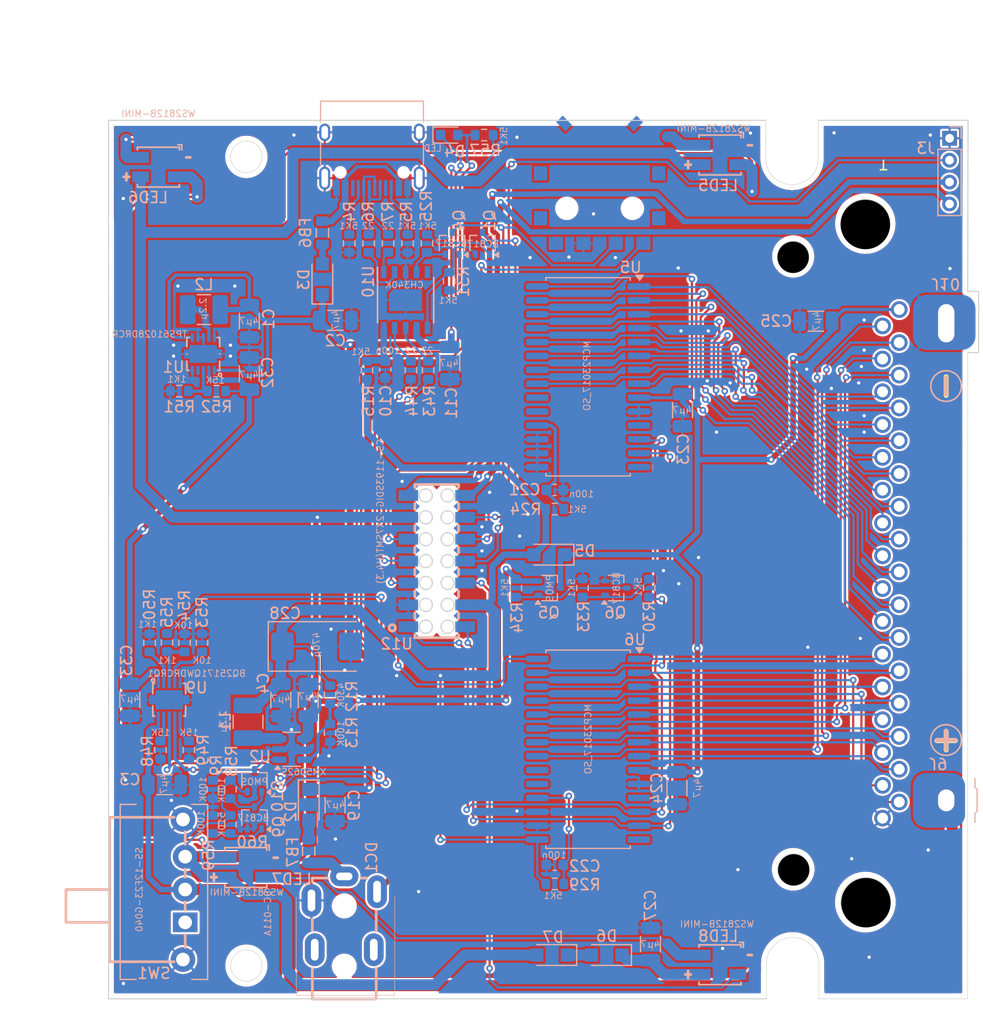
<source format=kicad_pcb>
(kicad_pcb (version 20240108) (generator "pcbnew") (generator_version "8.0")
  (layers (0 "F.Cu" signal) (31 "B.Cu" signal) (34 "B.Paste" user) (35 "F.Paste" user) (36 "B.SilkS" user "B.Silkscreen") (37 "F.SilkS" user "F.Silkscreen") (38 "B.Mask" user) (39 "F.Mask" user) (44 "Edge.Cuts" user))
  (net 0 "")
  (net 1 "GND")
  (net 2 "/VUSB")
  (net 3 "+3V3")
  (net 4 "Net-(U2-SW)")
  (net 5 "Net-(Q1-B)")
  (net 6 "/V_BATT")
  (net 7 "Net-(J1-CC1)")
  (net 8 "Net-(J1-CC2)")
  (net 9 "Net-(J1-D--PadA7)")
  (net 10 "/D-")
  (net 11 "/D+")
  (net 12 "Net-(J1-D+-PadA6)")
  (net 13 "Net-(U2-FB)")
  (net 14 "/KEY_MENU")
  (net 15 "/KEY_OPTION")
  (net 16 "Net-(U5-~{RESET})")
  (net 19 "Net-(BT1-+)")
  (net 21 "Net-(U10-V3)")
  (net 22 "/RTS")
  (net 23 "/EN")
  (net 24 "/DTR")
  (net 25 "Net-(Q4-B)")
  (net 26 "/RXD")
  (net 27 "Net-(U10-TXD)")
  (net 28 "/TXD")
  (net 29 "Net-(U10-RXD)")
  (net 31 "/AUDIO/AUDIO_RIGHT")
  (net 32 "/AUDIO/AUDIO_LEFT")
  (net 33 "Net-(FB6-Pad1)")
  (net 37 "/DC_JACK")
  (net 38 "Net-(D3-A)")
  (net 39 "Net-(D2-A)")
  (net 40 "Net-(DC1-Pad2)")
  (net 41 "Net-(U6-~{RESET})")
  (net 42 "/DMG_CARD/CARD_VCC")
  (net 43 "/DMG_CARD/CARD_D7")
  (net 44 "/DMG_CARD/CARD_A15")
  (net 45 "/DMG_CARD/CARD_A14")
  (net 46 "/DMG_CARD/CARD_VIN")
  (net 47 "/DMG_CARD/CARD_A10")
  (net 48 "/DMG_CARD/CARD_D1")
  (net 49 "/DMG_CARD/CARD_A5")
  (net 50 "/DMG_CARD/CARD_D2")
  (net 51 "/DMG_CARD/CARD_A8")
  (net 52 "/DMG_CARD/CARD_A2")
  (net 53 "/DMG_CARD/CARD_D3")
  (net 54 "/DMG_CARD/CARD_~{RD}")
  (net 55 "/DMG_CARD/CARD_A4")
  (net 56 "/DMG_CARD/CARD_A11")
  (net 57 "/DMG_CARD/CARD_A12")
  (net 58 "/DMG_CARD/CARD_A6")
  (net 59 "/DMG_CARD/CARD_D6")
  (net 60 "/DMG_CARD/CARD_~{RES}")
  (net 61 "/DMG_CARD/CARD_~{WR}")
  (net 62 "/DMG_CARD/CARD_A13")
  (net 63 "/DMG_CARD/CARD_A1")
  (net 64 "/DMG_CARD/CARD_A7")
  (net 65 "/DMG_CARD/CARD_A0")
  (net 66 "/DMG_CARD/CARD_A3")
  (net 67 "/DMG_CARD/CARD_~{CS}")
  (net 68 "/DMG_CARD/CARD_D5")
  (net 69 "/DMG_CARD/CARD_D0")
  (net 70 "/DMG_CARD/CARD_D4")
  (net 71 "/DMG_CARD/CARD_A9")
  (net 72 "/DMG_CARD/CARD_CLK")
  (net 73 "/DMG_CARD/CARD_VOLTAGE")
  (net 74 "Net-(Q6-B)")
  (net 75 "Net-(U6-GPA6)")
  (net 83 "Net-(U1-VOUT)")
  (net 85 "Net-(D6-A)")
  (net 86 "Net-(U1-SW)")
  (net 87 "/FRONT_BUTTONS/xLED")
  (net 88 "/AUDIO/AUDIO_DETECT")
  (net 89 "/DMG_CARD/CARD_SCL")
  (net 90 "/DMG_CARD/CARD_SDA")
  (net 91 "Net-(D6-K)")
  (net 92 "unconnected-(LED5-DOUT-Pad2)")
  (net 93 "Net-(LED5-DIN)")
  (net 94 "Net-(LED6-DIN)")
  (net 95 "Net-(LED7-DIN)")
  (net 96 "Net-(U9-VSET)")
  (net 97 "Net-(U9-CHM_TMR)")
  (net 98 "Net-(U9-ISET)")
  (net 99 "Net-(U1-FB)")
  (net 100 "Net-(U9-TS)")
  (net 101 "Net-(U9-~{CE})")
  (net 102 "/CHARGER_EN")
  (net 104 "/STAT2")
  (net 105 "/STAT1")
  (net 106 "Net-(Q10-G)")
  (net 107 "Net-(Q9-B)")
  (net 108 "Net-(Q10-D)")
  (footprint "Capacitor_SMD:C_1206_3216Metric" (layer "B.Cu") (at 100.2078 133.532 90)
    (property "Reference" "C27")
    (property "Value" "4µ7")
  )
  (footprint "Resistor_SMD:R_0603_1608Metric" (layer "B.Cu") (at 100.0918 100.995999 90)
    (property "Reference" "R30")
    (property "Value" "5K1")
  )
  (footprint "easyeda2kicad:LED-SMD_4P-L3.5-W3.5-TL_WS2812B" (layer "B.Cu") (at 55.2078 62.532)
    (property "Reference" "LED6")
    (property "Value" "WS2812B-MINI")
  )
  (footprint "Capacitor_SMD:C_1206_3216Metric" (layer "B.Cu") (at 102.6318 119.284 -90)
    (property "Reference" "C24")
    (property "Value" "4µ7")
  )
  (footprint "Package_TO_SOT_SMD:SOT-323_SC-70" (layer "B.Cu") (at 97.0438 100.996)
    (property "Reference" "Q6")
    (property "Value" "BC817")
  )
  (footprint "Capacitor_SMD:C_1206_3216Metric" (layer "B.Cu") (at 68.907798 111.230806 90)
    (property "Reference" "C8" (hide yes))
    (property "Value" "4µ7")
  )
  (footprint "easyeda2kicad:LED-SMD_4P-L3.5-W3.5-TL_WS2812B" (layer "B.Cu") (at 106.5678 61.422)
    (property "Reference" "LED5")
    (property "Value" "WS2812B-MINI")
  )
  (footprint "Capacitor_SMD:C_0603_1608Metric" (layer "B.Cu") (at 91.4578 126.281999)
    (property "Reference" "C22")
    (property "Value" "100n")
  )
  (footprint "Capacitor_SMD:C_1206_3216Metric" (layer "B.Cu") (at 71.3658 120.833806 -90)
    (property "Reference" "C19")
    (property "Value" "4µ7")
  )
  (footprint "TheBrutzlers_Lib:BATTERY_AA_SMD_PLUS" (layer "B.Cu") (at 125.4778 120.396806 90)
    (property "Reference" "BT1" (hide yes))
    (property "Value" "Battery_Cell" (hide yes))
  )
  (footprint "Package_TO_SOT_SMD:SOT-323_SC-70" (layer "B.Cu") (at 90.9638 100.996)
    (property "Reference" "Q5")
    (property "Value" "PMOS")
  )
  (footprint "Capacitor_SMD:C_1206_3216Metric" (layer "B.Cu") (at 71.3898 76.532)
    (property "Reference" "C2")
    (property "Value" "4µ7")
  )
  (footprint "Package_SO:SOIC-28W_7.5x17.9mm_P1.27mm" (layer "B.Cu") (at 94.5038 81.692 180)
    (property "Reference" "U5")
    (property "Value" "MCP23017_SO")
  )
  (footprint "Resistor_SMD:R_0603_1608Metric" (layer "B.Cu") (at 59.2 106 90)
    (property "Reference" "R53")
    (property "Value" "10K")
  )
  (footprint "Diode_SMD:Nexperia_CFP3_SOD-123W" (layer "B.Cu") (at 91.2078 134.532 180)
    (property "Reference" "D7")
    (property "Value" "D" (hide yes))
  )
  (footprint "easyeda2kicad:VSON-10_L3.0-W3.0-P0.50-TL-EP-1" (layer "B.Cu") (at 59.324999 79.6 90)
    (property "Reference" "U1")
    (property "Value" "TPS61028DRCR")
  )
  (footprint "TheBrutzlers_Lib:02FVS3" (layer "B.Cu") (at 95.5578 61.796806 180)
    (property "Reference" "U7" (hide yes))
    (property "Value" "02FVS3" (hide yes))
  )
  (footprint "Inductor_SMD:L_1210_3225Metric_Pad1.42x2.65mm_HandSolder" (layer "B.Cu") (at 59.374999 75.55 180)
    (property "Reference" "L2")
    (property "Value" "2.2µ")
  )
  (footprint "Capacitor_SMD:C_1206_3216Metric" (layer "B.Cu") (at 81.8546 80.433201 -90)
    (property "Reference" "C11")
    (property "Value" "4µ7")
  )
  (footprint "Resistor_SMD:R_0603_1608Metric" (layer "B.Cu") (at 61.8 119.4 -90)
    (property "Reference" "R58")
    (property "Value" "100K")
  )
  (footprint "LED_SMD:LED_0603_1608Metric" (layer "B.Cu") (at 81.8 59.6)
    (property "Reference" "D4")
    (property "Value" "LED")
  )
  (footprint "Capacitor_SMD:C_0603_1608Metric" (layer "B.Cu") (at 91.4578 92.032 180)
    (property "Reference" "C21")
    (property "Value" "100n")
  )
  (footprint "Package_TO_SOT_SMD:SOT-323_SC-70" (layer "B.Cu") (at 84.8518 69.5 90)
    (property "Reference" "Q1")
    (property "Value" "BC817")
  )
  (footprint "Package_TO_SOT_SMD:SOT-323_SC-70" (layer "B.Cu") (at 64 122 90)
    (property "Reference" "Q9")
    (property "Value" "BC817")
  )
  (footprint "Capacitor_SMD:C_1206_3216Metric" (layer "B.Cu") (at 115.3318 76.612 180)
    (property "Reference" "C25")
    (property "Value" "4µ7")
  )
  (footprint "TheBrutzlers_Lib:SSOP-10_3.9x4.9mm_P1.00mm_EP_3mmx2mm" (layer "B.Cu") (at 77.819399 74.6813 -90)
    (property "Reference" "U10")
    (property "Value" "CH340K")
  )
  (footprint "TheBrutzlers_Lib:PM200-2-07-S-4.3" (layer "B.Cu") (at 80.6608 98.5322 90)
    (property "Reference" "U12")
    (property "Value" "CS-1193SDIG-2X7SMT(H4.3)")
    (fp_circle (center 6 -1) (end 6.6 -1) (stroke (width 0.12)) (fill none) (layer "Edge.Cuts"))
    (fp_circle (center 4 -1) (end 4.6 -1) (stroke (width 0.12)) (fill none) (layer "Edge.Cuts"))
    (fp_circle (center 2 -1) (end 2.6 -1) (stroke (width 0.12)) (fill none) (layer "Edge.Cuts"))
    (fp_circle (center 0 -1) (end 0.6 -1) (stroke (width 0.12)) (fill none) (layer "Edge.Cuts"))
    (fp_circle (center -2 -1) (end -1.4 -1) (stroke (width 0.12)) (fill none) (layer "Edge.Cuts"))
    (fp_circle (center -4 -1) (end -3.4 -1) (stroke (width 0.12)) (fill none) (layer "Edge.Cuts"))
    (fp_circle (center -6 -1) (end -5.4 -1) (stroke (width 0.12)) (fill none) (layer "Edge.Cuts"))
    (fp_circle (center 6 1) (end 6.6 1) (stroke (width 0.12)) (fill none) (layer "Edge.Cuts"))
    (fp_circle (center 4 1) (end 4.6 1) (stroke (width 0.12)) (fill none) (layer "Edge.Cuts"))
    (fp_circle (center 2 1) (end 2.6 1) (stroke (width 0.12)) (fill none) (layer "Edge.Cuts"))
    (fp_circle (center 0 1) (end 0.6 1) (stroke (width 0.12)) (fill none) (layer "Edge.Cuts"))
    (fp_circle (center -2 1) (end -1.4 1) (stroke (width 0.12)) (fill none) (layer "Edge.Cuts"))
    (fp_circle (center -4 1) (end -3.4 1) (stroke (width 0.12)) (fill none) (layer "Edge.Cuts"))
    (fp_circle (center -6 1) (end -5.4 1) (stroke (width 0.12)) (fill none) (layer "Edge.Cuts"))
  )
  (footprint "Resistor_SMD:R_0603_1608Metric" (layer "B.Cu") (at 60.2 119.4 -90)
    (property "Reference" "R9")
    (property "Value" "100K")
  )
  (footprint "Capacitor_SMD:C_0603_1608Metric" (layer "B.Cu") (at 75.957799 81.032 -90)
    (property "Reference" "C10")
    (property "Value" "100n")
  )
  (footprint "easyeda2kicad:SW-TH_SS-12F23-G040" (layer "B.Cu") (at 57.5578 128.546806 90)
    (property "Reference" "SW1")
    (property "Value" "SS-12F23-G040")
  )
  (footprint "Resistor_SMD:R_0603_1608Metric" (layer "B.Cu") (at 54.4 106 90)
    (property "Reference" "R50")
    (property "Value" "1K1")
  )
  (footprint "Resistor_SMD:R_0603_1608Metric" (layer "B.Cu") (at 74.2854 81.0918 -90)
    (property "Reference" "R15")
    (property "Value" "5K1")
  )
  (footprint "Resistor_SMD:R_0603_1608Metric" (layer "B.Cu") (at 79.8734 81.093601 90)
    (property "Reference" "R43")
    (property "Value" "22")
  )
  (footprint "Diode_SMD:Nexperia_CFP3_SOD-123W" (layer "B.Cu") (at 68.9578 120.796806 -90)
    (property "Reference" "D2")
    (property "Value" "D" (hide yes))
  )
  (footprint "TheBrutzlers_Lib:NINTENDO_PLUS" (layer "B.Cu") (at 127.2578 120.396806 180)
    (property "Reference" "J9")
    (property "Value" "Conn_01x01_Pin" (hide yes))
  )
  (footprint "Resistor_SMD:R_0603_1608Metric" (layer "B.Cu") (at 57.6 106 -90)
    (property "Reference" "R54")
    (property "Value" "10K")
  )
  (footprint "Inductor_SMD:L_0805_2012Metric" (layer "B.Cu") (at 70.2078 68.532 -90)
    (property "Reference" "FB6")
    (property "Value" "FerriteBead_Small" (hide yes))
  )
  (footprint "Resistor_SMD:R_0603_1608Metric" (layer "B.Cu") (at 77.9938 69.5 -90)
    (property "Reference" "R5")
    (property "Value" "5K1")
  )
  (footprint "Package_TO_SOT_SMD:SOT-23-5" (layer "B.Cu") (at 67.4078 115.730807)
    (property "Reference" "U2")
    (property "Value" "XM5062S")
  )
  (footprint "easyeda2kicad:LED-SMD_4P-L3.5-W3.5-TL_WS2812B" (layer "B.Cu") (at 106.5678 135.422)
    (property "Reference" "LED8")
    (property "Value" "WS2812B-MINI")
  )
  (footprint "Inductor_SMD:L_1210_3225Metric_Pad1.42x2.65mm_HandSolder" (layer "B.Cu") (at 63.4078 113.218306 90)
    (property "Reference" "L1")
    (property "Value" "2.2µ")
  )
  (footprint "Resistor_SMD:R_0603_1608Metric" (layer "B.Cu") (at 78.2986 81.093602 90)
    (property "Reference" "R44")
    (property "Value" "22")
  )
  (footprint "Resistor_SMD:R_0603_1608Metric" (layer "B.Cu") (at 74.4378 69.5 90)
    (property "Reference" "R6")
    (property "Value" "22")
  )
  (footprint "Resistor_SMD:R_0603_1608Metric" (layer "B.Cu") (at 81.8038 72.9638 -90)
    (property "Reference" "R31")
    (property "Value" "5K1")
  )
  (footprint "Resistor_SMD:R_0603_1608Metric" (layer "B.Cu") (at 91.4578 128.032)
    (property "Reference" "R29")
    (property "Value" "5K1")
  )
  (footprint "Capacitor_Tantalum_SMD:CP_EIA-7343-43_Kemet-X" (layer "B.Cu") (at 69.6626 106.33)
    (property "Reference" "C28")
    (property "Value" "470µ")
  )
  (footprint "Diode_SMD:Nexperia_CFP3_SOD-123W" (layer "B.Cu") (at 90.9478 97.947999 180)
    (property "Reference" "D5")
    (property "Value" "D" (hide yes))
  )
  (footprint "Resistor_SMD:R_0603_1608Metric" (layer "B.Cu") (at 70.9078 114.230806 -90)
    (property "Reference" "R13")
    (property "Value" "100K")
  )
  (footprint "Package_SO:SOIC-28W_7.5x17.9mm_P1.27mm" (layer "B.Cu") (at 94.5038 115.728 180)
    (property "Reference" "U6")
    (property "Value" "MCP23017_SO")
  )
  (footprint "Resistor_SMD:R_0603_1608Metric" (layer "B.Cu") (at 85 59.6 180)
    (property "Reference" "R57")
    (property "Value" "5K1")
  )
  (footprint "Capacitor_SMD:C_1206_3216Metric" (layer "B.Cu") (at 55.7678 118.967195)
    (property "Reference" "C3")
    (property "Value" "4µ7")
  )
  (footprint "Resistor_SMD:R_0603_1608Metric" (layer "B.Cu") (at 70.9078 110.730807 -90)
    (property "Reference" "R12")
    (property "Value" "430K")
  )
  (footprint "Resistor_SMD:R_0603_1608Metric" (layer "B.Cu") (at 55.4 115.8 90)
    (property "Reference" "R48")
    (property "Value" "15K")
  )
  (footprint "Resistor_SMD:R_0603_1608Metric" (layer "B.Cu") (at 60.2 122.6 90)
    (property "Reference" "R59")
    (property "Value" "100K")
  )
  (footprint "Resistor_SMD:R_0603_1608Metric" (layer "B.Cu") (at 79.7718 69.5 90)
    (property "Reference" "R25")
    (property "Value" "5K1")
  )
  (footprint "Resistor_SMD:R_0603_1608Metric" (layer "B.Cu") (at 57.124999 83)
    (property "Reference" "R51")
    (property "Value" "1K1")
  )
  (footprint "Resistor_SMD:R_0603_1608Metric" (layer "B.Cu") (at 76.2158 69.5 -90)
    (property "Reference" "R7")
    (property "Value" "22")
  )
  (footprint "Connector_USB:USB_C_Receptacle_HRO_TYPE-C-31-M-12" (layer "B.Cu") (at 74.7426 60.4068)
    (property "Reference" "J1" (hide yes))
    (property "Value" "USB_C_Receptacle_USB2.0_16P" (hide yes))
  )
  (footprint "Capacitor_SMD:C_1206_3216Metric" (layer "B.Cu") (at 52.6 111.2 90)
    (property "Reference" "C33")
    (property "Value" "4µ7")
  )
  (footprint "Resistor_SMD:R_0603_1608Metric" (layer "B.Cu") (at 91.4558 93.782)
    (property "Reference" "R24")
    (property "Value" "5K1")
  )
  (footprint "Resistor_SMD:R_0603_1608Metric" (layer "B.Cu") (at 58 115.8 90)
    (property "Reference" "R49")
    (property "Value" "15K")
  )
  (footprint "easyeda2kicad:DC-IN-TH_DC-011A" (layer "B.Cu") (at 72.2078 130.696806 90)
    (property "Reference" "DC1")
    (property "Value" "DC-011A")
  )
  (footprint "Resistor_SMD:R_0603_1608Metric" (layer "B.Cu") (at 72.6598 69.5 90)
    (property "Reference" "R4")
    (property "Value" "5K1")
  )
  (footprint "TheBrutzlers_Lib:BATTERY_AA_SMD_MINUS" (layer "B.Cu") (at 126.7578 76.696806 90)
    (property "Reference" "BT2" (hide yes))
    (property "Value" "Battery_Cell" (hide yes))
  )
  (footprint "Capacitor_SMD:C_1206_3216Metric" (layer "B.Cu") (at 66.407801 111.230805 -90)
    (property "Reference" "C4")
    (property "Value" "4µ7")
  )
  (footprint "Inductor_SMD:L_0805_2012Metric" (layer "B.Cu") (at 68.9578 125.046806 90)
    (property "Reference" "FB7")
    (property "Value" "FerriteBead_Small" (hide yes))
  )
  (footprint "TheBrutzlers_Lib:DMG_01_CARDRIDGE_CONNECTOR" (layer "B.Cu") (at 122.1958 98.046806 -90)
    (property "Reference" "J7" (hide yes))
    (property "Value" "Conn_01x32" (hide yes))
  )
  (footprint "Resistor_SMD:R_0603_1608Metric" (layer "B.Cu") (at 60.524999 83)
    (property "Reference" "R52")
    (property "Value" "15K")
  )
  (footprint "Connector_PinHeader_2.00mm:PinHeader_1x04_P2.00mm_Vertical" (layer "B.Cu") (at 127.5578 59.896806 180)
    (property "Reference" "J3")
    (property "Value" "Conn_01x04_Socket" (hide yes))
  )
  (footprint "Resistor_SMD:R_0603_1608Metric" (layer "B.Cu") (at 56 105.975 90)
    (property "Reference" "R55")
    (property "Value" "1K1")
  )
  (footprint "Capacitor_SMD:C_1206_3216Metric" (layer "B.Cu") (at 103.1398 84.74 -90)
    (property "Reference" "C23")
    (property "Value" "4µ7")
  )
  (footprint "Diode_SMD:Nexperia_CFP3_SOD-123W" (layer "B.Cu") (at 96.2078 134.532 180)
    (property "Reference" "D6")
    (property "Value" "D" (hide yes))
  )
  (footprint "Resistor_SMD:R_0603_1608Metric" (layer "B.Cu") (at 87.8998 100.995999 -90)
    (property "Reference" "R34")
    (property "Value" "5K1")
  )
  (footprint "Capacitor_SMD:C_1206_3216Metric" (layer "B.Cu") (at 63.524999 76.6 -90)
    (property "Reference" "C1")
    (property "Value" "4µ7")
  )
  (footprint "TheBrutzlers_Lib:NINTENDO_MINUS" (layer "B.Cu") (at 127.2578 76.796806 -90)
    (property "Reference" "J10")
    (property "Value" "Conn_01x01_Pin" (hide yes))
  )
  (footprint "Resistor_SMD:R_0603_1608Metric" (layer "B.Cu") (at 93.9958 100.995999 90)
    (property "Reference" "R33")
    (property "Value" "5K1")
  )
  (footprint "Capacitor_SMD:C_1206_3216Metric" (layer "B.Cu") (at 63.524999 81.4 -90)
    (property "Reference" "C32")
    (property "Value" "4µ7")
  )
  (footprint "easyeda2kicad:LED-SMD_4P-L3.5-W3.5-TL_WS2812B" (layer "B.Cu") (at 63.2078 126.532)
    (property "Reference" "LED7")
    (property "Value" "WS2812B-MINI")
  )
  (footprint "Package_TO_SOT_SMD:SOT-323_SC-70" (layer "B.Cu") (at 82.0578 69.5 90)
    (property "Reference" "Q4")
    (property "Value" "BC817")
  )
  (footprint "Resistor_SMD:R_0603_1608Metric" (layer "B.Cu") (at 61.8 122.6 -90)
    (property "Reference" "R60")
    (property "Value" "510K")
  )
  (footprint "Diode_SMD:Nexperia_CFP3_SOD-123W" (layer "B.Cu") (at 70.2078 72.782 90)
    (property "Reference" "D3")
    (property "Value" "D" (hide yes))
  )
  (footprint "Package_TO_SOT_SMD:SOT-323_SC-70" (layer "B.Cu") (at 64 118.6 90)
    (property "Reference" "Q10")
    (property "Value" "PMOS")
  )
  (footprint "easyeda2kicad:VSON-10_L3.0-W3.0-P0.50-BL-EP1.65" (layer "B.Cu") (at 56.2 111.2)
    (property "Reference" "U9")
    (property "Value" "BQ25171QWDRCRQ1")
  )
  (gr_line (start 127.8123 113.604705) (end 127.843599 113.619006) (stroke (width 0.127)) (layer "B.SilkS"))
  (gr_line (start 125.9516 83.074406) (end 125.9388 83.042506) (stroke (width 0.127)) (layer "B.SilkS"))
  (gr_line (start 127.7489 113.578406) (end 127.7808 113.591205) (stroke (width 0.127)) (layer "B.SilkS"))
  (gr_line (start 126.0622 83.287606) (end 126.0442 83.258306) (stroke (width 0.127)) (layer "B.SilkS"))
  (gr_line (start 127.0057 116.264006) (end 126.9719 116.257706) (stroke (width 0.127)) (layer "B.SilkS"))
  (gr_line (start 128.6345 82.710006) (end 128.629801 82.744006) (stroke (width 0.127)) (layer "B.SilkS"))
  (gr_line (start 126.7411 116.190806) (end 126.7092 116.178006) (stroke (width 0.127)) (layer "B.SilkS"))
  (gr_line (start 128.4955 115.514106) (end 128.4797 115.544606) (stroke (width 0.127)) (layer "B.SilkS"))
  (gr_line (start 126.2551 113.894706) (end 126.2796 113.870706) (stroke (width 0.127)) (layer "B.SilkS"))
  (gr_line (start 126.411 83.663106) (end 126.3837 83.642306) (stroke (width 0.127)) (layer "B.SilkS"))
  (gr_line (start 58.257 120.766606) (end 59.717 120.766606) (stroke (width 0.127)) (layer "B.SilkS"))
  (gr_line (start 128.2349 115.874506) (end 128.2104 115.898506) (stroke (width 0.127)) (layer "B.SilkS"))
  (gr_line (start 128.4091 81.760806) (end 128.4278 81.789605) (stroke (width 0.127)) (layer "B.SilkS"))
  (gr_line (start 126.1004 81.732506) (end 126.1205 81.704606) (stroke (width 0.127)) (layer "B.SilkS"))
  (gr_line (start 125.9516 115.420406) (end 125.9388 115.388506) (stroke (width 0.127)) (layer "B.SilkS"))
  (gr_line (start 125.8602 114.679206) (end 125.8656 114.645306) (stroke (width 0.127)) (layer "B.SilkS"))
  (gr_line (start 127.0057 83.918006) (end 126.9719 83.911706) (stroke (width 0.127)) (layer "B.SilkS"))
  (gr_line (start 126.6464 116.150206) (end 126.6155 116.135106) (stroke (width 0.127)) (layer "B.SilkS"))
  (gr_line (start 126.2077 115.824806) (end 126.1849 115.799006) (stroke (width 0.127)) (layer "B.SilkS"))
  (gr_line (start 126.9383 116.250606) (end 126.9048 116.242606) (stroke (width 0.127)) (layer "B.SilkS"))
  (gr_line (start 128.645 114.884606) (end 128.6446 114.919006) (stroke (width 0.127)) (layer "B.SilkS"))
  (gr_line (start 128.369499 81.704606) (end 128.3896 81.732506) (stroke (width 0.127)) (layer "B.SilkS"))
  (gr_line (start 128.584701 115.291007) (end 128.5743 115.323806) (stroke (width 0.127)) (layer "B.SilkS"))
  (gr_line (start 125.871899 114.611506) (end 125.879 114.577906) (stroke (width 0.127)) (layer "B.SilkS"))
  (gr_line (start 128.6412 82.641606) (end 128.6383 82.675805) (stroke (width 0.127)) (layer "B.SilkS"))
  (gr_line (start 126.2551 83.528506) (end 126.2311 83.504006) (stroke (width 0.127)) (layer "B.SilkS"))
  (gr_line (start 127.964699 113.683806) (end 127.994 113.701806) (stroke (width 0.127)) (layer "B.SilkS"))
  (gr_line (start 127.4164 113.495106) (end 127.4504 113.499806) (stroke (width 0.127)) (layer "B.SilkS"))
  (gr_line (start 128.4278 83.287605) (end 128.4091 83.316406) (stroke (width 0.127)) (layer "B.SilkS"))
  (gr_line (start 125.8957 115.258006) (end 125.887 115.224806) (stroke (width 0.127)) (layer "B.SilkS"))
  (gr_line (start 125.887 114.544406) (end 125.8957 114.511206) (stroke (width 0.127)) (layer "B.SilkS"))
  (gr_line (start 128.5384 82.002807) (end 128.5512 82.034706) (stroke (width 0.127)) (layer "B.SilkS"))
  (gr_line (start 127.4843 113.505206) (end 127.5181 113.511506) (stroke (width 0.127)) (layer "B.SilkS"))
  (gr_line (start 128.611 115.191306) (end 128.603 115.224806) (stroke (width 0.127)) (layer "B.SilkS"))
  (gr_line (start 125.9268 115.356206) (end 125.9157 115.323807) (stroke (width 0.127)) (layer "B.SilkS"))
  (gr_line (start 127.994001 81.355807) (end 128.0228 81.374505) (stroke (width 0.127)) (layer "B.SilkS"))
  (gr_line (start 125.9053 114.478206) (end 125.9157 114.445406) (stroke (width 0.127)) (layer "B.SilkS"))
  (gr_line (start 125.8719 115.157706) (end 125.8656 115.123906) (stroke (width 0.127)) (layer "B.SilkS"))
  (gr_line (start 125.9157 115.323807) (end 125.9053 115.291006) (stroke (width 0.127)) (layer "B.SilkS"))
  (gr_line (start 126.0809 115.662406) (end 126.0622 115.633606) (stroke (width 0.127)) (layer "B.SilkS"))
  (gr_line (start 126.2077 83.478806) (end 126.1849 83.453005) (stroke (width 0.127)) (layer "B.SilkS"))
  (gr_line (start 127.245 116.284606) (end 127.2106 116.284206) (stroke (width 0.127)) (layer "B.SilkS"))
  (gr_line (start 128.2823 81.598407) (end 128.3051 81.624206) (stroke (width 0.127)) (layer "B.SilkS"))
  (gr_line (start 125.8555 82.367206) (end 125.8602 82.333206) (stroke (width 0.127)) (layer "B.SilkS"))
  (gr_line (start 128.1332 115.966806) (end 128.106299 115.988306) (stroke (width 0.127)) (layer "B.SilkS"))
  (gr_line (start 127.7166 81.220406) (end 127.7489 81.232406) (stroke (width 0.127)) (layer "B.SilkS"))
  (gr_line (start 127.4504 81.153806) (end 127.4843 81.159206) (stroke (width 0.127)) (layer "B.SilkS"))
  (gr_line (start 127.245 115.734606) (end 127.245 114.034606) (stroke (width 0.4)) (layer "B.SilkS"))
  (gr_line (start 127.3137 116.282906) (end 127.279401 116.284207) (stroke (width 0.127)) (layer "B.SilkS"))
  (gr_line (start 126.8386 113.544905) (end 126.8716 113.535306) (stroke (width 0.127)) (layer "B.SilkS"))
  (gr_line (start 125.9157 82.977806) (end 125.9053 82.945006) (stroke (width 0.127)) (layer "B.SilkS"))
  (gr_line (start 126.411 116.009106) (end 126.3837 115.988306) (stroke (width 0.127)) (layer "B.SilkS"))
  (gr_line (start 127.6514 116.224306) (end 127.6184 116.233907) (stroke (width 0.127)) (layer "B.SilkS"))
  (gr_line (start 127.8436 83.804206) (end 127.8123 83.818505) (stroke (width 0.127)) (layer "B.SilkS"))
  (gr_line (start 128.4797 115.544606) (end 128.4631 115.574706) (stroke (width 0.127)) (layer "B.SilkS"))
  (gr_line (start 128.4631 83.228706) (end 128.4458 83.258306) (stroke (width 0.127)) (layer "B.SilkS"))
  (gr_line (start 128.3695 114.050606) (end 128.3896 114.078506) (stroke (width 0.127)) (layer "B.SilkS"))
  (gr_line (start 128.6412 114.781606) (end 128.6433 114.815907) (stroke (width 0.127)) (layer "B.SilkS"))
  (gr_line (start 125.8555 114.713206) (end 125.8602 114.679206) (stroke (width 0.127)) (layer "B.SilkS"))
  (gr_line (start 126.6777 113.604706) (end 126.7092 113.591206) (stroke (width 0.127)) (layer "B.SilkS"))
  (gr_line (start 125.8517 114.747406) (end 125.8555 114.713206) (stroke (width 0.127)) (layer "B.SilkS"))
  (gr_line (start 128.4278 114.135606) (end 128.4458 114.164907) (stroke (width 0.127)) (layer "B.SilkS"))
  (gr_line (start 127.6184 116.233907) (end 127.5852 116.242605) (stroke (width 0.127)) (layer "B.SilkS"))
  (gr_line (start 128.3896 115.690707) (end 128.369499 115.718606) (stroke (width 0.127)) (layer "B.SilkS"))
  (gr_line (start 126.1413 114.023306) (end 126.1628 113.996406) (stroke (width 0.127)) (layer "B.SilkS"))
  (gr_line (start 127.3822 113.491306) (end 127.4164 113.495106) (stroke (width 0.127)) (layer "B.SilkS"))
  (gr_line (start 128.3051 81.624206) (end 128.3272 81.650406) (stroke (width 0.127)) (layer "B.SilkS"))
  (gr_line (start 126.4389 116.029206) (end 126.411 116.009106) (stroke (width 0.127)) (layer "B.SilkS"))
  (gr_line (start 127.8123 116.164506) (end 127.7808 116.178006) (stroke (width 0.127)) (layer "B.SilkS"))
  (gr_line (start 127.279401 116.284207) (end 127.245 116.284606) (stroke (width 0.127)) (layer "B.SilkS"))
  (gr_line (start 128.5249 115.451906) (end 128.5106 115.483206) (stroke (width 0.127)) (layer "B.SilkS"))
  (gr_line (start 127.245 113.484606) (end 127.2794 113.485006) (stroke (width 0.127)) (layer "B.SilkS"))
  (gr_line (start 128.6383 82.675805) (end 128.6345 82.710006) (stroke (width 0.127)) (layer "B.SilkS"))
  (gr_line (start 128.1594 83.598706) (end 128.1332 83.620806) (stroke (width 0.127)) (layer "B.SilkS"))
  (gr_line (start 128.6244 114.645306) (end 128.6298 114.679206) (stroke (width 0.127)) (layer "B.SilkS"))
  (gr_line (start 128.3051 113.970206) (end 128.3272 113.996406) (stroke (width 0.127)) (layer "B.SilkS"))
  (gr_line (start 127.7166 113.566406) (end 127.7489 113.578406) (stroke (width 0.127)) (layer "B.SilkS"))
  (gr_line (start 128.1332 113.802406) (end 128.1594 113.824506) (stroke (width 0.127)) (layer "B.SilkS"))
  (gr_line (start 126.0442 114.164906) (end 126.0622 114.135606) (stroke (width 0.127)) (layer "B.SilkS"))
  (gr_line (start 128.5847 114.478206) (end 128.5943 114.511206) (stroke (width 0.127)) (layer "B.SilkS"))
  (gr_line (start 126.5253 83.739406) (end 126.496 83.721406) (stroke (width 0.127)) (layer "B.SilkS"))
  (gr_line (start 126.411 113.760106) (end 126.438899 113.740006) (stroke (width 0.127)) (layer "B.SilkS"))
  (gr_line (start 128.5743 115.323806) (end 128.5632 115.356205) (stroke (width 0.127)) (layer "B.SilkS"))
  (gr_line (start 128.1852 83.575906) (end 128.1594 83.598706) (stroke (width 0.127)) (layer "B.SilkS"))
  (gr_line (start 125.9651 83.105906) (end 125.9516 83.074406) (stroke (width 0.127)) (layer "B.SilkS"))
  (gr_line (start 126.6155 81.288106) (end 126.6464 81.273006) (stroke (width 0.127)) (layer "B.SilkS"))
  (gr_line (start 128.6446 114.850206) (end 128.645 114.884606) (stroke (width 0.127)) (layer "B.SilkS"))
  (gr_line (start 128.4458 83.258306) (end 128.4278 83.287605) (stroke (width 0.127)) (layer "B.SilkS"))
  (gr_line (start 127.0396 81.153805) (end 127.0736 81.149106) (stroke (width 0.127)) (layer "B.SilkS"))
  (gr_line (start 126.0269 115.574706) (end 126.0103 115.544605) (stroke (width 0.127)) (layer "B.SilkS"))
  (gr_line (start 126.4672 83.702706) (end 126.4389 83.683205) (stroke (width 0.127)) (layer "B.SilkS"))
  (gr_line (start 128.6181 82.265506) (end 128.6244 82.299306) (stroke (width 0.127)) (layer "B.SilkS"))
  (gr_line (start 127.3822 116.277906) (end 127.348 116.280806) (stroke (width 0.127)) (layer "B.SilkS"))
  (gr_line (start 128.5512 83.042506) (end 128.5384 83.074406) (stroke (width 0.127)) (layer "B.SilkS"))
  (gr_line (start 128.4631 114.194506) (end 128.4797 114.224606) (stroke (width 0.127)) (layer "B.SilkS"))
  (gr_line (start 128.6433 82.469906) (end 128.6446 82.504206) (stroke (width 0.127)) (layer "B.SilkS"))
  (gr_line (start 126.3048 81.501306) (end 126.3306 81.478506) (stroke (width 0.127)) (layer "B.SilkS"))
  (gr_line (start 126.9383 83.904606) (end 126.9048 83.896606) (stroke (width 0.127)) (layer "B.SilkS"))
  (gr_line (start 127.4504 83.923406) (end 127.4164 83.928106) (stroke (width 0.127)) (layer "B.SilkS"))
  (gr_line (start 126.585 83.773306) (end 126.5549 83.756706) (stroke (width 0.127)) (layer "B.SilkS"))
  (gr_line (start 128.258899 113.919206) (end 128.2823 113.944407) (stroke (width 0.127)) (layer "B.SilkS"))
  (gr_line (start 128.5943 82.912007) (end 128.584701 82.945007) (stroke (width 0.127)) (layer "B.SilkS"))
  (gr_line (start 125.8656 82.299306) (end 125.8719 82.265507) (stroke (width 0.127)) (layer "B.SilkS"))
  (gr_line (start 128.2349 81.548706) (end 128.258899 81.573206) (stroke (width 0.127)) (layer "B.SilkS"))
  (gr_line (start 125.9268 82.067006) (end 125.9388 82.034706) (stroke (width 0.127)) (layer "B.SilkS"))
  (gr_line (start 126.4389 83.683205) (end 126.411 83.663106) (stroke (width 0.127)) (layer "B.SilkS"))
  (gr_line (start 125.8454 114.919005) (end 125.845 114.884606) (stroke (width 0.127)) (layer "B.SilkS"))
  (gr_line (start 128.603 82.198406) (end 128.611 82.231906) (stroke (width 0.127)) (layer "B.SilkS"))
  (gr_line (start 128.1063 81.434906) (end 128.1332 81.456406) (stroke (width 0.127)) (layer "B.SilkS"))
  (gr_line (start 128.079 116.009106) (end 128.0511 116.029206) (stroke (width 0.127)) (layer "B.SilkS"))
  (gr_line (start 128.369499 115.718606) (end 128.3487 115.745905) (stroke (width 0.127)) (layer "B.SilkS"))
  (gr_line (start 127.313699 81.140306) (end 127.348 81.142406) (stroke (width 0.127)) (layer "B.SilkS"))
  (gr_line (start 128.603 82.878806) (end 128.5943 82.912007) (stroke (width 0.127)) (layer "B.SilkS"))
  (gr_line (start 128.2823 113.944407) (end 128.3051 113.970206) (stroke (width 0.127)) (layer "B.SilkS"))
  (gr_line (start 125.9053 115.291006) (end 125.8957 115.258006) (stroke (width 0.127)) (layer "B.SilkS"))
  (gr_line (start 126.383701 113.780907) (end 126.411 113.760106) (stroke (width 0.127)) (layer "B.SilkS"))
  (gr_line (start 127.5852 81.180605) (end 127.6184 81.189306) (stroke (width 0.127)) (layer "B.SilkS"))
  (gr_line (start 126.8716 83.887906) (end 126.8386 83.878305) (stroke (width 0.127)) (layer "B.SilkS"))
  (gr_line (start 128.3272 83.426807) (end 128.3051 83.453006) (stroke (width 0.127)) (layer "B.SilkS"))
  (gr_line (start 126.3568 115.966806) (end 126.3306 115.944706) (stroke (width 0.127)) (layer "B.SilkS"))
  (gr_line (start 126.5549 83.756706) (end 126.5253 83.739406) (stroke (width 0.127)) (layer "B.SilkS"))
  (gr_line (start 128.1594 81.478506) (end 128.185199 81.501306) (stroke (width 0.127)) (layer "B.SilkS"))
  (gr_line (start 125.9388 115.388506) (end 125.9268 115.356206) (stroke (width 0.127)) (layer "B.SilkS"))
  (gr_line (start 127.142 113.488406) (end 127.1763 113.486306) (stroke (width 0.127)) (layer "B.SilkS"))
  (gr_line (start 127.3137 83.936906) (end 127.279401 83.938207) (stroke (width 0.127)) (layer "B.SilkS"))
  (gr_line (start 125.9651 114.317306) (end 125.9794 114.286006) (stroke (width 0.127)) (layer "B.SilkS"))
  (gr_line (start 127.4504 113.499806) (end 127.4843 113.505206) (stroke (width 0.127)) (layer "B.SilkS"))
  (gr_line (start 125.8602 115.090006) (end 125.8555 115.056006) (stroke (width 0.127)) (layer "B.SilkS"))
  (gr_line (start 127.8123 83.818505) (end 127.7808 83.832006) (stroke (width 0.127)) (layer "B.SilkS"))
  (gr_line (start 125.8957 82.165206) (end 125.9053 82.132206) (stroke (width 0.127)) (layer "B.SilkS"))
  (gr_line (start 125.9945 81.909106) (end 126.0103 81.878605) (stroke (width 0.127)) (layer "B.SilkS"))
  (gr_line (start 126.4672 81.374506) (end 126.496 81.355806) (stroke (width 0.127)) (layer "B.SilkS"))
  (gr_line (start 127.484299 116.264006) (end 127.4504 116.269406) (stroke (width 0.127)) (layer "B.SilkS"))
  (gr_line (start 125.8517 82.675806) (end 125.8488 82.641606) (stroke (width 0.127)) (layer "B.SilkS"))
  (gr_line (start 128.1332 81.456406) (end 128.1594 81.478506) (stroke (width 0.127)) (layer "B.SilkS"))
  (gr_line (start 126.4672 116.048706) (end 126.4389 116.029206) (stroke (width 0.127)) (layer "B.SilkS"))
  (gr_line (start 127.2106 116.284206) (end 127.1763 116.282906) (stroke (width 0.127)) (layer "B.SilkS"))
  (gr_line (start 126.3048 113.847306) (end 126.3306 113.824506) (stroke (width 0.127)) (layer "B.SilkS"))
  (gr_line (start 128.611 82.231906) (end 128.6181 82.265506) (stroke (width 0.127)) (layer "B.SilkS"))
  (gr_line (start 128.584701 82.945007) (end 128.5743 82.977806) (stroke (width 0.127)) (layer "B.SilkS"))
  (gr_line (start 126.2796 81.524705) (end 126.3048 81.501306) (stroke (width 0.127)) (layer "B.SilkS"))
  (gr_line (start 127.7166 83.856806) (end 127.6842 83.867906) (stroke (width 0.127)) (layer "B.SilkS"))
  (gr_line (start 127.5852 113.526605) (end 127.6184 113.535306) (stroke (width 0.127)) (layer "B.SilkS"))
  (gr_line (start 128.6433 82.607306) (end 128.6412 82.641606) (stroke (width 0.127)) (layer "B.SilkS"))
  (gr_line (start 128.5512 115.388505) (end 128.5384 115.420406) (stroke (width 0.127)) (layer "B.SilkS"))
  (gr_line (start 128.1063 83.642306) (end 128.079 83.663106) (stroke (width 0.127)) (layer "B.SilkS"))
  (gr_line (start 126.2311 81.573206) (end 126.2551 81.548706) (stroke (width 0.127)) (layer "B.SilkS"))
  (gr_line (start 127.0057 113.505206) (end 127.0396 113.499805) (stroke (width 0.127)) (layer "B.SilkS"))
  (gr_line (start 127.245 81.138606) (end 127.2794 81.139006) (stroke (width 0.127)) (layer "B.SilkS"))
  (gr_line (start 126.8386 81.198905) (end 126.8716 81.189306) (stroke (width 0.127)) (layer "B.SilkS"))
  (gr_line (start 127.964699 81.337806) (end 127.994001 81.355807) (stroke (width 0.127)) (layer "B.SilkS"))
  (gr_line (start 127.5181 83.911706) (end 127.484299 83.918006) (stroke (width 0.127)) (layer "B.SilkS"))
  (gr_line (start 126.585 116.119306) (end 126.5549 116.102706) (stroke (width 0.127)) (layer "B.SilkS"))
  (gr_line (start 126.9719 83.911706) (end 126.9383 83.904606) (stroke (width 0.127)) (layer "B.SilkS"))
  (gr_line (start 125.8488 114.987606) (end 125.846699 114.953306) (stroke (width 0.127)) (layer "B.SilkS"))
  (gr_line (start 128.2823 115.824806) (end 128.2589 115.850006) (stroke (width 0.127)) (layer "B.SilkS"))
  (gr_line (start 126.5549 81.320506) (end 126.585 81.303906) (stroke (width 0.127)) (layer "B.SilkS"))
  (gr_line (start 126.805799 116.213906) (end 126.7734 116.202806) (stroke (width 0.127)) (layer "B.SilkS"))
  (gr_line (start 127.0396 116.269406) (end 127.0057 116.264006) (stroke (width 0.127)) (layer "B.SilkS"))
  (gr_line (start 125.9053 82.132206) (end 125.9157 82.099406) (stroke (width 0.127)) (layer "B.SilkS"))
  (gr_line (start 127.9351 116.102707) (end 127.905001 116.119307) (stroke (width 0.127)) (layer "B.SilkS"))
  (gr_line (start 127.245 83.938606) (end 127.2106 83.938206) (stroke (width 0.127)) (layer "B.SilkS"))
  (gr_line (start 128.5106 83.137206) (end 128.4955 83.168106) (stroke (width 0.127)) (layer "B.SilkS"))
  (gr_line (start 127.2106 113.485006) (end 127.245 113.484606) (stroke (width 0.127)) (layer "B.SilkS"))
  (gr_line (start 125.8467 114.815906) (end 125.8488 114.781606) (stroke (width 0.127)) (layer "B.SilkS"))
  (gr_line (start 126.3306 81.478506) (end 126.356799 81.456406) (stroke (width 0.127)) (layer "B.SilkS"))
  (gr_line (start 128.4091 83.316406) (end 128.3896 83.344706) (stroke (width 0.127)) (layer "B.SilkS"))
  (gr_line (start 128.0511 116.029206) (end 128.0228 116.048705) (stroke (width 0.127)) (layer "B.SilkS"))
  (gr_line (start 127.0736 83.928106) (end 127.0396 83.923405) (stroke (width 0.127)) (layer "B.SilkS"))
  (gr_line (start 128.5847 82.132206) (end 128.5943 82.165206) (stroke (width 0.127)) (layer "B.SilkS"))
  (gr_line (start 127.5181 116.257706) (end 127.484299 116.264006) (stroke (width 0.127)) (layer "B.SilkS"))
  (gr_line (start 128.5249 83.105906) (end 128.5106 83.137206) (stroke (width 0.127)) (layer "B.SilkS"))
  (gr_line (start 126.0622 114.135606) (end 126.0809 114.106806) (stroke (width 0.127)) (layer "B.SilkS"))
  (gr_line (start 126.496 113.701806) (end 126.5253 113.683806) (stroke (width 0.127)) (layer "B.SilkS"))
  (gr_line (start 128.2589 115.850006) (end 128.2349 115.874506) (stroke (width 0.127)) (layer "B.SilkS"))
  (gr_line (start 125.9157 114.445406) (end 125.9268 114.413006) (stroke (width 0.127)) (layer "B.SilkS"))
  (gr_line (start 128.629801 82.744006) (end 128.624399 82.777906) (stroke (width 0.127)) (layer "B.SilkS"))
  (gr_line (start 128.2104 113.870706) (end 128.2349 113.894706) (stroke (width 0.127)) (layer "B.SilkS"))
  (gr_line (start 127.7489 83.844806) (end 127.7166 83.856806) (stroke (width 0.127)) (layer "B.SilkS"))
  (gr_line (start 51.717 136.766606) (end 53.177 136.761605) (stroke (width 0.127)) (layer "B.SilkS"))
  (gr_line (start 127.780799 81.245206) (end 127.812299 81.258706) (stroke (width 0.127)) (layer "B.SilkS"))
  (gr_line (start 125.8719 82.265507) (end 125.879 82.231906) (stroke (width 0.127)) (layer "B.SilkS"))
  (gr_line (start 127.2106 81.139006) (end 127.245 81.138606) (stroke (width 0.127)) (layer "B.SilkS"))
  (gr_line (start 126.4672 113.720506) (end 126.496 113.701806) (stroke (width 0.127)) (layer "B.SilkS"))
  (gr_line (start 125.9794 114.286006) (end 125.994501 114.255106) (stroke (width 0.127)) (layer "B.SilkS"))
  (gr_line (start 125.878999 115.191306) (end 125.8719 115.157706) (stroke (width 0.127)) (layer "B.SilkS"))
  (gr_line (start 125.887 82.878806) (end 125.879 82.845307) (stroke (width 0.127)) (layer "B.SilkS"))
  (gr_line (start 128.258899 81.573206) (end 128.2823 81.598407) (stroke (width 0.127)) (layer "B.SilkS"))
  (gr_line (start 126.7734 116.202806) (end 126.7411 116.190806) (stroke (width 0.127)) (layer "B.SilkS"))
  (gr_line (start 128.2104 115.898506) (end 128.1852 115.921906) (stroke (width 0.127)) (layer "B.SilkS"))
  (gr_line (start 128.369499 83.372606) (end 128.348699 83.399906) (stroke (width 0.127)) (layer "B.SilkS"))
  (gr_line (start 125.9053 82.945006) (end 125.8957 82.912006) (stroke (width 0.127)) (layer "B.SilkS"))
  (gr_line (start 127.348 81.142406) (end 127.3822 81.145306) (stroke (width 0.127)) (layer "B.SilkS"))
  (gr_line (start 126.1628 115.772806) (end 126.1413 115.745906) (stroke (width 0.127)) (layer "B.SilkS"))
  (gr_line (start 128.1594 115.944706) (end 128.1332 115.966806) (stroke (width 0.127)) (layer "B.SilkS"))
  (gr_line (start 126.8058 113.555306) (end 126.8386 113.544905) (stroke (width 0.127)) (layer "B.SilkS"))
  (gr_line (start 126.1628 83.426806) (end 126.1413 83.399906) (stroke (width 0.127)) (layer "B.SilkS"))
  (gr_line (start 127.5181 113.511506) (end 127.551699 113.518606) (stroke (width 0.127)) (layer "B.SilkS"))
  (gr_line (start 126.3837 83.642306) (end 126.3568 83.620805) (stroke (width 0.127)) (layer "B.SilkS"))
  (gr_line (start 128.6383 115.021805) (end 128.6345 115.056005) (stroke (width 0.127)) (layer "B.SilkS"))
  (gr_line (start 127.313699 113.486306) (end 127.348 113.488406) (stroke (width 0.127)) (layer "B.SilkS"))
  (gr_line (start 128.185199 81.501306) (end 128.2104 81.524706) (stroke (width 0.127)) (layer "B.SilkS"))
  (gr_line (start 128.6181 82.811706) (end 128.611 82.845306) (stroke (width 0.127)) (layer "B.SilkS"))
  (gr_line (start 126.9383 81.172606) (end 126.9719 81.165507) (stroke (width 0.127)) (layer "B.SilkS"))
  (gr_line (start 128.4797 83.198606) (end 128.4631 83.228706) (stroke (width 0.127)) (layer "B.SilkS"))
  (gr_line (start 125.9651 115.451906) (end 125.9516 115.420406) (stroke (width 0.127)) (layer "B.SilkS"))
  (gr_line (start 127.6184 83.887907) (end 127.585199 83.896606) (stroke (width 0.127)) (layer "B.SilkS"))
  (gr_line (start 128.5106 115.483206) (end 128.4955 115.514106) (stroke (width 0.127)) (layer "B.SilkS"))
  (gr_line (start 127.4164 81.149106) (end 127.4504 81.153806) (stroke (width 0.127)) (layer "B.SilkS"))
  (gr_line (start 127.0736 81.149106) (end 127.107801 81.145307) (stroke (width 0.127)) (layer "B.SilkS"))
  (gr_line (start 126.356799 81.456406) (end 126.3837 81.434907) (stroke (width 0.127)) (layer "B.SilkS"))
  (gr_line (start 125.9516 82.002806) (end 125.9651 81.971306) (stroke (width 0.127)) (layer "B.SilkS"))
  (gr_line (start 125.887 82.198406) (end 125.8957 82.165206) (stroke (width 0.127)) (layer "B.SilkS"))
  (gr_line (start 125.8454 82.573005) (end 125.845 82.538606) (stroke (width 0.127)) (layer "B.SilkS"))
  (gr_line (start 127.6184 81.189306) (end 127.6514 81.198906) (stroke (width 0.127)) (layer "B.SilkS"))
  (gr_line (start 127.905001 83.773306) (end 127.874499 83.789106) (stroke (width 0.127)) (layer "B.SilkS"))
  (gr_line (start 125.879 82.845307) (end 125.8719 82.811706) (stroke (width 0.127)) (layer "B.SilkS"))
  (gr_line (start 126.5253 116.085406) (end 126.496 116.067406) (stroke (width 0.127)) (layer "B.SilkS"))
  (gr_line (start 128.3272 113.996406) (end 128.3487 114.023306) (stroke (width 0.127)) (layer "B.SilkS"))
  (gr_line (start 128.3051 83.453006) (end 128.2823 83.478806) (stroke (width 0.127)) (layer "B.SilkS"))
  (gr_line (start 128.3487 114.023306) (end 128.3695 114.050606) (stroke (width 0.127)) (layer "B.SilkS"))
  (gr_line (start 125.8957 114.511206) (end 125.9053 114.478206) (stroke (width 0.127)) (layer "B.SilkS"))
  (gr_line (start 126.7411 83.844806) (end 126.7092 83.832006) (stroke (width 0.127)) (layer "B.SilkS"))
  (gr_line (start 126.6464 113.619006) (end 126.6777 113.604706) (stroke (width 0.127)) (layer "B.SilkS"))
  (gr_line (start 127.348 116.280806) (end 127.3137 116.282906) (stroke (width 0.127)) (layer "B.SilkS"))
  (gr_line (start 128.2104 83.552506) (end 128.1852 83.575906) (stroke (width 0.127)) (layer "B.SilkS"))
  (gr_line (start 125.887 115.224806) (end 125.878999 115.191306) (stroke (width 0.127)) (layer "B.SilkS"))
  (gr_line (start 128.5943 82.165206) (end 128.603 82.198406) (stroke (width 0.127)) (layer "B.SilkS"))
  (gr_line (start 128.6244 82.299306) (end 128.6298 82.333206) (stroke (width 0.127)) (layer "B.SilkS"))
  (gr_line (start 128.079 113.760106) (end 128.1063 113.780906) (stroke (width 0.127)) (layer "B.SilkS"))
  (gr_line (start 128.5106 81.940006) (end 128.5249 81.971306) (stroke (width 0.127)) (layer "B.SilkS"))
  (gr_line (start 126.3306 113.824506) (end 126.3568 113.802405) (stroke (width 0.127)) (layer "B.SilkS"))
  (gr_line (start 128.6412 82.435606) (end 128.6433 82.469906) (stroke (width 0.127)) (layer "B.SilkS"))
  (gr_line (start 125.8602 82.333206) (end 125.8656 82.299306) (stroke (width 0.127)) (layer "B.SilkS"))
  (gr_line (start 126.1413 81.677306) (end 126.1628 81.650406) (stroke (width 0.127)) (layer "B.SilkS"))
  (gr_line (start 126.1628 81.650406) (end 126.184899 81.624206) (stroke (width 0.127)) (layer "B.SilkS"))
  (gr_line (start 126.0103 114.224605) (end 126.026899 114.194506) (stroke (width 0.127)) (layer "B.SilkS"))
  (gr_line (start 126.1004 83.344706) (end 126.0809 83.316406) (stroke (width 0.127)) (layer "B.SilkS"))
  (gr_line (start 127.7808 113.591205) (end 127.8123 113.604705) (stroke (width 0.127)) (layer "B.SilkS"))
  (gr_line (start 126.9048 81.180606) (end 126.9383 81.172606) (stroke (width 0.127)) (layer "B.SilkS"))
  (gr_line (start 126.0442 115.604307) (end 126.0269 115.574706) (stroke (width 0.127)) (layer "B.SilkS"))
  (gr_line (start 126.3837 115.988306) (end 126.3568 115.966806) (stroke (width 0.127)) (layer "B.SilkS"))
  (gr_line (start 128.4631 81.848506) (end 128.4797 81.878606) (stroke (width 0.127)) (layer "B.SilkS"))
  (gr_line (start 125.8517 115.021806) (end 125.8488 114.987606) (stroke (width 0.127)) (layer "B.SilkS"))
  (gr_line (start 128.3051 115.799006) (end 128.2823 115.824806) (stroke (width 0.127)) (layer "B.SilkS"))
  (gr_line (start 127.0396 113.499805) (end 127.0736 113.495106) (stroke (width 0.127)) (layer "B.SilkS"))
  (gr_line (start 126.2077 81.598406) (end 126.2311 81.573206) (stroke (width 0.127)) (layer "B.SilkS"))
  (gr_line (start 128.3487 81.677305) (end 128.369499 81.704606) (stroke (width 0.127)) (layer "B.SilkS"))
  (gr_line (start 127.9647 116.085406) (end 127.9351 116.102707) (stroke (width 0.127)) (layer "B.SilkS"))
  (gr_line (start 126.1205 83.372606) (end 126.1004 83.344706) (stroke (width 0.127)) (layer "B.SilkS"))
  (gr_line (start 128.6446 82.573006) (end 128.6433 82.607306) (stroke (width 0.127)) (layer "B.SilkS"))
  (gr_line (start 128.5249 81.971306) (end 128.5384 82.002807) (stroke (width 0.127)) (layer "B.SilkS"))
  (gr_line (start 128.1594 113.824506) (end 128.185199 113.847306) (stroke (width 0.127)) (layer "B.SilkS"))
  (gr_line (start 128.1063 113.780906) (end 128.1332 113.802406) (stroke (width 0.127)) (layer "B.SilkS"))
  (gr_line (start 126.8386 83.878305) (end 126.805799 83.867906) (stroke (width 0.127)) (layer "B.SilkS"))
  (gr_line (start 126.6155 83.789106) (end 126.585 83.773306) (stroke (width 0.127)) (layer "B.SilkS"))
  (gr_line (start 127.0736 116.274106) (end 127.0396 116.269406) (stroke (width 0.127)) (layer "B.SilkS"))
  (gr_line (start 127.994 83.721406) (end 127.9647 83.739406) (stroke (width 0.127)) (layer "B.SilkS"))
  (gr_line (start 126.3306 83.598706) (end 126.3048 83.575906) (stroke (width 0.127)) (layer "B.SilkS"))
  (gr_line (start 126.496 116.067406) (end 126.4672 116.048706) (stroke (width 0.127)) (layer "B.SilkS"))
  (gr_line (start 125.845 114.884606) (end 125.8454 114.850205) (stroke (width 0.127)) (layer "B.SilkS"))
  (gr_line (start 126.7411 113.578406) (end 126.7734 113.566406) (stroke (width 0.127)) (layer "B.SilkS"))
  (gr_line (start 128.645 82.538606) (end 128.6446 82.573006) (stroke (width 0.127)) (layer "B.SilkS"))
  (gr_line (start 128.327201 115.772807) (end 128.3051 115.799006) (stroke (width 0.127)) (layer "B.SilkS"))
  (gr_line (start 126.6777 116.164506) (end 126.6464 116.150206) (stroke (width 0.127)) (layer "B.SilkS"))
  (gr_line (start 127.142 116.280806) (end 127.1078 116.277906) (stroke (width 0.127)) (layer "B.SilkS"))
  (gr_line (start 128.5743 114.445406) (end 128.5847 114.478206) (stroke (width 0.127)) (layer "B.SilkS"))
  (gr_line (start 128.5249 114.317306) (end 128.5384 114.348806) (stroke (width 0.127)) (layer "B.SilkS"))
  (gr_line (start 126.585 113.649906) (end 126.6155 113.634106) (stroke (width 0.127)) (layer "B.SilkS"))
  (gr_line (start 126.1004 115.690706) (end 126.0809 115.662406) (stroke (width 0.127)) (layer "B.SilkS"))
  (gr_line (start 128.5743 82.099406) (end 128.5847 82.132206) (stroke (width 0.127)) (layer "B.SilkS"))
  (gr_line (start 127.6514 83.878306) (end 127.6184 83.887907) (stroke (width 0.127)) (layer "B.SilkS"))
  (gr_line (start 126.6777 81.258706) (end 126.7092 81.245206) (stroke (width 0.127)) (layer "B.SilkS"))
  (gr_line (start 126.0103 115.544605) (end 125.9945 115.514106) (stroke (width 0.127)) (layer "B.SilkS"))
  (gr_line (start 126.3568 83.620805) (end 126.3306 83.598706) (stroke (width 0.127)) (layer "B.SilkS"))
  (gr_line (start 128.6298 114.679206) (end 128.6345 114.713206) (stroke (width 0.127)) (layer "B.SilkS"))
  (gr_line (start 127.7489 81.232406) (end 127.780799 81.245206) (stroke (width 0.127)) (layer "B.SilkS"))
  (gr_line (start 127.0736 113.495106) (end 127.1078 113.491306) (stroke (width 0.127)) (layer "B.SilkS"))
  (gr_line (start 128.185199 113.847306) (end 128.2104 113.870706) (stroke (width 0.127)) (layer "B.SilkS"))
  (gr_line (start 53.177 120.766606) (end 51.717 120.766606) (stroke (width 0.127)) (layer "B.SilkS"))
  (gr_line (start 126.9048 113.526606) (end 126.9383 113.518606) (stroke (width 0.127)) (layer "B.SilkS"))
  (gr_line (start 126.9719 81.165507) (end 127.0057 81.159206) (stroke (width 0.127)) (layer "B.SilkS"))
  (gr_line (start 128.5632 114.413006) (end 128.5743 114.445406) (stroke (width 0.127)) (layer "B.SilkS"))
  (gr_line (start 126.7411 81.232406) (end 126.7734 81.220406) (stroke (width 0.127)) (layer "B.SilkS"))
  (gr_line (start 125.8555 82.710006) (end 125.8517 82.675806) (stroke (width 0.127)) (layer "B.SilkS"))
  (gr_line (start 128.2104 81.524706) (end 128.2349 81.548706) (stroke (width 0.127)) (layer "B.SilkS"))
  (gr_line (start 127.6184 113.535306) (end 127.6514 113.544906) (stroke (width 0.127)) (layer "B.SilkS"))
  (gr_line (start 126.6155 116.135106) (end 126.585 116.119306) (stroke (width 0.127)) (layer "B.SilkS"))
  (gr_line (start 126.100399 114.078506) (end 126.1205 114.050606) (stroke (width 0.127)) (layer "B.SilkS"))
  (gr_line (start 125.9268 83.010206) (end 125.9157 82.977806) (stroke (width 0.127)) (layer "B.SilkS"))
  (gr_line (start 128.6345 114.713206) (end 128.6383 114.747406) (stroke (width 0.127)) (layer "B.SilkS"))
  (gr_line (start 126.026899 114.194506) (end 126.0442 114.164906) (stroke (width 0.127)) (layer "B.SilkS"))
  (gr_line (start 128.5743 82.977806) (end 128.563199 83.010206) (stroke (width 0.127)) (layer "B.SilkS"))
  (gr_line (start 128.5512 114.380706) (end 128.5632 114.413006) (stroke (width 0.127)) (layer "B.SilkS"))
  (gr_line (start 126.8058 81.209305) (end 126.8386 81.198905) (stroke (width 0.127)) (layer "B.SilkS"))
  (gr_line (start 128.4278 81.789605) (end 128.445801 81.818907) (stroke (width 0.127)) (layer "B.SilkS"))
  (gr_line (start 128.3487 115.745905) (end 128.327201 115.772807) (stroke (width 0.127)) (layer "B.SilkS"))
  (gr_line (start 126.1628 113.996406) (end 126.184899 113.970206) (stroke (width 0.127)) (layer "B.SilkS"))
  (gr_line (start 128.5384 115.420406) (end 128.5249 115.451906) (stroke (width 0.127)) (layer "B.SilkS"))
  (gr_line (start 127.484299 83.918006) (end 127.4504 83.923406) (stroke (width 0.127)) (layer "B.SilkS"))
  (gr_line (start 126.0809 83.316406) (end 126.0622 83.287606) (stroke (width 0.127)) (layer "B.SilkS"))
  (gr_line (start 127.905 113.649906) (end 127.9351 113.666506) (stroke (width 0.127)) (layer "B.SilkS"))
  (gr_line (start 126.805799 83.867906) (end 126.7734 83.856806) (stroke (width 0.127)) (layer "B.SilkS"))
  (gr_line (start 126.279599 83.552506) (end 126.2551 83.528506) (stroke (width 0.127)) (layer "B.SilkS"))
  (gr_line (start 126.184899 113.970206) (end 126.2077 113.944406) (stroke (width 0.127)) (layer "B.SilkS"))
  (gr_line (start 126.1849 83.453005) (end 126.1628 83.426806) (stroke (width 0.127)) (layer "B.SilkS"))
  (gr_line (start 128.106299 115.988306) (end 128.079 116.009106) (stroke (width 0.127)) (layer "B.SilkS"))
  (gr_line (start 127.2794 81.139006) (end 127.313699 81.140306) (stroke (width 0.127)) (layer "B.SilkS"))
  (gr_line (start 126.496 83.721406) (end 126.4672 83.702706) (stroke (width 0.127)) (layer "B.SilkS"))
  (gr_line (start 126.8716 81.189306) (end 126.9048 81.180606) (stroke (width 0.127)) (layer "B.SilkS"))
  (gr_line (start 126.9048 116.242606) (end 126.8716 116.233906) (stroke (width 0.127)) (layer "B.SilkS"))
  (gr_line (start 128.0228 81.374505) (end 128.0511 81.394006) (stroke (width 0.127)) (layer "B.SilkS"))
  (gr_line (start 128.3896 114.078506) (end 128.4091 114.106806) (stroke (width 0.127)) (layer "B.SilkS"))
  (gr_line (start 126.6464 83.804206) (end 126.6155 83.789106) (stroke (width 0.127)) (layer "B.SilkS"))
  (gr_line (start 126.8386 116.224306) (end 126.805799 116.213906) (stroke (width 0.127)) (layer "B.SilkS"))
  (gr_line (start 128.603 115.224806) (end 128.5943 115.258007) (stroke (width 0.127)) (layer "B.SilkS"))
  (gr_line (start 126.5549 116.102706) (end 126.5253 116.085406) (stroke (width 0.127)) (layer "B.SilkS"))
  (gr_line (start 126.5253 113.683806) (end 126.5549 113.666507) (stroke (width 0.127)) (layer "B.SilkS"))
  (gr_line (start 128.0511 113.740006) (end 128.079 113.760106) (stroke (width 0.127)) (layer "B.SilkS"))
  (gr_line (start 126.411 81.414106) (end 126.438899 81.394006) (stroke (width 0.127)) (layer "B.SilkS"))
  (gr_line (start 51.717 120.766606) (end 51.717 136.766606) (stroke (width 0.127)) (layer "B.SilkS"))
  (gr_line (start 127.6842 81.209306) (end 127.7166 81.220406) (stroke (width 0.127)) (layer "B.SilkS"))
  (gr_line (start 128.4797 114.224606) (end 128.4955 114.255106) (stroke (width 0.127)) (layer "B.SilkS"))
  (gr_line (start 128.0228 113.720505) (end 128.0511 113.740006) (stroke (width 0.127)) (layer "B.SilkS"))
  (gr_line (start 127.279401 83.938207) (end 127.245 83.938606) (stroke (width 0.127)) (layer "B.SilkS"))
  (gr_line (start 128.5384 114.348806) (end 128.5512 114.380706) (stroke (width 0.127)) (layer "B.SilkS"))
  (gr_line (start 128.5512 82.034706) (end 128.5632 82.067005) (stroke (width 0.127)) (layer "B.SilkS"))
  (gr_line (start 125.846699 114.953306) (end 125.8454 114.919005) (stroke (width 0.127)) (layer "B.SilkS"))
  (gr_line (start 127.9351 81.320506) (end 127.964699 81.337806) (stroke (width 0.127)) (layer "B.SilkS"))
  (gr_line (start 126.6777 83.818506) (end 126.6464 83.804206) (stroke (width 0.127)) (layer "B.SilkS"))
  (gr_line (start 126.7734 83.856806) (end 126.7411 83.844806) (stroke (width 0.127)) (layer "B.SilkS"))
  (gr_line (start 128.611 82.845306) (end 128.603 82.878806) (stroke (width 0.127)) (layer "B.SilkS"))
  (gr_line (start 127.245 81.760606) (end 127.245 83.300606) (stroke (width 0.4)) (layer "B.SilkS"))
  (gr_line (start 126.0103 83.198605) (end 125.9945 83.168106) (stroke (width 0.127)) (layer "B.SilkS"))
  (gr_line (start 128.0511 81.394006) (end 128.079 81.414106) (stroke (width 0.127)) (layer "B.SilkS"))
  (gr_line (start 128.348699 83.399906) (end 128.3272 83.426807) (stroke (width 0.127)) (layer "B.SilkS"))
  (gr_line (start 126.8716 116.233906) (end 126.8386 116.224306) (stroke (width 0.127)) (layer "B.SilkS"))
  (gr_line (start 127.812299 81.258706) (end 127.8436 81.273007) (stroke (width 0.127)) (layer "B.SilkS"))
  (gr_line (start 126.0103 81.878605) (end 126.026899 81.848506) (stroke (width 0.127)) (layer "B.SilkS"))
  (gr_line (start 127.4164 83.928106) (end 127.3822 83.931906) (stroke (width 0.127)) (layer "B.SilkS"))
  (gr_line (start 128.2823 83.478806) (end 128.2589 83.504006) (stroke (width 0.127)) (layer "B.SilkS"))
  (gr_line (start 127.905001 116.119307) (end 127.8745 116.135105) (stroke (width 0.127)) (layer "B.SilkS"))
  (gr_line (start 125.9388 82.034706) (end 125.9516 82.002806) (stroke (width 0.127)) (layer "B.SilkS"))
  (gr_line (start 128.6446 114.919006) (end 128.6433 114.953306) (stroke (width 0.127)) (layer "B.SilkS"))
  (gr_line (start 125.9651 81.971306) (end 125.9794 81.940006) (stroke (width 0.127)) (layer "B.SilkS"))
  (gr_line (start 126.5549 113.666507) (end 126.585 113.649906) (stroke (width 0.127)) (layer "B.SilkS"))
  (gr_line (start 128.4631 115.574706) (end 128.4458 115.604306) (stroke (width 0.127)) (layer "B.SilkS"))
  (gr_line (start 125.994501 114.255106) (end 126.0103 114.224605) (stroke (width 0.127)) (layer "B.SilkS"))
  (gr_line (start 128.0228 116.048705) (end 127.994 116.067406) (stroke (width 0.127)) (layer "B.SilkS"))
  (gr_line (start 127.8745 113.634106) (end 127.905 113.649906) (stroke (width 0.127)) (layer "B.SilkS"))
  (gr_line (start 128.4955 81.909106) (end 128.5106 81.940006) (stroke (width 0.127)) (layer "B.SilkS"))
  (gr_line (start 125.9794 81.940006) (end 125.9945 81.909106) (stroke (width 0.127)) (layer "B.SilkS"))
  (gr_line (start 127.1078 116.277906) (end 127.0736 116.274106) (stroke (width 0.127)) (layer "B.SilkS"))
  (gr_line (start 125.8656 114.645306) (end 125.871899 114.611506) (stroke (width 0.127)) (layer "B.SilkS"))
  (gr_line (start 127.142 81.142406) (end 127.1763 81.140306) (stroke (width 0.127)) (layer "B.SilkS"))
  (gr_line (start 126.1413 83.399906) (end 126.1205 83.372606) (stroke (width 0.127)) (layer "B.SilkS"))
  (gr_line (start 127.9351 113.666506) (end 127.964699 113.683806) (stroke (width 0.127)) (layer "B.SilkS"))
  (gr_line (start 127.9647 83.739406) (end 127.9351 83.756706) (stroke (width 0.127)) (layer "B.SilkS"))
  (gr_line (start 126.438899 113.740006) (end 126.4672 113.720506) (stroke (width 0.127)) (layer "B.SilkS"))
  (gr_line (start 128.4955 83.168106) (end 128.4797 83.198606) (stroke (width 0.127)) (layer "B.SilkS"))
  (gr_line (start 126.026899 81.848506) (end 126.0442 81.818906) (stroke (width 0.127)) (layer "B.SilkS"))
  (gr_line (start 127.348 83.934806) (end 127.3137 83.936906) (stroke (width 0.127)) (layer "B.SilkS"))
  (gr_line (start 128.4278 115.633606) (end 128.4091 115.662406) (stroke (width 0.127)) (layer "B.SilkS"))
  (gr_line (start 127.5517 81.172607) (end 127.5852 81.180605) (stroke (width 0.127)) (layer "B.SilkS"))
  (gr_line (start 126.9383 113.518606) (end 126.971899 113.511506) (stroke (width 0.127)) (layer "B.SilkS"))
  (gr_line (start 128.3896 81.732506) (end 128.4091 81.760806) (stroke (width 0.127)) (layer "B.SilkS"))
  (gr_line (start 128.079 83.663106) (end 128.0511 83.683206) (stroke (width 0.127)) (layer "B.SilkS"))
  (gr_line (start 126.184899 81.624206) (end 126.2077 81.598406) (stroke (width 0.127)) (layer "B.SilkS"))
  (gr_line (start 128.629801 115.090007) (end 128.624399 115.123906) (stroke (width 0.127)) (layer "B.SilkS"))
  (gr_line (start 127.1078 83.931906) (end 127.0736 83.928106) (stroke (width 0.127)) (layer "B.SilkS"))
  (gr_line (start 128.095 114.884605) (end 126.395 114.884606) (stroke (width 0.4)) (layer "B.SilkS"))
  (gr_line (start 58.257 136.761606) (end 59.717 136.766605) (stroke (width 0.127)) (layer "B.SilkS"))
  (gr_line (start 126.2551 115.874506) (end 126.2311 115.850006) (stroke (width 0.127)) (layer "B.SilkS"))
  (gr_line (start 126.2311 83.504006) (end 126.2077 83.478806) (stroke (width 0.127)) (layer "B.SilkS"))
  (gr_line (start 126.7734 81.220406) (end 126.8058 81.209305) (stroke (width 0.127)) (layer "B.SilkS"))
  (gr_line (start 127.1763 83.936906) (end 127.142 83.934806) (stroke (width 0.127)) (layer "B.SilkS"))
  (gr_line (start 125.8454 114.850205) (end 125.8467 114.815906) (stroke (width 0.127)) (layer "B.SilkS"))
  (gr_line (start 125.9945 115.514106) (end 125.979399 115.483206) (stroke (width 0.127)) (layer "B.SilkS"))
  (gr_line (start 127.8745 116.135105) (end 127.8436 116.150206) (stroke (width 0.127)) (layer "B.SilkS"))
  (gr_line (start 128.3896 83.344706) (end 128.369499 83.372606) (stroke (width 0.127)) (layer "B.SilkS"))
  (gr_line (start 126.9719 116.257706) (end 126.9383 116.250606) (stroke (width 0.127)) (layer "B.SilkS"))
  (gr_line (start 126.2796 113.870706) (end 126.3048 113.847306) (stroke (width 0.127)) (layer "B.SilkS"))
  (gr_line (start 128.2589 83.504006) (end 128.2349 83.528506) (stroke (width 0.127)) (layer "B.SilkS"))
  (gr_line (start 125.879 82.231906) (end 125.887 82.198406) (stroke (width 0.127)) (layer "B.SilkS"))
  (gr_line (start 127.585199 83.896606) (end 127.5517 83.904606) (stroke (width 0.127)) (layer "B.SilkS"))
  (gr_line (start 127.994 116.067406) (end 127.9647 116.085406) (stroke (width 0.127)) (layer "B.SilkS"))
  (gr_line (start 128.5632 115.356205) (end 128.5512 115.388505) (stroke (width 0.127)) (layer "B.SilkS"))
  (gr_line (start 127.0396 83.923405) (end 127.0057 83.918006) (stroke (width 0.127)) (layer "B.SilkS"))
  (gr_line (start 128.6433 114.815907) (end 128.6446 114.850206) (stroke (width 0.127)) (layer "B.SilkS"))
  (gr_line (start 125.845 82.538606) (end 125.8454 82.504205) (stroke (width 0.127)) (layer "B.SilkS"))
  (gr_line (start 125.9388 114.380706) (end 125.9516 114.348806) (stroke (width 0.127)) (layer "B.SilkS"))
  (gr_line (start 128.4458 115.604306) (end 128.4278 115.633606) (stroke (width 0.127)) (layer "B.SilkS"))
  (gr_line (start 127.2106 83.938206) (end 127.1763 83.936906) (stroke (width 0.127)) (layer "B.SilkS"))
  (gr_line (start 128.5106 114.286006) (end 128.5249 114.317306) (stroke (width 0.127)) (layer "B.SilkS"))
  (gr_line (start 125.8467 82.607306) (end 125.8454 82.573005) (stroke (width 0.127)) (layer "B.SilkS"))
  (gr_line (start 126.438899 81.394006) (end 126.4672 81.374506) (stroke (width 0.127)) (layer "B.SilkS"))
  (gr_line (start 125.8656 82.777906) (end 125.8602 82.744006) (stroke (width 0.127)) (layer "B.SilkS"))
  (gr_line (start 128.4091 115.662406) (end 128.3896 115.690707) (stroke (width 0.127)) (layer "B.SilkS"))
  (gr_line (start 127.348 113.488406) (end 127.3822 113.491306) (stroke (width 0.127)) (layer "B.SilkS"))
  (gr_line (start 127.7166 116.202806) (end 127.6842 116.213906) (stroke (width 0.127)) (layer "B.SilkS"))
  (gr_line (start 127.3822 81.145306) (end 127.4164 81.149106) (stroke (width 0.127)) (layer "B.SilkS"))
  (gr_line (start 127.2794 113.485006) (end 127.313699 113.486306) (stroke (width 0.127)) (layer "B.SilkS"))
  (gr_line (start 128.1852 115.921906) (end 128.1594 115.944706) (stroke (width 0.127)) (layer "B.SilkS"))
  (gr_line (start 127.4164 116.274106) (end 127.3822 116.277906) (stroke (width 0.127)) (layer "B.SilkS"))
  (gr_line (start 128.079 81.414106) (end 128.1063 81.434906) (stroke (width 0.127)) (layer "B.SilkS"))
  (gr_line (start 127.6514 81.198906) (end 127.6842 81.209306) (stroke (width 0.127)) (layer "B.SilkS"))
  (gr_line (start 128.6383 82.401406) (end 128.6412 82.435606) (stroke (width 0.127)) (layer "B.SilkS"))
  (gr_line (start 127.843599 113.619006) (end 127.8745 113.634106) (stroke (width 0.127)) (layer "B.SilkS"))
  (gr_line (start 125.8602 82.744006) (end 125.8555 82.710006) (stroke (width 0.127)) (layer "B.SilkS"))
  (gr_line (start 127.994 113.701806) (end 128.0228 113.720505) (stroke (width 0.127)) (layer "B.SilkS"))
  (gr_line (start 126.0809 81.760806) (end 126.1004 81.732506) (stroke (width 0.127)) (layer "B.SilkS"))
  (gr_line (start 76.822 138.211606) (end 67.822 138.211606) (stroke (width 0.05)) (layer "B.SilkS"))
  (gr_line (start 126.3837 81.434907) (end 126.411 81.414106) (stroke (width 0.127)) (layer "B.SilkS"))
  (gr_line (start 125.9794 83.137207) (end 125.9651 83.105906) (stroke (width 0.127)) (layer "B.SilkS"))
  (gr_line (start 128.4797 81.878606) (end 128.4955 81.909106) (stroke (width 0.127)) (layer "B.SilkS"))
  (gr_line (start 67.822 138.211606) (end 67.822 129.211606) (stroke (width 0.05)) (layer "B.SilkS"))
  (gr_line (start 126.1849 115.799006) (end 126.1628 115.772806) (stroke (width 0.127)) (layer "B.SilkS"))
  (gr_line (start 125.8957 82.912006) (end 125.887 82.878806) (stroke (width 0.127)) (layer "B.SilkS"))
  (gr_line (start 128.5384 83.074406) (end 128.5249 83.105906) (stroke (width 0.127)) (layer "B.SilkS"))
  (gr_line (start 128.6298 82.333206) (end 128.6345 82.367206) (stroke (width 0.127)) (layer "B.SilkS"))
  (gr_line (start 127.905 81.303906) (end 127.9351 81.320506) (stroke (width 0.127)) (layer "B.SilkS"))
  (gr_line (start 128.603 114.544406) (end 128.611 114.577906) (stroke (width 0.127)) (layer "B.SilkS"))
  (gr_line (start 126.6155 113.634106) (end 126.6464 113.619006) (stroke (width 0.127)) (layer "B.SilkS"))
  (gr_line (start 127.8745 81.288105) (end 127.905 81.303906) (stroke (width 0.127)) (layer "B.SilkS"))
  (gr_line (start 126.7092 116.178006) (end 126.6777 116.164506) (stroke (width 0.127)) (layer "B.SilkS"))
  (gr_line (start 128.6433 114.953306) (end 128.6412 114.987606) (stroke (width 0.127)) (layer "B.SilkS"))
  (gr_line (start 126.7092 113.591206) (end 126.7411 113.578406) (stroke (width 0.127)) (layer "B.SilkS"))
  (gr_line (start 125.8517 82.401406) (end 125.8555 82.367206) (stroke (width 0.127)) (layer "B.SilkS"))
  (gr_line (start 126.0622 115.633606) (end 126.0442 115.604307) (stroke (width 0.127)) (layer "B.SilkS"))
  (gr_line (start 128.6181 115.157706) (end 128.611 115.191306) (stroke (width 0.127)) (layer "B.SilkS"))
  (gr_line (start 126.7092 81.245206) (end 126.7411 81.232406) (stroke (width 0.127)) (layer "B.SilkS"))
  (gr_line (start 128.4091 114.106806) (end 128.4278 114.135606) (stroke (width 0.127)) (layer "B.SilkS"))
  (gr_line (start 126.7734 113.566406) (end 126.8058 113.555306) (stroke (width 0.127)) (layer "B.SilkS"))
  (gr_line (start 127.6842 116.213906) (end 127.6514 116.224306) (stroke (width 0.127)) (layer "B.SilkS"))
  (gr_line (start 127.8436 116.150206) (end 127.8123 116.164506) (stroke (width 0.127)) (layer "B.SilkS"))
  (gr_line (start 126.3306 115.944706) (end 126.3048 115.921906) (stroke (width 0.127)) (layer "B.SilkS"))
  (gr_line (start 128.6345 115.056005) (end 128.629801 115.090007) (stroke (width 0.127)) (layer "B.SilkS"))
  (gr_line (start 127.6842 83.867906) (end 127.6514 83.878306) (stroke (width 0.127)) (layer "B.SilkS"))
  (gr_line (start 125.9388 83.042506) (end 125.9268 83.010206) (stroke (width 0.127)) (layer "B.SilkS"))
  (gr_line (start 126.0622 81.789606) (end 126.0809 81.760806) (stroke (width 0.127)) (layer "B.SilkS"))
  (gr_line (start 127.7808 83.832006) (end 127.7489 83.844806) (stroke (width 0.127)) (layer "B.SilkS"))
  (gr_line (start 128.5943 114.511206) (end 128.603 114.544406) (stroke (width 0.127)) (layer "B.SilkS"))
  (gr_line (start 125.9268 114.413006) (end 125.9388 114.380706) (stroke (width 0.127)) (layer "B.SilkS"))
  (gr_line (start 127.8436 81.273007) (end 127.8745 81.288105) (stroke (width 0.127)) (layer "B.SilkS"))
  (gr_line (start 127.7808 116.178006) (end 127.7489 116.190806) (stroke (width 0.127)) (layer "B.SilkS"))
  (gr_line (start 127.5517 116.250606) (end 127.5181 116.257706) (stroke (width 0.127)) (layer "B.SilkS"))
  (gr_line (start 125.979399 115.483206) (end 125.9651 115.451906) (stroke (width 0.127)) (layer "B.SilkS"))
  (gr_line (start 128.6383 114.747406) (end 128.6412 114.781606) (stroke (width 0.127)) (layer "B.SilkS"))
  (gr_line (start 126.7092 83.832006) (end 126.6777 83.818506) (stroke (width 0.127)) (layer "B.SilkS"))
  (gr_line (start 128.4955 114.255106) (end 128.5106 114.286006) (stroke (width 0.127)) (layer "B.SilkS"))
  (gr_line (start 128.624399 115.123906) (end 128.6181 115.157706) (stroke (width 0.127)) (layer "B.SilkS"))
  (gr_line (start 125.879 114.577906) (end 125.887 114.544406) (stroke (width 0.127)) (layer "B.SilkS"))
  (gr_line (start 128.563199 83.010206) (end 128.5512 83.042506) (stroke (width 0.127)) (layer "B.SilkS"))
  (gr_line (start 126.2311 115.850006) (end 126.2077 115.824806) (stroke (width 0.127)) (layer "B.SilkS"))
  (gr_line (start 127.1763 113.486306) (end 127.2106 113.485006) (stroke (width 0.127)) (layer "B.SilkS"))
  (gr_line (start 125.8719 82.811706) (end 125.8656 82.777906) (stroke (width 0.127)) (layer "B.SilkS"))
  (gr_line (start 128.445801 81.818907) (end 128.4631 81.848506) (stroke (width 0.127)) (layer "B.SilkS"))
  (gr_line (start 127.7489 116.190806) (end 127.7166 116.202806) (stroke (width 0.127)) (layer "B.SilkS"))
  (gr_line (start 126.3568 113.802405) (end 126.383701 113.780907) (stroke (width 0.127)) (layer "B.SilkS"))
  (gr_line (start 125.8656 115.123906) (end 125.8602 115.090006) (stroke (width 0.127)) (layer "B.SilkS"))
  (gr_line (start 126.0442 81.818906) (end 126.0622 81.789606) (stroke (width 0.127)) (layer "B.SilkS"))
  (gr_line (start 127.6514 113.544906) (end 127.6842 113.555306) (stroke (width 0.127)) (layer "B.SilkS"))
  (gr_line (start 126.2551 81.548706) (end 126.2796 81.524705) (stroke (width 0.127)) (layer "B.SilkS"))
  (gr_line (start 59.717 136.766605) (end 59.717 120.766606) (stroke (width 0.127)) (layer "B.SilkS"))
  (gr_line (start 126.0269 83.228706) (end 126.0103 83.198605) (stroke (width 0.127)) (layer "B.SilkS"))
  (gr_line (start 125.9157 82.099406) (end 125.9268 82.067006) (stroke (width 0.127)) (layer "B.SilkS"))
  (gr_line (start 127.0057 81.159206) (end 127.0396 81.153805) (stroke (width 0.127)) (layer "B.SilkS"))
  (gr_line (start 128.0511 83.683206) (end 128.0228 83.702705) (stroke (width 0.127)) (layer "B.SilkS"))
  (gr_line (start 128.624399 82.777906) (end 128.6181 82.811706) (stroke (width 0.127)) (layer "B.SilkS"))
  (gr_line (start 125.8467 82.469906) (end 125.8488 82.435606) (stroke (width 0.127)) (layer "B.SilkS"))
  (gr_line (start 128.2349 113.894706) (end 128.258899 113.919206) (stroke (width 0.127)) (layer "B.SilkS"))
  (gr_line (start 128.4458 114.164907) (end 128.4631 114.194506) (stroke (width 0.127)) (layer "B.SilkS"))
  (gr_line (start 127.1078 113.491306) (end 127.142 113.488406) (stroke (width 0.127)) (layer "B.SilkS"))
  (gr_line (start 126.1205 115.718606) (end 126.1004 115.690706) (stroke (width 0.127)) (layer "B.SilkS"))
  (gr_line (start 126.3048 115.921906) (end 126.279599 115.898506) (stroke (width 0.127)) (layer "B.SilkS"))
  (gr_line (start 127.5181 81.165506) (end 127.5517 81.172607) (stroke (width 0.127)) (layer "B.SilkS"))
  (gr_line (start 126.971899 113.511506) (end 127.0057 113.505206) (stroke (width 0.127)) (layer "B.SilkS"))
  (gr_line (start 76.822 129.211606) (end 76.822 138.211606) (stroke (width 0.05)) (layer "B.SilkS"))
  (gr_line (start 127.5852 116.242605) (end 127.5517 116.250606) (stroke (width 0.127)) (layer "B.SilkS"))
  (gr_line (start 126.3048 83.575906) (end 126.279599 83.552506) (stroke (width 0.127)) (layer "B.SilkS"))
  (gr_line (start 127.6842 113.555306) (end 127.7166 113.566406) (stroke (width 0.127)) (layer "B.SilkS"))
  (gr_line (start 126.0809 114.106806) (end 126.100399 114.078506) (stroke (width 0.127)) (layer "B.SilkS"))
  (gr_line (start 127.551699 113.518606) (end 127.5852 113.526605) (stroke (width 0.127)) (layer "B.SilkS"))
  (gr_line (start 126.2311 113.919206) (end 126.2551 113.894706) (stroke (width 0.127)) (layer "B.SilkS"))
  (gr_line (start 126.279599 115.898506) (end 126.2551 115.874506) (stroke (width 0.127)) (layer "B.SilkS"))
  (gr_line (start 127.9351 83.756706) (end 127.905001 83.773306) (stroke (width 0.127)) (layer "B.SilkS"))
  (gr_line (start 125.8555 115.056006) (end 125.8517 115.021806) (stroke (width 0.127)) (layer "B.SilkS"))
  (gr_line (start 128.6412 114.987606) (end 128.6383 115.021805) (stroke (width 0.127)) (layer "B.SilkS"))
  (gr_line (start 126.0442 83.258306) (end 126.0269 83.228706) (stroke (width 0.127)) (layer "B.SilkS"))
  (gr_line (start 128.5632 82.067005) (end 128.5743 82.099406) (stroke (width 0.127)) (layer "B.SilkS"))
  (gr_line (start 127.5517 83.904606) (end 127.5181 83.911706) (stroke (width 0.127)) (layer "B.SilkS"))
  (gr_line (start 126.8716 113.535306) (end 126.9048 113.526606) (stroke (width 0.127)) (layer "B.SilkS"))
  (gr_line (start 127.107801 81.145307) (end 127.142 81.142406) (stroke (width 0.127)) (layer "B.SilkS"))
  (gr_line (start 125.9945 83.168106) (end 125.9794 83.137207) (stroke (width 0.127)) (layer "B.SilkS"))
  (gr_line (start 126.6464 81.273006) (end 126.6777 81.258706) (stroke (width 0.127)) (layer "B.SilkS"))
  (gr_line (start 128.5943 115.258007) (end 128.584701 115.291007) (stroke (width 0.127)) (layer "B.SilkS"))
  (gr_line (start 126.585 81.303906) (end 126.6155 81.288106) (stroke (width 0.127)) (layer "B.SilkS"))
  (gr_line (start 126.1413 115.745906) (end 126.1205 115.718606) (stroke (width 0.127)) (layer "B.SilkS"))
  (gr_line (start 126.5253 81.337806) (end 126.5549 81.320506) (stroke (width 0.127)) (layer "B.SilkS"))
  (gr_line (start 126.496 81.355806) (end 126.5253 81.337806) (stroke (width 0.127)) (layer "B.SilkS"))
  (gr_line (start 128.1332 83.620806) (end 128.1063 83.642306) (stroke (width 0.127)) (layer "B.SilkS"))
  (gr_line (start 125.8454 82.504205) (end 125.8467 82.469906) (stroke (width 0.127)) (layer "B.SilkS"))
  (gr_line (start 128.0228 83.702705) (end 127.994 83.721406) (stroke (width 0.127)) (layer "B.SilkS"))
  (gr_line (start 128.3272 81.650406) (end 128.3487 81.677305) (stroke (width 0.127)) (layer "B.SilkS"))
  (gr_line (start 128.6446 82.504206) (end 128.645 82.538606) (stroke (width 0.127)) (layer "B.SilkS"))
  (gr_line (start 126.9048 83.896606) (end 126.8716 83.887906) (stroke (width 0.127)) (layer "B.SilkS"))
  (gr_line (start 127.3822 83.931906) (end 127.348 83.934806) (stroke (width 0.127)) (layer "B.SilkS"))
  (gr_line (start 127.874499 83.789106) (end 127.8436 83.804206) (stroke (width 0.127)) (layer "B.SilkS"))
  (gr_line (start 128.6181 114.611506) (end 128.6244 114.645306) (stroke (width 0.127)) (layer "B.SilkS"))
  (gr_line (start 127.4843 81.159206) (end 127.5181 81.165506) (stroke (width 0.127)) (layer "B.SilkS"))
  (gr_line (start 126.2077 113.944406) (end 126.2311 113.919206) (stroke (width 0.127)) (layer "B.SilkS"))
  (gr_line (start 125.8488 82.641606) (end 125.8467 82.607306) (stroke (width 0.127)) (layer "B.SilkS"))
  (gr_line (start 127.1763 81.140306) (end 127.2106 81.139006) (stroke (width 0.127)) (layer "B.SilkS"))
  (gr_line (start 127.1763 116.282906) (end 127.142 116.280806) (stroke (width 0.127)) (layer "B.SilkS"))
  (gr_line (start 127.142 83.934806) (end 127.1078 83.931906) (stroke (width 0.127)) (layer "B.SilkS"))
  (gr_line (start 125.8488 82.435606) (end 125.8517 82.401406) (stroke (width 0.127)) (layer "B.SilkS"))
  (gr_line (start 128.611 114.577906) (end 128.6181 114.611506) (stroke (width 0.127)) (layer "B.SilkS"))
  (gr_line (start 128.6345 82.367206) (end 128.6383 82.401406) (stroke (width 0.127)) (layer "B.SilkS"))
  (gr_line (start 127.4504 116.269406) (end 127.4164 116.274106) (stroke (width 0.127)) (layer "B.SilkS"))
  (gr_line (start 126.1205 114.050606) (end 126.1413 114.023306) (stroke (width 0.127)) (layer "B.SilkS"))
  (gr_line (start 126.1205 81.704606) (end 126.1413 81.677306) (stroke (width 0.127)) (layer "B.SilkS"))
  (gr_line (start 128.2349 83.528506) (end 128.2104 83.552506) (stroke (width 0.127)) (layer "B.SilkS"))
  (gr_line (start 125.8488 114.781606) (end 125.8517 114.747406) (stroke (width 0.127)) (layer "B.SilkS"))
  (gr_line (start 125.9516 114.348806) (end 125.9651 114.317306) (stroke (width 0.127)) (layer "B.SilkS"))
  (gr_line (start 121.5148 62.770106) (end 121.5148 61.921806) (stroke (width 0.1524)) (layer "F.SilkS"))
  (gr_line (start 127.2489 114.090406) (end 127.248899 115.787006) (stroke (width 0.4572)) (layer "F.SilkS"))
  (gr_line (start 121.232 62.770106) (end 121.7976 62.770106) (stroke (width 0.1524)) (layer "F.SilkS"))
  (gr_line (start 128.0972 114.938706) (end 126.4006 114.938706) (stroke (width 0.4572)) (layer "F.SilkS"))
  (gr_line (start 127.248899 81.690406) (end 127.2489 83.387006) (stroke (width 0.4572)) (layer "F.SilkS"))
  (gr_circle (center 63.257801 61.596806) (end 64.457799 62.396806) (stroke (width 0.05)) (fill none) (layer "Edge.Cuts"))
  (gr_line (start 110.8078 138.532) (end 110.8078 135.332) (stroke (width 0.05)) (layer "Edge.Cuts"))
  (gr_circle (center 119.8578 67.696806) (end 121.4578 69.296806) (stroke (width 0.05)) (fill none) (layer "Edge.Cuts"))
  (gr_line (start 50.649999 138.532) (end 110.8078 138.532) (stroke (width 0.1)) (layer "Edge.Cuts"))
  (gr_circle (center 63.2578 135.496806) (end 64.6578 135.796806) (stroke (width 0.05)) (fill none) (layer "Edge.Cuts"))
  (gr_arc (start 110.8078 135.332) (mid 113.2078 132.932) (end 115.6078 135.332) (stroke (width 0.05)) (layer "Edge.Cuts"))
  (gr_line (start 129.25 58.255606) (end 115.554999 58.255606) (stroke (width 0.1)) (layer "Edge.Cuts"))
  (gr_line (start 110.749999 58.255606) (end 110.754999 61.732) (stroke (width 0.05)) (layer "Edge.Cuts"))
  (gr_line (start 110.749999 58.255606) (end 50.65 58.255606) (stroke (width 0.1)) (layer "Edge.Cuts"))
  (gr_circle (center 119.8578 129.696805) (end 122.057799 130.296806) (stroke (width 0.05)) (fill none) (layer "Edge.Cuts"))
  (gr_line (start 50.649999 138.532) (end 50.65606 116.896806) (stroke (width 0.1)) (layer "Edge.Cuts"))
  (gr_circle (center 113.2578 70.696806) (end 114.5578 71.296805) (stroke (width 0.05)) (fill none) (layer "Edge.Cuts"))
  (gr_line (start 129.21973 79.482) (end 129.2078 138.532001) (stroke (width 0.05)) (layer "Edge.Cuts"))
  (gr_line (start 115.6078 138.532) (end 115.6078 135.332) (stroke (width 0.05)) (layer "Edge.Cuts"))
  (gr_line (start 115.554999 58.255606) (end 115.554999 61.732) (stroke (width 0.05)) (layer "Edge.Cuts"))
  (gr_line (start 129.21973 73.882) (end 129.25 58.255606) (stroke (width 0.1)) (layer "Edge.Cuts"))
  (gr_arc (start 115.554999 61.732) (mid 113.154999 64.132) (end 110.754999 61.732) (stroke (width 0.05)) (layer "Edge.Cuts"))
  (gr_line (start 130.21973 73.882001) (end 129.21973 73.882) (stroke (width 0.1)) (layer "Edge.Cuts"))
  (gr_line (start 129.21973 79.482) (end 130.21973 79.482001) (stroke (width 0.1)) (layer "Edge.Cuts"))
  (gr_circle (center 113.2578 126.696806) (end 114.6578 127.096806) (stroke (width 0.05)) (fill none) (layer "Edge.Cuts"))
  (gr_line (start 129.2078 138.532001) (end 115.6078 138.532) (stroke (width 0.05)) (layer "Edge.Cuts"))
  (gr_line (start 50.65 58.255606) (end 50.65606 116.896806) (stroke (width 0.1)) (layer "Edge.Cuts"))
  (gr_line (start 130.21973 79.482001) (end 130.21973 73.882001) (stroke (width 0.1)) (layer "Edge.Cuts"))
  (via (at 104.6 98.2) (size 0.6) (drill 0.3) (layers "F.Cu" "B.Cu") (net 1))
  (via (at 56.4 120.4) (size 0.6) (drill 0.3) (layers "F.Cu" "B.Cu") (net 1))
  (via (at 114.5 81) (size 0.6) (drill 0.3) (layers "F.Cu" "B.Cu") (net 1))
  (via (at 71.4078 123.932001) (size 0.6) (drill 0.3) (layers "F.Cu" "B.Cu") (net 1))
  (via (at 125.8 59.6) (size 0.6) (drill 0.3) (layers "F.Cu" "B.Cu") (net 1))
  (via (at 109.353581 59.422237) (size 0.6) (drill 0.3) (layers "F.Cu" "B.Cu") (net 1))
  (via (at 95 66.8) (size 0.6) (drill 0.3) (layers "F.Cu" "B.Cu") (net 1))
  (via (at 102.75 71.75) (size 0.6) (drill 0.3) (layers "F.Cu" "B.Cu") (net 1))
  (via (at 84.8 99.4) (size 0.6) (drill 0.3) (layers "F.Cu" "B.Cu") (net 1))
  (via (at 119.5 80.75) (size 0.6) (drill 0.3) (layers "F.Cu" "B.Cu") (net 1))
  (via (at 118.6078 125.732) (size 0.6) (drill 0.3) (layers "F.Cu" "B.Cu") (net 1))
  (via (at 77 109) (size 0.6) (drill 0.3) (layers "F.Cu" "B.Cu") (net 1))
  (via (at 106.25 86.75) (size 0.6) (drill 0.3) (layers "F.Cu" "B.Cu") (net 1))
  (via (at 119.75 85.25) (size 0.6) (drill 0.3) (layers "F.Cu" "B.Cu") (net 1))
  (via (at 108.2078 126.732) (size 0.6) (drill 0.3) (layers "F.Cu" "B.Cu") (net 1))
  (via (at 105.5 77.5) (size 0.6) (drill 0.3) (layers "F.Cu" "B.Cu") (net 1))
  (via (at 52.2078 118.532) (size 0.6) (drill 0.3) (layers "F.Cu" "B.Cu") (net 1))
  (via (at 61.8 79.8) (size 0.6) (drill 0.3) (layers "F.Cu" "B.Cu") (net 1))
  (via (at 127.6 71.8) (size 0.6) (drill 0.3) (layers "F.Cu" "B.Cu") (net 1))
  (via (at 88 121.373) (size 0.6) (drill 0.3) (layers "F.Cu" "B.Cu") (net 1))
  (via (at 85.5 92.25) (size 0.6) (drill 0.3) (layers "F.Cu" "B.Cu") (net 1))
  (via (at 52 65.4) (size 0.6) (drill 0.3) (layers "F.Cu" "B.Cu") (net 1))
  (via (at 119.75 86.75) (size 0.6) (drill 0.3) (layers "F.Cu" "B.Cu") (net 1))
  (via (at 84.8 97.6) (size 0.6) (drill 0.3) (layers "F.Cu" "B.Cu") (net 1))
  (via (at 97 70.8) (size 0.6) (drill 0.3) (layers "F.Cu" "B.Cu") (net 1))
  (via (at 107.5 82.25) (size 0.6) (drill 0.3) (layers "F.Cu" "B.Cu") (net 1))
  (via (at 116.75 82.75) (size 0.6) (drill 0.3) (layers "F.Cu" "B.Cu") (net 1))
  (via (at 67.6 59.6) (size 0.6) (drill 0.3) (layers "F.Cu" "B.Cu") (net 1))
  (via (at 103 77.5) (size 0.6) (drill 0.3) (layers "F.Cu" "B.Cu") (net 1))
  (via (at 56.6 79.8) (size 0.6) (drill 0.3) (layers "F.Cu" "B.Cu") (net 1))
  (via (at 89 94.25) (size 0.6) (drill 0.3) (layers "F.Cu" "B.Cu") (net 1))
  (via (at 117 59.4) (size 0.6) (drill 0.3) (layers "F.Cu" "B.Cu") (net 1))
  (via (at 106.8078 133.932) (size 0.6) (drill 0.3) (layers "F.Cu" "B.Cu") (net 1))
  (via (at 84.8 95.4) (size 0.6) (drill 0.3) (layers "F.Cu" "B.Cu") (net 1))
  (via (at 77.5 91.25) (size 0.6) (drill 0.3) (layers "F.Cu" "B.Cu") (net 1))
  (via (at 119.4 105.6) (size 0.6) (drill 0.3) (layers "F.Cu" "B.Cu") (net 1))
  (via (at 101.4 99.4) (size 0.6) (drill 0.3) (layers "F.Cu" "B.Cu") (net 1))
  (via (at 114.6 106.4) (size 0.6) (drill 0.3) (layers "F.Cu" "B.Cu") (net 1))
  (via (at 56.6 78.8) (size 0.6) (drill 0.3) (layers "F.Cu" "B.Cu") (net 1))
  (via (at 92.75 70.75) (size 0.6) (drill 0.3) (layers "F.Cu" "B.Cu") (net 1))
  (via (at 71 104.75) (size 0.6) (drill 0.3) (layers "F.Cu" "B.Cu") (net 1))
  (via (at 102.8 100.6) (size 0.6) (drill 0.3) (layers "F.Cu" "B.Cu") (net 1))
  (via (at 70.8078 116.332) (size 0.6) (drill 0.3) (layers "F.Cu" "B.Cu") (net 1))
  (via (at 67.3828 113.932) (size 0.6) (drill 0.3) (layers "F.Cu" "B.Cu") (net 1))
  (via (at 119.25 82.25) (size 0.6) (drill 0.3) (layers "F.Cu" "B.Cu") (net 1))
  (via (at 57 73.4) (size 0.6) (drill 0.3) (layers "F.Cu" "B.Cu") (net 1))
  (via (at 72.25 108.5) (size 0.6) (drill 0.3) (layers "F.Cu" "B.Cu") (net 1))
  (via (at 88 59.8) (size 0.6) (drill 0.3) (layers "F.Cu" "B.Cu") (net 1))
  (via (at 62.2 73.4) (size 0.6) (drill 0.3) (layers "F.Cu" "B.Cu") (net 1))
  (via (at 89.2 70.8) (size 0.6) (drill 0.3) (layers "F.Cu" "B.Cu") (net 1))
  (via (at 61.8 78.8) (size 0.6) (drill 0.3) (layers "F.Cu" "B.Cu") (net 1))
  (via (at 119.75 79.25) (size 0.6) (drill 0.3) (layers "F.Cu" "B.Cu") (net 1))
  (via (at 125.6078 124.932) (size 0.6) (drill 0.3) (layers "F.Cu" "B.Cu") (net 1))
  (via (at 88.25 96.25) (size 0.6) (drill 0.3) (layers "F.Cu" "B.Cu") (net 1))
  (via (at 79.0078 128.732001) (size 0.6) (drill 0.3) (layers "F.Cu" "B.Cu") (net 1))
  (via (at 120.2078 134.732) (size 0.6) (drill 0.3) (layers "F.Cu" "B.Cu") (net 1))
  (via (at 52.0078 137.132001) (size 0.6) (drill 0.3) (layers "F.Cu" "B.Cu") (net 1))
  (via (at 105.4 82.060607) (size 0.6) (drill 0.3) (layers "F.Cu" "B.Cu") (net 1))
  (via (at 119.75 76.5) (size 0.6) (drill 0.3) (layers "F.Cu" "B.Cu") (net 1))
  (segment (start 67.3828 115.183491) (end 66.835485 115.730807) (width 0.5) (layer "B.Cu") (net 1))
  (segment (start 67.3828 113.932) (end 66.407801 112.957) (width 1) (layer "B.Cu") (net 1))
  (segment (start 56.4 119.809995) (end 57.242801 118.967194) (width 0.5) (layer "B.Cu") (net 1))
  (segment (start 67.3828 113.932) (end 67.3828 115.183491) (width 0.5) (layer "B.Cu") (net 1))
  (segment (start 68.907798 109.755805) (end 68.907799 110.205807) (width 1) (layer "B.Cu") (net 1))
  (segment (start 71.3658 123.890001) (end 71.4078 123.932001) (width 1) (layer "B.Cu") (net 1))
  (segment (start 68.907799 110.205807) (end 66.4078 112.705807) (width 1) (layer "B.Cu") (net 1))
  (segment (start 66.407801 112.957) (end 66.4078 112.705807) (width 1) (layer "B.Cu") (net 1))
  (segment (start 70.9078 116.232) (end 70.8078 116.332) (width 0.3) (layer "B.Cu") (net 1))
  (segment (start 71.3658 122.308807) (end 71.3658 123.890001) (width 1) (layer "B.Cu") (net 1))
  (segment (start 56.4 120.4) (end 56.4 119.809995) (width 0.5) (layer "B.Cu") (net 1))
  (segment (start 66.835485 115.730807) (end 66.2703 115.730807) (width 0.5) (layer "B.Cu") (net 1))
  (segment (start 70.9078 115.143306) (end 70.9078 116.232) (width 0.3) (layer "B.Cu") (net 1))
  (segment (start 82 62.6) (end 82 77.6) (width 0.2) (layer "F.Cu") (net 2))
  (segment (start 74.5 119.25) (end 74.5 107.631371) (width 0.6) (layer "F.Cu") (net 2))
  (segment (start 74.5 107.631371) (end 72.75 105.881371) (width 0.6) (layer "F.Cu") (net 2))
  (segment (start 72.75 105.881371) (end 72.75 78.75) (width 0.6) (layer "F.Cu") (net 2))
  (segment (start 81.85 78.75) (end 72.75 78.75) (width 0.6) (layer "F.Cu") (net 2))
  (segment (start 82 78.6) (end 81.85 78.75) (width 0.6) (layer "F.Cu") (net 2))
  (segment (start 82 77.6) (end 82 78.6) (width 0.6) (layer "F.Cu") (net 2))
  (via (at 82 77.6) (size 0.6) (drill 0.3) (layers "F.Cu" "B.Cu") (net 2))
  (via (at 72.75 78.75) (size 0.6) (drill 0.3) (layers "F.Cu" "B.Cu") (net 2))
  (via (at 82 62.6) (size 0.6) (drill 0.3) (layers "F.Cu" "B.Cu") (net 2))
  (via (at 74.5 119.25) (size 0.6) (drill 0.3) (layers "F.Cu" "B.Cu") (net 2))
  (segment (start 65.2 76.532) (end 64.932 76.532) (width 0.5) (layer "B.Cu") (net 2))
  (segment (start 82 62.6) (end 82.4 63) (width 0.2) (layer "B.Cu") (net 2))
  (segment (start 56.2 77.6) (end 56.2 73) (width 0.3) (layer "B.Cu") (net 2))
  (segment (start 71.327798 119.396807) (end 71.3658 119.358805) (width 1) (layer "B.Cu") (net 2))
  (segment (start 68.9578 119.396807) (end 71.327798 119.396807) (width 1) (layer "B.Cu") (net 2))
  (segment (start 78.819399 77.2313) (end 78.819399 78.0363) (width 0.6) (layer "B.Cu") (net 2))
  (segment (start 85.825 61.379416) (end 85.825 59.6) (width 0.2) (layer "B.Cu") (net 2))
  (segment (start 78.819399 78.0363) (end 79.741299 78.9582) (width 0.6) (layer "B.Cu") (net 2))
  (segment (start 82 78.8128) (end 81.8546 78.9582) (width 0.6) (layer "B.Cu") (net 2))
  (segment (start 72.132799 78.75) (end 69.914799 76.532) (width 0.6) (layer "B.Cu") (net 2))
  (segment (start 84.204416 63) (end 85.825 61.379416) (width 0.2) (layer "B.Cu") (net 2))
  (segment (start 58.324999 78.1) (end 56.7 78.1) (width 0.3) (layer "B.Cu") (net 2))
  (segment (start 79.741299 78.9582) (end 81.8546 78.9582) (width 0.6) (layer "B.Cu") (net 2))
  (segment (start 71.3658 119.358805) (end 74.391195 119.358805) (width 0.6) (layer "B.Cu") (net 2))
  (segment (start 69.914799 76.532) (end 65.2 76.532) (width 0.5) (layer "B.Cu") (net 2))
  (segment (start 62.7 81.1) (end 63.2 81.6) (width 0.3) (layer "B.Cu") (net 2))
  (segment (start 63.099998 75.55) (end 63.524999 75.124999) (width 0.5) (layer "B.Cu") (net 2))
  (segment (start 82 77.6) (end 82 78.8128) (width 0.6) (layer "B.Cu") (net 2))
  (segment (start 64.8 81.6) (end 65.2 81.2) (width 0.3) (layer "B.Cu") (net 2))
  (segment (start 74.391195 119.358805) (end 74.5 119.25) (width 0.6) (layer "B.Cu") (net 2))
  (segment (start 64.932 76.532) (end 63.524999 75.124999) (width 0.5) (layer "B.Cu") (net 2))
  (segment (start 82.4 63) (end 84.204416 63) (width 0.2) (layer "B.Cu") (net 2))
  (segment (start 70.2078 74.181999) (end 70.2078 76.238999) (width 0.6) (layer "B.Cu") (net 2))
  (segment (start 70.2078 76.238999) (end 69.914799 76.532) (width 0.6) (layer "B.Cu") (net 2))
  (segment (start 60.324999 81.1) (end 62.7 81.1) (width 0.3) (layer "B.Cu") (net 2))
  (segment (start 63.524999 72.724999) (end 63.524999 75.124999) (width 0.3) (layer "B.Cu") (net 2))
  (segment (start 63.2 72.4) (end 63.524999 72.724999) (width 0.3) (layer "B.Cu") (net 2))
  (segment (start 56.8 72.4) (end 63.2 72.4) (width 0.3) (layer "B.Cu") (net 2))
  (segment (start 65.2 81.2) (end 65.2 76.532) (width 0.3) (layer "B.Cu") (net 2))
  (segment (start 56.2 73) (end 56.8 72.4) (width 0.3) (layer "B.Cu") (net 2))
  (segment (start 56.7 78.1) (end 56.2 77.6) (width 0.3) (layer "B.Cu") (net 2))
  (segment (start 63.2 81.6) (end 64.8 81.6) (width 0.3) (layer "B.Cu") (net 2))
  (segment (start 72.75 78.75) (end 72.132799 78.75) (width 0.6) (layer "B.Cu") (net 2))
  (segment (start 60.862499 75.55) (end 63.099998 75.55) (width 0.5) (layer "B.Cu") (net 2))
  (segment (start 81 124) (end 81 109) (width 0.2) (layer "F.Cu") (net 3))
  (via (at 81 109) (size 0.6) (drill 0.3) (layers "F.Cu" "B.Cu") (net 3))
  (via (at 81 124) (size 0.6) (drill 0.3) (layers "F.Cu" "B.Cu") (net 3))
  (segment (start 68.83 106.33) (end 66.550099 106.33) (width 0.2) (layer "B.Cu") (net 3))
  (segment (start 66.5501 106.33) (end 66.5 106.2799) (width 1) (layer "B.Cu") (net 3))
  (segment (start 79.5 109) (end 73.5 103) (width 1) (layer "B.Cu") (net 3))
  (segment (start 86.802001 97.947999) (end 85.75 99) (width 0.6) (layer "B.Cu") (net 3))
  (segment (start 66.4078 109.755804) (end 66.183996 109.755804) (width 1) (layer "B.Cu") (net 3))
  (segment (start 90.6308 93.782) (end 90.6308 96.865) (width 0.6) (layer "B.Cu") (net 3))
  (segment (start 66.5 104.5) (end 68 103) (width 1) (layer "B.Cu") (net 3))
  (segment (start 74.2854 86.7854) (end 77.5 90) (width 0.6) (layer "B.Cu") (net 3))
  (segment (start 66.4114 109.555337) (end 66.4114 106.762263) (width 1) (layer "B.Cu") (net 3))
  (segment (start 69.875 107.375) (end 69.875 108.785507) (width 0.2) (layer "B.Cu") (net 3))
  (segment (start 86 103.25) (end 86 109) (width 1) (layer "B.Cu") (net 3))
  (segment (start 90.532 93.782) (end 90.6308 93.782) (width 0.6) (layer "B.Cu") (net 3))
  (segment (start 83.2608 102.532201) (end 85.282201 102.532201) (width 1) (layer "B.Cu") (net 3))
  (segment (start 74.2854 82.0043) (end 74.2854 86.7854) (width 0.6) (layer "B.Cu") (net 3))
  (segment (start 89.8538 127.253) (end 89.8538 123.983) (width 0.2) (layer "B.Cu") (net 3))
  (segment (start 86.75 90) (end 90.532 93.782) (width 0.6) (layer "B.Cu") (net 3))
  (segment (start 66.5 106.2799) (end 66.5 104.5) (width 1) (layer "B.Cu") (net 3))
  (segment (start 90.6328 128.032) (end 89.8538 127.253) (width 0.2) (layer "B.Cu") (net 3))
  (segment (start 69.875 107.375) (end 68.83 106.33) (width 0.2) (layer "B.Cu") (net 3))
  (segment (start 64.208994 111.730806) (end 63.4078 111.730806) (width 1) (layer "B.Cu") (net 3))
  (segment (start 81 109) (end 79.5 109) (width 1) (layer "B.Cu") (net 3))
  (segment (start 69.875 108.785507) (end 70.9078 109.818307) (width 0.2) (layer "B.Cu") (net 3))
  (segment (start 85.75 102.064402) (end 85.282201 102.532201) (width 0.6) (layer "B.Cu") (net 3))
  (segment (start 73.5 103) (end 68 103) (width 1) (layer "B.Cu") (net 3))
  (segment (start 77.5 90) (end 86.75 90) (width 0.6) (layer "B.Cu") (net 3))
  (segment (start 89.547801 97.947999) (end 86.802001 97.947999) (width 0.6) (layer "B.Cu") (net 3))
  (segment (start 90.6308 96.865) (end 89.547801 97.947999) (width 0.6) (layer "B.Cu") (net 3))
  (segment (start 86 109) (end 81 109) (width 1) (layer "B.Cu") (net 3))
  (segment (start 66.183996 109.755804) (end 64.208994 111.730806) (width 1) (layer "B.Cu") (net 3))
  (segment (start 85.282201 102.532201) (end 86 103.25) (width 1) (layer "B.Cu") (net 3))
  (segment (start 89.8538 123.983) (end 81.017 123.983) (width 0.2) (layer "B.Cu") (net 3))
  (segment (start 81.017 123.983) (end 81 124) (width 0.2) (layer "B.Cu") (net 3))
  (segment (start 85.75 99) (end 85.75 102.064402) (width 0.6) (layer "B.Cu") (net 3))
  (segment (start 63.4078 114.705806) (end 63.4328 114.730805) (width 1) (layer "B.Cu") (net 4))
  (segment (start 63.4328 114.730805) (end 66.2703 114.730806) (width 1) (layer "B.Cu") (net 4))
  (segment (start 85.5018 70.5) (end 84.4518 69.45) (width 0.2) (layer "B.Cu") (net 5))
  (segment (start 80.6343 69.45) (end 79.7718 68.5875) (width 0.2) (layer "B.Cu") (net 5))
  (segment (start 84.4518 69.45) (end 80.6343 69.45) (width 0.2) (layer "B.Cu") (net 5))
  (segment (start 73.418 111.332) (end 73.5 111.25) (width 0.5) (layer "F.Cu") (net 6))
  (segment (start 69.6078 111.332) (end 73.418 111.332) (width 0.5) (layer "F.Cu") (net 6))
  (segment (start 69.6078 94.674399) (end 69.75 94.532199) (width 0.5) (layer "F.Cu") (net 6))
  (segment (start 69.2078 111.732) (end 69.6078 111.332) (width 1) (layer "F.Cu") (net 6))
  (segment (start 69.6078 111.332) (end 69.6078 94.674399) (width 0.5) (layer "F.Cu") (net 6))
  (segment (start 87 99.25) (end 87 111.25) (width 0.5) (layer "F.Cu") (net 6))
  (segment (start 67.992994 125.546806) (end 69.2078 124.332) (width 1) (layer "F.Cu") (net 6))
  (segment (start 69.2078 124.332) (end 69.2078 111.732) (width 1) (layer "F.Cu") (net 6))
  (segment (start 57.6578 125.546806) (end 67.992994 125.546806) (width 1) (layer "F.Cu") (net 6))
  (via (at 69.75 94.532199) (size 0.6) (drill 0.3) (layers "F.Cu" "B.Cu") (net 6))
  (via (at 87 99.25) (size 0.6) (drill 0.3) (layers "F.Cu" "B.Cu") (net 6))
  (via (at 73.5 111.25) (size 0.6) (drill 0.3) (layers "F.Cu" "B.Cu") (net 6))
  (via (at 87 111.25) (size 0.6) (drill 0.3) (layers "F.Cu" "B.Cu") (net 6))
  (via (at 69.6078 111.332) (size 0.6) (drill 0.3) (layers "F.Cu" "B.Cu") (net 6))
  (segment (start 87.8998 100.1498) (end 87.8998 100.170999) (width 0.5) (layer "B.Cu") (net 6))
  (segment (start 103.114944 62.312) (end 102.052944 61.25) (width 1) (layer "B.Cu") (net 6))
  (segment (start 89.9638 100.346) (end 88.074801 100.346) (width 0.5) (layer "B.Cu") (net 6))
  (segment (start 66.9578 135.9578) (end 68.25 137.25) (width 1) (layer "B.Cu") (net 6))
  (segment (start 61.8 121.775) (end 61.025 121) (width 0.2) (layer "B.Cu") (net 6))
  (segment (start 59.725 122.475) (end 57.6578 124.5422) (width 0.2) (layer "B.Cu") (net 6))
  (segment (start 87 99.25) (end 87.8998 100.1498) (width 0.5) (layer "B.Cu") (net 6))
  (segment (start 67.5 67.75) (end 66.75 68.5) (width 1) (layer "B.Cu") (net 6))
  (segment (start 61.8 121.775) (end 61.1 122.475) (width 0.2) (layer "B.Cu") (net 6))
  (segment (start 63.25 129) (end 66.368102 129) (width 1) (layer "B.Cu") (net 6))
  (segment (start 61.5678 127.422) (end 61.672 127.422) (width 1) (layer "B.Cu") (net 6))
  (segment (start 73.5 111.25) (end 87 111.25) (width 0.5) (layer "B.Cu") (net 6))
  (segment (start 102.052944 61.25) (end 87.085786 61.25) (width 1) (layer "B.Cu") (net 6))
  (segment (start 69.6078 111.332) (end 69.6078 112.005806) (width 1) (layer "B.Cu") (net 6))
  (segment (start 67.5 61.25) (end 67.5 67.75) (width 1) (layer "B.Cu") (net 6))
  (segment (start 66.368102 129) (end 66.9578 129.589698) (width 1) (layer "B.Cu") (net 6))
  (segment (start 63.35 119.6) (end 62.825 119.6) (width 0.2) (layer "B.Cu") (net 6))
  (segment (start 69.6078 112.005806) (end 68.907799 112.705807) (width 1) (layer "B.Cu") (net 6))
  (segment (start 66.75 68.5) (end 53.5678 68.5) (width 1) (layer "B.Cu") (net 6))
  (segment (start 84.535786 63.8) (end 81.75 63.8) (width 1) (layer "B.Cu") (net 6))
  (segment (start 57.6578 124.5422) (end 57.6578 125.546806) (width 0.2) (layer "B.Cu") (net 6))
  (segment (start 59.532994 127.422) (end 61.5678 127.422) (width 1) (layer "B.Cu") (net 6))
  (segment (start 80.5 137.25) (end 83.218 134.532) (width 1) (layer "B.Cu") (net 6))
  (segment (start 68.5453 114.780807) (end 68.907799 114.418308) (width 1) (layer "B.Cu") (net 6))
  (segment (start 69.75 94.532199) (end 78.0608 94.532199) (width 1) (layer "B.Cu") (net 6))
  (segment (start 53.5678 91.5678) (end 56.532199 94.532199) (width 1) (layer "B.Cu") (net 6))
  (segment (start 66.9578 129.589698) (end 66.9578 135.9578) (width 1) (layer "B.Cu") (net 6))
  (segment (start 87.085786 61.25) (end 84.535786 63.8) (width 1) (layer "B.Cu") (net 6))
  (segment (start 61.1 122.475) (end 59.725 122.475) (width 0.2) (layer "B.Cu") (net 6))
  (segment (start 61.025 119.35) (end 61.8 118.575) (width 0.2) (layer "B.Cu") (net 6))
  (segment (start 83.218 134.532) (end 89.807801 134.532) (width 1) (layer "B.Cu") (net 6))
  (segment (start 57.6578 125.546806) (end 59.532994 127.422) (width 1) (layer "B.Cu") (net 6))
  (segment (start 56.532199 94.532199) (end 69.75 94.532199) (width 1) (layer "B.Cu") (net 6))
  (segment (start 68.25 137.25) (end 80.5 137.25) (width 1) (layer "B.Cu") (net 6))
  (segment (start 61.025 121) (end 61.025 119.35) (width 0.2) (layer "B.Cu") (net 6))
  (segment (start 68.907799 114.418308) (end 68.907799 112.705807) (width 1) (layer "B.Cu") (net 6))
  (segment (start 68.5453 115.132) (end 68.5453 114.780807) (width 0.3) (layer "B.Cu") (net 6))
  (segment (start 79.2 61.25) (end 67.5 61.25) (width 1) (layer "B.Cu") (net 6))
  (segment (start 53.5678 63.422) (end 53.5678 68.5) (width 1) (layer "B.Cu") (net 6))
  (segment (start 61.672 127.422) (end 63.25 129) (width 1) (layer "B.Cu") (net 6))
  (segment (start 81.75 63.8) (end 79.2 61.25) (width 1) (layer "B.Cu") (net 6))
  (segment (start 88.074801 100.346) (end 87.8998 100.170999) (width 0.5) (layer "B.Cu") (net 6))
  (segment (start 104.9278 62.312) (end 103.114944 62.312) (width 1) (layer "B.Cu") (net 6))
  (segment (start 62.825 119.6) (end 61.8 118.575) (width 0.2) (layer "B.Cu") (net 6))
  (segment (start 53.5678 68.5) (end 53.5678 91.5678) (width 1) (layer "B.Cu") (net 6))
  (segment (start 73.4926 64.451799) (end 73.4926 65.3652) (width 0.2) (layer "B.Cu") (net 7))
  (segment (start 72.6598 66.198) (end 72.6598 68.5875) (width 0.2) (layer "B.Cu") (net 7))
  (segment (start 73.4926 65.3652) (end 72.6598 66.198) (width 0.2) (layer "B.Cu") (net 7))
  (segment (start 77.9938 67.01175) (end 76.492601 65.51055) (width 0.2) (layer "B.Cu") (net 8))
  (segment (start 77.9938 68.5875) (end 77.9938 67.01175) (width 0.2) (layer "B.Cu") (net 8))
  (segment (start 76.492601 65.51055) (end 76.4926 64.4518) (width 0.2) (layer "B.Cu") (net 8))
  (segment (start 73.9926 63.4768) (end 73.9926 64.4518) (width 0.2) (layer "B.Cu") (net 9))
  (segment (start 74.5 67.437386) (end 74.5 68.5253) (width 0.2) (layer "B.Cu") (net 9))
  (segment (start 74.9926 63.4768) (end 74.9198 63.404) (width 0.2) (layer "B.Cu") (net 9))
  (segment (start 74.5 68.5253) (end 74.4378 68.5875) (width 0.2) (layer "B.Cu") (net 9))
  (segment (start 74.0654 63.404) (end 73.9926 63.4768) (width 0.2) (layer "B.Cu") (net 9))
  (segment (start 74.9926 64.4518) (end 74.9926 63.4768) (width 0.2) (layer "B.Cu") (net 9))
  (segment (start 74.9198 63.404) (end 74.0654 63.404) (width 0.2) (layer "B.Cu") (net 9))
  (segment (start 73.9926 64.4518) (end 73.9926 66.929986) (width 0.2) (layer "B.Cu") (net 9))
  (segment (start 73.9926 66.929986) (end 74.5 67.437386) (width 0.2) (layer "B.Cu") (net 9))
  (segment (start 76.2997 73.056) (end 76.819401 72.5363) (width 0.2) (layer "B.Cu") (net 10))
  (segment (start 75.3391 73.056) (end 76.2997 73.056) (width 0.2) (layer "B.Cu") (net 10))
  (segment (start 75.199799 71.1745) (end 75.1998 72.9167) (width 0.2) (layer "B.Cu") (net 10))
  (segment (start 75.1998 72.9167) (end 75.3391 73.056) (width 0.2) (layer "B.Cu") (net 10))
  (segment (start 76.819401 72.5363) (end 76.8194 72.1313) (width 0.2) (layer "B.Cu") (net 10))
  (segment (start 74.4378 70.4125) (end 75.199799 71.1745) (width 0.2) (layer "B.Cu") (net 10))
  (segment (start 75.8194 72.1313) (end 75.8194 70.8089) (width 0.2) (layer "B.Cu") (net 11))
  (segment (start 75.8194 70.8089) (end 76.2158 70.4125) (width 0.2) (layer "B.Cu") (net 11))
  (segment (start 74.4926 66.8643) (end 74.4926 64.4518) (width 0.2) (layer "B.Cu") (net 12))
  (segment (start 75.4926 65.4268) (end 75.4926 64.4518) (width 0.2) (layer "B.Cu") (net 12))
  (segment (start 74.5426 65.4768) (end 75.4426 65.4768) (width 0.2) (layer "B.Cu") (net 12))
  (segment (start 74.4926 64.4518) (end 74.542599 64.5018) (width 0.2) (layer "B.Cu") (net 12))
  (segment (start 75.4426 65.4768) (end 75.4926 65.4268) (width 0.2) (layer "B.Cu") (net 12))
  (segment (start 74.4926 64.4518) (end 74.4926 65.4268) (width 0.2) (layer "B.Cu") (net 12))
  (segment (start 76.2158 68.5875) (end 74.4926 66.8643) (width 0.2) (layer "B.Cu") (net 12))
  (segment (start 74.4926 65.4268) (end 74.5426 65.4768) (width 0.2) (layer "B.Cu") (net 12))
  (segment (start 74.542599 64.5018) (end 74.5426 65.4768) (width 0.2) (layer "B.Cu") (net 12))
  (segment (start 70.9078 111.643307) (end 70.9078 113.318306) (width 0.3) (layer "B.Cu") (net 13))
  (segment (start 69.058995 116.680804) (end 69.8078 115.932) (width 0.3) (layer "B.Cu") (net 13))
  (segment (start 68.545299 116.680805) (end 69.058995 116.680804) (width 0.3) (layer "B.Cu") (net 13))
  (segment (start 69.8078 115.932) (end 69.8078 114.418306) (width 0.3) (layer "B.Cu") (net 13))
  (segment (start 69.8078 114.418306) (end 70.9078 113.318306) (width 0.3) (layer "B.Cu") (net 13))
  (segment (start 84.75 88.75) (end 83.25 90.25) (width 0.2) (layer "F.Cu") (net 14))
  (segment (start 77.25 90.25) (end 76.25 91.25) (width 0.2) (layer "F.Cu") (net 14))
  (segment (start 76.25 91.25) (end 76.25 96.5) (width 0.2) (layer "F.Cu") (net 14))
  (segment (start 83.25 90.25) (end 77.25 90.25) (width 0.2) (layer "F.Cu") (net 14))
  (segment (start 84.75 71.5) (end 84.75 88.75) (width 0.2) (layer "F.Cu") (net 14))
  (via (at 76.25 96.5) (size 0.6) (drill 0.3) (layers "F.Cu" "B.Cu") (net 14))
  (via (at 84.75 71.5) (size 0.6) (drill 0.3) (layers "F.Cu" "B.Cu") (net 14))
  (segment (start 99.5578 69.496806) (end 97.154606 71.9) (width 0.2) (layer "B.Cu") (net 14))
  (segment (start 97.154606 71.9) (end 85.15 71.9) (width 0.2) (layer "B.Cu") (net 14))
  (segment (start 76.2822 96.5322) (end 76.25 96.5) (width 0.2) (layer "B.Cu") (net 14))
  (segment (start 78.0608 96.5322) (end 76.2822 96.5322) (width 0.2) (layer "B.Cu") (net 14))
  (segment (start 85.15 71.9) (end 84.75 71.5) (width 0.2) (layer "B.Cu") (net 14))
  (segment (start 86.75 93.5) (end 86.75 68.25) (width 0.2) (layer "F.Cu") (net 15))
  (segment (start 85.6 96.15) (end 85.6 94.948529) (width 0.2) (layer "F.Cu") (net 15))
  (segment (start 85.4 94.251471) (end 85.882843 93.768628) (width 0.2) (layer "F.Cu") (net 15))
  (segment (start 86.481372 93.768628) (end 86.75 93.5) (width 0.2) (layer "F.Cu") (net 15))
  (segment (start 85.882843 93.768628) (end 86.481372 93.768628) (width 0.2) (layer "F.Cu") (net 15))
  (segment (start 86.75 68.25) (end 86.55 68.05) (width 0.2) (layer "F.Cu") (net 15))
  (segment (start 85.25 96.5) (end 85.6 96.15) (width 0.2) (layer "F.Cu") (net 15))
  (segment (start 85.6 94.948529) (end 85.4 94.748529) (width 0.2) (layer "F.Cu") (net 15))
  (segment (start 85.4 94.748529) (end 85.4 94.251471) (width 0.2) (layer "F.Cu") (net 15))
  (via (at 85.25 96.5) (size 0.6) (drill 0.3) (layers "F.Cu" "B.Cu") (net 15))
  (via (at 86.55 68.05) (size 0.6) (drill 0.3) (layers "F.Cu" "B.Cu") (net 15))
  (segment (start 85.2178 96.5322) (end 85.25 96.5) (width 0.2) (layer "B.Cu") (net 15))
  (segment (start 83.2608 96.5322) (end 85.2178 96.5322) (width 0.2) (layer "B.Cu") (net 15))
  (segment (start 86.55 68.05) (end 87.8 68.05) (width 0.2) (layer "B.Cu") (net 15))
  (segment (start 95.029606 71.5) (end 97.0328 69.496806) (width 0.2) (layer "B.Cu") (net 15))
  (segment (start 87.8 68.05) (end 91.25 71.5) (width 0.2) (layer "B.Cu") (net 15))
  (segment (start 82.7078 67.85) (end 86.35 67.85) (width 0.2) (layer "B.Cu") (net 15))
  (segment (start 86.35 67.85) (end 86.55 68.05) (width 0.2) (layer "B.Cu") (net 15))
  (segment (start 91.25 71.5) (end 95.029606 71.5) (width 0.2) (layer "B.Cu") (net 15))
  (segment (start 82.0578 68.5) (end 82.7078 67.85) (width 0.2) (layer "B.Cu") (net 15))
  (segment (start 90.6828 92.032) (end 90.6828 92.184) (width 0.3) (layer "B.Cu") (net 16))
  (segment (start 90.6828 92.184) (end 92.2808 93.782) (width 0.3) (layer "B.Cu") (net 16))
  (segment (start 91.5 91.2148) (end 90.6828 92.032) (width 0.3) (layer "B.Cu") (net 16))
  (segment (start 91.137 86.137) (end 91.5 86.5) (width 0.3) (layer "B.Cu") (net 16))
  (segment (start 91.5 86.5) (end 91.5 91.2148) (width 0.3) (layer "B.Cu") (net 16))
  (segment (start 89.8538 86.137) (end 91.137 86.137) (width 0.3) (layer "B.Cu") (net 16))
  (segment (start 109.796129 135.7318) (end 109.806445 135.100819) (width 1) (layer "F.Cu") (net 19))
  (segment (start 66.222606 128.546806) (end 67.2078 129.532) (width 1) (layer "F.Cu") (net 19))
  (segment (start 127.8 120.939006) (end 127.2578 120.396806) (width 1) (layer "F.Cu") (net 19))
  (segment (start 110.149705 133.823914) (end 110.372709 133.43766) (width 1) (layer "F.Cu") (net 19))
  (segment (start 111.31346 132.496909) (end 111.699715 132.273905) (width 1) (layer "F.Cu") (net 19))
  (segment (start 113.430808 131.929569) (end 113.873006 131.987786) (width 1) (layer "F.Cu") (net 19))
  (segment (start 57.6578 128.546806) (end 66.222606 128.546806) (width 1) (layer "F.Cu") (net 19))
  (segment (start 113.873006 131.987786) (end 114.30382 132.103222) (width 1) (layer "F.Cu") (net 19))
  (segment (start 114.30382 132.103222) (end 114.715886 132.273905) (width 1) (layer "F.Cu") (net 19))
  (segment (start 109.806445 136.056961) (end 109.806445 135.742459) (width 1) (layer "F.Cu") (net 19))
  (segment (start 116.6078 134.557712) (end 116.6078 137.532) (width 1) (layer "F.Cu") (net 19))
  (segment (start 67.2078 129.532) (end 67.207801 136.532) (width 1) (layer "F.Cu") (net 19))
  (segment (start 116.042891 133.43766) (end 116.265895 133.823914) (width 1) (layer "F.Cu") (net 19))
  (segment (start 109.806445 135.742459) (end 109.796129 135.7318) (width 1) (layer "F.Cu") (net 19))
  (segment (start 112.542594 131.987786) (end 112.984792 131.929569) (width 1) (layer "F.Cu") (net 19))
  (segment (start 127.8 137.532) (end 127.8 120.939006) (width 1) (layer "F.Cu") (net 19))
  (segment (start 110.644228 133.083808) (end 110.959608 132.768428) (width 1) (layer "F.Cu") (net 19))
  (segment (start 112.11178 132.103222) (end 112.542594 131.987786) (width 1) (layer "F.Cu") (net 19))
  (segment (start 115.771373 133.083808) (end 116.042891 133.43766) (width 1) (layer "F.Cu") (net 19))
  (segment (start 110.959608 132.768428) (end 111.31346 132.496909) (width 1) (layer "F.Cu") (net 19))
  (segment (start 116.6078 137.532) (end 127.8 137.532) (width 1) (layer "F.Cu") (net 19))
  (segment (start 115.455992 132.768428) (end 115.771373 133.083808) (width 1) (layer "F.Cu") (net 19))
  (segment (start 108.531406 137.332) (end 109.806445 136.056961) (width 1) (layer "F.Cu") (net 19))
  (segment (start 110.372709 133.43766) (end 110.644228 133.083808) (width 1) (layer "F.Cu") (net 19))
  (segment (start 109.863586 134.666794) (end 109.979022 134.235979) (width 1) (layer "F.Cu") (net 19))
  (segment (start 67.207801 136.532) (end 68.0078 137.331999) (width 1) (layer "F.Cu") (net 19))
  (segment (start 116.265895 133.823914) (end 116.436578 134.235979) (width 1) (layer "F.Cu") (net 19))
  (segment (start 112.984792 131.929569) (end 113.430808 131.929569) (width 1) (layer "F.Cu") (net 19))
  (segment (start 115.10214 132.496909) (end 115.455992 132.768428) (width 1) (layer "F.Cu") (net 19))
  (segment (start 109.979022 134.235979) (end 110.149705 133.823914) (width 1) (layer "F.Cu") (net 19))
  (segment (start 116.436578 134.235979) (end 116.491668 134.44158) (width 1) (layer "F.Cu") (net 19))
  (segment (start 109.806445 135.100819) (end 109.863586 134.666794) (width 1) (layer "F.Cu") (net 19))
  (segment (start 111.699715 132.273905) (end 112.11178 132.103222) (width 1) (layer "F.Cu") (net 19))
  (segment (start 68.0078 137.331999) (end 108.531406 137.332) (width 1) (layer "F.Cu") (net 19))
  (segment (start 114.715886 132.273905) (end 115.10214 132.496909) (width 1) (layer "F.Cu") (net 19))
  (segment (start 116.491668 134.44158) (end 116.6078 134.557712) (width 1) (layer "F.Cu") (net 19))
  (segment (start 55.422606 128.546806) (end 57.6578 128.546806) (width 0.5) (layer "B.Cu") (net 19))
  (segment (start 54.6 113.8) (end 55.100001 113.8) (width 0.5) (layer "B.Cu") (net 19))
  (segment (start 54.292799 118.967194) (end 54.292799 127.416999) (width 0.5) (layer "B.Cu") (net 19))
  (segment (start 55.2 113.700001) (end 55.100001 113.8) (width 0.3) (layer "B.Cu") (net 19))
  (segment (start 54.0978 118.772195) (end 54.292799 118.967194) (width 0.5) (layer "B.Cu") (net 19))
  (segment (start 54.292799 127.416999) (end 55.422606 128.546806) (width 0.5) (layer "B.Cu") (net 19))
  (segment (start 55.2 112.67) (end 55.2 113.700001) (width 0.3) (layer "B.Cu") (net 19))
  (segment (start 54.292799 118.967195) (end 54.292799 114.107201) (width 0.5) (layer "B.Cu") (net 19))
  (segment (start 54.292799 114.107201) (end 54.6 113.8) (width 0.5) (layer "B.Cu") (net 19))
  (segment (start 74.2854 80.1793) (end 75.880099 80.1793) (width 0.6) (layer "B.Cu") (net 21))
  (segment (start 75.880099 80.1793) (end 75.957799 80.257) (width 0.6) (layer "B.Cu") (net 21))
  (segment (start 75.819399 77.2313) (end 75.819399 80.1186) (width 0.6) (layer "B.Cu") (net 21))
  (segment (start 75.819399 80.1186) (end 75.957799 80.257) (width 0.6) (layer "B.Cu") (net 21))
  (segment (start 83.5518 69.85) (end 82.4 69.85) (width 0.2) (layer "B.Cu") (net 22))
  (segment (start 82.1828 70.0672) (end 82.1828 71.6723) (width 0.2) (layer "B.Cu") (net 22))
  (segment (start 84.2018 70.5) (end 83.5518 69.85) (width 0.2) (layer "B.Cu") (net 22))
  (segment (start 82.1828 71.6723) (end 81.8038 72.0513) (width 0.2) (layer "B.Cu") (net 22))
  (segment (start 79.819399 74.035701) (end 81.8038 72.0513) (width 0.2) (layer "B.Cu") (net 22))
  (segment (start 82.4 69.85) (end 82.1828 70.0672) (width 0.2) (layer "B.Cu") (net 22))
  (segment (start 79.819399 77.2313) (end 79.819399 74.035701) (width 0.2) (layer "B.Cu") (net 22))
  (segment (start 87.85 93.9) (end 86.25 95.5) (width 0.2) (layer "F.Cu") (net 23))
  (segment (start 87.85 69.25) (end 87.85 93.9) (width 0.2) (layer "F.Cu") (net 23))
  (via (at 86.25 95.5) (size 0.6) (drill 0.3) (layers "F.Cu" "B.Cu") (net 23))
  (via (at 87.85 69.25) (size 0.6) (drill 0.3) (layers "F.Cu" "B.Cu") (net 23))
  (segment (start 86.25 97.55) (end 85.2678 98.5322) (width 0.2) (layer "B.Cu") (net 23))
  (segment (start 86.25 95.5) (end 86.25 97.55) (width 0.2) (layer "B.Cu") (net 23))
  (segment (start 85.2678 98.5322) (end 83.260801 98.5322) (width 0.2) (layer "B.Cu") (net 23))
  (segment (start 85.6018 69.25) (end 87.85 69.25) (width 0.2) (layer "B.Cu") (net 23))
  (segment (start 84.8518 68.5) (end 85.6018 69.25) (width 0.2) (layer "B.Cu") (net 23))
  (segment (start 78.819399 71.364901) (end 79.7718 70.4125) (width 0.2) (layer "B.Cu") (net 24))
  (segment (start 79.8593 70.5) (end 79.7718 70.4125) (width 0.2) (layer "B.Cu") (net 24))
  (segment (start 78.819399 72.1313) (end 78.819399 71.364901) (width 0.2) (layer "B.Cu") (net 24))
  (segment (start 81.4078 70.5) (end 79.8593 70.5) (width 0.2) (layer "B.Cu") (net 24))
  (segment (start 81.8038 73.8763) (end 81.820399 73.892899) (width 0.2) (layer "B.Cu") (net 25))
  (segment (start 81.820399 73.892899) (end 82.7078 73.892899) (width 0.2) (layer "B.Cu") (net 25))
  (segment (start 82.7078 73.892899) (end 82.7078 70.5) (width 0.2) (layer "B.Cu") (net 25))
  (segment (start 76.5 98.251471) (end 76.5 100.5) (width 0.2) (layer "F.Cu") (net 26))
  (segment (start 76.324264 98.075736) (end 76.324265 98.075736) (width 0.2) (layer "F.Cu") (net 26))
  (segment (start 76.324265 98.075736) (end 76.5 98.251471) (width 0.2) (layer "F.Cu") (net 26))
  (segment (start 75.4 86.35) (end 78 83.75) (width 0.2) (layer "F.Cu") (net 26))
  (segment (start 75.4 97.151471) (end 75.4 86.35) (width 0.2) (layer "F.Cu") (net 26))
  (segment (start 76.324264 98.075736) (end 75.4 97.151471) (width 0.2) (layer "F.Cu") (net 26))
  (via (at 78 83.75) (size 0.6) (drill 0.3) (layers "F.Cu" "B.Cu") (net 26))
  (via (at 76.5 100.5) (size 0.6) (drill 0.3) (layers "F.Cu" "B.Cu") (net 26))
  (segment (start 78.0608 100.5322) (end 76.5322 100.5322) (width 0.2) (layer "B.Cu") (net 26))
  (segment (start 78 83.75) (end 78.25 83.75) (width 0.2) (layer "B.Cu") (net 26))
  (segment (start 79.8734 82.1266) (end 79.8734 82.006101) (width 0.2) (layer "B.Cu") (net 26))
  (segment (start 78.25 83.75) (end 79.8734 82.1266) (width 0.2) (layer "B.Cu") (net 26))
  (segment (start 76.5322 100.5322) (end 76.5 100.5) (width 0.2) (layer "B.Cu") (net 26))
  (segment (start 77.819399 77.2313) (end 77.819399 78.1271) (width 0.2) (layer "B.Cu") (net 27))
  (segment (start 77.819399 78.1271) (end 79.8734 80.181101) (width 0.2) (layer "B.Cu") (net 27))
  (segment (start 75 85.738068) (end 75 97.6) (width 0.2) (layer "F.Cu") (net 28))
  (segment (start 75 97.6) (end 75.9 98.5) (width 0.2) (layer "F.Cu") (net 28))
  (segment (start 77.241051 83.497017) (end 75 85.738068) (width 0.2) (layer "F.Cu") (net 28))
  (via (at 75.9 98.5) (size 0.6) (drill 0.3) (layers "F.Cu" "B.Cu") (net 28))
  (via (at 77.241051 83.497017) (size 0.6) (drill 0.3) (layers "F.Cu" "B.Cu") (net 28))
  (segment (start 78.028599 98.5) (end 78.060799 98.5322) (width 0.2) (layer "B.Cu") (net 28))
  (segment (start 78.2986 82.006102) (end 78.2986 82.439468) (width 0.2) (layer "B.Cu") (net 28))
  (segment (start 75.9 98.5) (end 78.028599 98.5) (width 0.2) (layer "B.Cu") (net 28))
  (segment (start 78.2986 82.439468) (end 77.241051 83.497017) (width 0.2) (layer "B.Cu") (net 28))
  (segment (start 76.819399 77.2313) (end 76.819399 78.701901) (width 0.2) (layer "B.Cu") (net 29))
  (segment (start 76.819399 78.701901) (end 78.2986 80.181102) (width 0.2) (layer "B.Cu") (net 29))
  (segment (start 86.25 67.3) (end 86.239339 67.3) (width 0.5) (layer "F.Cu") (net 31))
  (segment (start 86.25 67) (end 86.25 67.3) (width 0.5) (layer "F.Cu") (net 31))
  (segment (start 85.8 68.360661) (end 86.2 68.760661) (width 0.5) (layer "F.Cu") (net 31))
  (segment (start 86.2 68.760661) (end 86.2 89.900003) (width 0.5) (layer "F.Cu") (net 31))
  (segment (start 86.2 89.900003) (end 85.300003 90.8) (width 0.5) (layer "F.Cu") (net 31))
  (segment (start 86.5 65.75) (end 86.5 66.75) (width 0.5) (layer "F.Cu") (net 31))
  (segment (start 85.8 67.739339) (end 85.8 68.360661) (width 0.5) (layer "F.Cu") (net 31))
  (segment (start 86.5 66.75) (end 86.25 67) (width 0.5) (layer "F.Cu") (net 31))
  (segment (start 86.239339 67.3) (end 85.8 67.739339) (width 0.5) (layer "F.Cu") (net 31))
  (via (at 86.5 65.75) (size 0.6) (drill 0.3) (layers "F.Cu" "B.Cu") (net 31))
  (via (at 85.300003 90.8) (size 0.6) (drill 0.3) (layers "F.Cu" "B.Cu") (net 31))
  (segment (start 83.2608 92.5322) (end 83.828461 92.5322) (width 0.5) (layer "B.Cu") (net 31))
  (segment (start 118.605641 64.675265) (end 126.336259 64.675265) (width 0.5) (layer "B.Cu") (net 31))
  (segment (start 86.5 65.75) (end 89.196806 68.446806) (width 0.5) (layer "B.Cu") (net 31))
  (segment (start 114.8341 68.446806) (end 118.605641 64.675265) (width 0.5) (layer "B.Cu") (net 31))
  (segment (start 83.828461 92.5322) (end 85.300003 91.060658) (width 0.5) (layer "B.Cu") (net 31))
  (segment (start 89.196806 68.446806) (end 114.8341 68.446806) (width 0.5) (layer "B.Cu") (net 31))
  (segment (start 126.336259 64.675265) (end 127.5578 65.896806) (width 0.5) (layer "B.Cu") (net 31))
  (segment (start 85.300003 91.060658) (end 85.300003 90.8) (width 0.5) (layer "B.Cu") (net 31))
  (segment (start 85.8 66.46005) (end 85.55 66.71005) (width 0.5) (layer "F.Cu") (net 32))
  (segment (start 85.5 89.610053) (end 85.060053 90.05) (width 0.5) (layer "F.Cu") (net 32))
  (segment (start 85.060053 90.05) (end 84.989342 90.05) (width 0.5) (layer "F.Cu") (net 32))
  (segment (start 85.5 69.05061) (end 85.5 89.610053) (width 0.5) (layer "F.Cu") (net 32))
  (segment (start 85.75 65) (end 85.75 66.375) (width 0.5) (layer "F.Cu") (net 32))
  (segment (start 85.55 66.999389) (end 85.1 67.449389) (width 0.5) (layer "F.Cu") (net 32))
  (segment (start 85.75 66.375) (end 85.8 66.425) (width 0.5) (layer "F.Cu") (net 32))
  (segment (start 85.1 68.650611) (end 85.5 69.05061) (width 0.5) (layer "F.Cu") (net 32))
  (segment (start 84.989342 90.05) (end 84.5 90.539342) (width 0.5) (layer "F.Cu") (net 32))
  (segment (start 85.8 66.425) (end 85.8 66.46005) (width 0.5) (layer "F.Cu") (net 32))
  (segment (start 84.5 90.539342) (end 84.5 90.8) (width 0.5) (layer "F.Cu") (net 32))
  (segment (start 85.55 66.71005) (end 85.55 66.999389) (width 0.5) (layer "F.Cu") (net 32))
  (segment (start 85.1 67.449389) (end 85.1 68.650611) (width 0.5) (layer "F.Cu") (net 32))
  (via (at 85.75 65) (size 0.6) (drill 0.3) (layers "F.Cu" "B.Cu") (net 32))
  (via (at 84.5 90.8) (size 0.6) (drill 0.3) (layers "F.Cu" "B.Cu") (net 32))
  (segment (start 90.204606 65) (end 90.2328 64.971806) (width 0.5) (layer "B.Cu") (net 32))
  (segment (start 84.5 90.8) (end 84.12597 91.17403) (width 0.5) (layer "B.Cu") (net 32))
  (segment (start 118.353194 63.896806) (end 127.5578 63.896806) (width 0.5) (layer "B.Cu") (net 32))
  (segment (start 90.2328 64.971806) (end 100.721806 64.971806) (width 0.5) (layer "B.Cu") (net 32))
  (segment (start 78.0608 92.219569) (end 78.0608 92.5322) (width 0.5) (layer "B.Cu") (net 32))
  (segment (start 84.12597 91.17403) (end 79.106339 91.17403) (width 0.5) (layer "B.Cu") (net 32))
  (segment (start 103.25 67.5) (end 114.75 67.5) (width 0.5) (layer "B.Cu") (net 32))
  (segment (start 85.75 65) (end 90.204606 65) (width 0.5) (layer "B.Cu") (net 32))
  (segment (start 100.721806 64.971806) (end 103.25 67.5) (width 0.5) (layer "B.Cu") (net 32))
  (segment (start 114.75 67.5) (end 118.353194 63.896806) (width 0.5) (layer "B.Cu") (net 32))
  (segment (start 79.106339 91.17403) (end 78.0608 92.219569) (width 0.5) (layer "B.Cu") (net 32))
  (segment (start 77.192601 64.4518) (end 77.192601 63.692601) (width 0.3) (layer "B.Cu") (net 33))
  (segment (start 72.292599 64.4518) (end 72.292599 63.592106) (width 0.3) (layer "B.Cu") (net 33))
  (segment (start 72.0598 66.4402) (end 71.0305 67.4695) (width 0.6) (layer "B.Cu") (net 33))
  (segment (start 72.292599 63.592106) (end 72.567353 63.317352) (width 0.3) (layer "B.Cu") (net 33))
  (segment (start 71.0305 67.4695) (end 70.2078 67.4695) (width 0.6) (layer "B.Cu") (net 33))
  (segment (start 77.192601 63.692601) (end 76 62.5) (width 0.3) (layer "B.Cu") (net 33))
  (segment (start 72.0598 65.949472) (end 72.0598 66.4402) (width 0.6) (layer "B.Cu") (net 33))
  (segment (start 76 62.5) (end 73.3694 62.5) (width 0.3) (layer "B.Cu") (net 33))
  (segment (start 72.292599 64.4518) (end 72.292599 65.716673) (width 0.6) (layer "B.Cu") (net 33))
  (segment (start 73.3694 62.5) (end 72.4926 63.3768) (width 0.3) (layer "B.Cu") (net 33))
  (segment (start 72.292599 65.716673) (end 72.0598 65.949472) (width 0.6) (layer "B.Cu") (net 33))
  (segment (start 76.622606 127.332) (end 75.2078 128.746806) (width 0.5) (layer "F.Cu") (net 37))
  (segment (start 70.2078 69.5945) (end 70.2078 71.382001) (width 0.6) (layer "B.Cu") (net 38))
  (segment (start 68.9578 123.984306) (end 68.9578 122.196805) (width 1) (layer "B.Cu") (net 39))
  (segment (start 68.9578 126.109306) (end 70.9703 126.109306) (width 1) (layer "B.Cu") (net 40))
  (segment (start 70.9703 126.109306) (end 72.207799 127.346806) (width 1) (layer "B.Cu") (net 40))
  (segment (start 92.75 120) (end 92.75 123) (width 0.2) (layer "F.Cu") (net 41))
  (via (at 92.75 120) (size 0.6) (drill 0.3) (layers "F.Cu" "B.Cu") (net 41))
  (via (at 92.75 123) (size 0.6) (drill 0.3) (layers "F.Cu" "B.Cu") (net 41))
  (segment (start 92.75 123) (end 92.75 125.764799) (width 0.2) (layer "B.Cu") (net 41))
  (segment (start 92.2828 128.032) (end 92.2828 126.331999) (width 0.2) (layer "B.Cu") (net 41))
  (segment (start 92.2828 126.331999) (end 92.2328 126.281999) (width 0.2) (layer "B.Cu") (net 41))
  (segment (start 92.75 125.764799) (end 92.2328 126.281999) (width 0.2) (layer "B.Cu") (net 41))
  (segment (start 92.577 120.173) (end 92.75 120) (width 0.2) (layer "B.Cu") (net 41))
  (segment (start 89.8538 120.173) (end 92.577 120.173) (width 0.2) (layer "B.Cu") (net 41))
  (segment (start 104.5 117.808999) (end 104.5 106.5) (width 0.5) (layer "F.Cu") (net 42))
  (segment (start 113.25 80) (end 113.25 87.25) (width 0.5) (layer "F.Cu") (net 42))
  (segment (start 113.25 87.25) (end 111.25 89.25) (width 0.5) (layer "F.Cu") (net 42))
  (via (at 111.25 89.25) (size 0.6) (drill 0.3) (layers "F.Cu" "B.Cu") (net 42))
  (via (at 104.5 117.808999) (size 0.6) (drill 0.3) (layers "F.Cu" "B.Cu") (net 42))
  (via (at 113.25 80) (size 0.6) (drill 0.3) (layers "F.Cu" "B.Cu") (net 42))
  (via (at 104.5 106.5) (size 0.6) (drill 0.3) (layers "F.Cu" "B.Cu") (net 42))
  (segment (start 122.9578 75.542406) (end 117.876395 75.542406) (width 0.3) (layer "B.Cu") (net 42))
  (segment (start 92.347799 97.947999) (end 99.802001 97.947999) (width 0.5) (layer "B.Cu") (net 42))
  (segment (start 104.5 95.895998) (end 104.5 89.5) (width 0.5) (layer "B.Cu") (net 42))
  (segment (start 104.5 100) (end 102.447999 97.947999) (width 0.5) (layer "B.Cu") (net 42))
  (segment (start 116.806801 76.612) (end 116.806801 77.443199) (width 0.5) (layer "B.Cu") (net 42))
  (segment (start 104.75 89.25) (end 104.5 89.5) (width 0.5) (layer "B.Cu") (net 42))
  (segment (start 91.9638 98.331998) (end 92.347799 97.947999) (width 0.5) (layer "B.Cu") (net 42))
  (segment (start 114.5 79.75) (end 114.25 80) (width 0.5) (layer "B.Cu") (net 42))
  (segment (start 102.447999 97.947999) (end 99.802001 97.947999) (width 0.5) (layer "B.Cu") (net 42))
  (segment (start 102.807799 83.597) (end 103.1398 83.264999) (width 0.3) (layer "B.Cu") (net 42))
  (segment (start 102.447999 97.947999) (end 104.5 95.895998) (width 0.5) (layer "B.Cu") (net 42))
  (segment (start 99.329799 117.808999) (end 99.1538 117.633) (width 0.5) (layer "B.Cu") (net 42))
  (segment (start 116.806801 77.443199) (end 114.5 79.75) (width 0.5) (layer "B.Cu") (net 42))
  (segment (start 111.25 89.25) (end 104.75 89.25) (width 0.5) (layer "B.Cu") (net 42))
  (segment (start 99.1538 83.597) (end 102.807799 83.597) (width 0.3) (layer "B.Cu") (net 42))
  (segment (start 103.1398 83.950461) (end 103.1398 83.264999) (width 0.5) (layer "B.Cu") (net 42))
  (segment (start 104.5 89.5) (end 104.5 85.310661) (width 0.5) (layer "B.Cu") (net 42))
  (segment (start 104.5 117.808999) (end 102.6318 117.808999) (width 0.5) (layer "B.Cu") (net 42))
  (segment (start 104.5 85.310661) (end 103.1398 83.950461) (width 0.5) (layer "B.Cu") (net 42))
  (segment (start 117.876395 75.542406) (end 116.806801 76.612) (width 0.3) (layer "B.Cu") (net 42))
  (segment (start 104.5 106.5) (end 104.5 100) (width 0.5) (layer "B.Cu") (net 42))
  (segment (start 114.25 80) (end 113.25 80) (width 0.5) (layer "B.Cu") (net 42))
  (segment (start 91.9638 100.996) (end 91.9638 98.331998) (width 0.5) (layer "B.Cu") (net 42))
  (segment (start 102.6318 117.808999) (end 99.329799 117.808999) (width 0.5) (layer "B.Cu") (net 42))
  (segment (start 99.1538 116.363) (end 120.264899 116.363) (width 0.2) (layer "B.Cu") (net 43))
  (segment (start 121.455905 117.554006) (end 122.9578 117.554006) (width 0.2) (layer "B.Cu") (net 43))
  (segment (start 120.264899 116.363) (end 121.455905 117.554006) (width 0.2) (layer "B.Cu") (net 43))
  (segment (start 104 72.75) (end 104 83.75) (width 0.2) (layer "F.Cu") (net 44))
  (segment (start 104 83.75) (end 105 84.75) (width 0.2) (layer "F.Cu") (net 44))
  (via (at 105 84.75) (size 0.6) (drill 0.3) (layers "F.Cu" "B.Cu") (net 44))
  (via (at 104 72.75) (size 0.6) (drill 0.3) (layers "F.Cu" "B.Cu") (net 44))
  (segment (start 117.9718 94.681602) (end 117.9718 102.0811) (width 0.2) (layer "B.Cu") (net 44))
  (segment (start 103.75 72.5) (end 104 72.75) (width 0.2) (layer "B.Cu") (net 44))
  (segment (start 117.9718 102.0811) (end 121.405106 105.514406) (width 0.2) (layer "B.Cu") (net 44))
  (segment (start 96.813 73.437) (end 97.75 72.5) (width 0.2) (layer "B.Cu") (net 44))
  (segment (start 106.177 85.927) (end 109.217198 85.927) (width 0.2) (layer "B.Cu") (net 44))
  (segment (start 97.75 72.5) (end 102.25 72.5) (width 0.2) (layer "B.Cu") (net 44))
  (segment (start 109.217198 85.927) (end 117.9718 94.681602) (width 0.2) (layer "B.Cu") (net 44))
  (segment (start 121.405106 105.514406) (end 122.9578 105.514406) (width 0.2) (layer "B.Cu") (net 44))
  (segment (start 105 84.75) (end 106.177 85.927) (width 0.2) (layer "B.Cu") (net 44))
  (segment (start 89.8538 73.437) (end 96.813 73.437) (width 0.2) (layer "B.Cu") (net 44))
  (segment (start 102.25 72.5) (end 103.75 72.5) (width 0.2) (layer "B.Cu") (net 44))
  (segment (start 105 74.1) (end 104.4 74.7) (width 0.2) (layer "F.Cu") (net 45))
  (segment (start 104.4 74.7) (end 104.4 82.92553) (width 0.2) (layer "F.Cu") (net 45))
  (segment (start 104.4 82.92553) (end 105.237235 83.762765) (width 0.2) (layer "F.Cu") (net 45))
  (via (at 105 74.1) (size 0.6) (drill 0.3) (layers "F.Cu" "B.Cu") (net 45))
  (via (at 105.237235 83.762765) (size 0.6) (drill 0.3) (layers "F.Cu" "B.Cu") (net 45))
  (segment (start 105.237235 83.762765) (end 107.00147 85.527) (width 0.2) (layer "B.Cu") (net 45))
  (segment (start 107.00147 85.527) (end 109.382884 85.527) (width 0.2) (layer "B.Cu") (net 45))
  (segment (start 97.25 74.107001) (end 104.992999 74.107001) (width 0.2) (layer "B.Cu") (net 45))
  (segment (start 109.382884 85.527) (end 118.3718 94.515916) (width 0.2) (layer "B.Cu") (net 45))
  (segment (start 118.3718 100.979205) (end 121.433801 104.041206) (width 0.2) (layer "B.Cu") (net 45))
  (segment (start 96.65 74.707001) (end 97.25 74.107001) (width 0.2) (layer "B.Cu") (net 45))
  (segment (start 118.3718 94.515916) (end 118.3718 100.979205) (width 0.2) (layer "B.Cu") (net 45))
  (segment (start 104.992999 74.107001) (end 105 74.1) (width 0.2) (layer "B.Cu") (net 45))
  (segment (start 89.8538 74.707001) (end 96.65 74.707001) (width 0.2) (layer "B.Cu") (net 45))
  (segment (start 118.75 118.25) (end 121.051206 120.551206) (width 0.2) (layer "F.Cu") (net 46))
  (segment (start 118.75 109.413) (end 118.75 118.25) (width 0.2) (layer "F.Cu") (net 46))
  (segment (start 121.051206 120.551206) (end 122.9578 120.551206) (width 0.2) (layer "F.Cu") (net 46))
  (via (at 118.75 109.413) (size 0.6) (drill 0.3) (layers "F.Cu" "B.Cu") (net 46))
  (segment (start 89.8538 110.013) (end 97.487 110.013) (width 0.2) (layer "B.Cu") (net 46))
  (segment (start 98.087 109.413) (end 118.75 109.413) (width 0.2) (layer "B.Cu") (net 46))
  (segment (start 97.487 110.013) (end 98 109.5) (width 0.2) (layer "B.Cu") (net 46))
  (segment (start 98 109.5) (end 98.087 109.413) (width 0.2) (layer "B.Cu") (net 46))
  (segment (start 108.25 80.805529) (end 108 80.555529) (width 0.2) (layer "F.Cu") (net 47))
  (segment (start 108 83.5) (end 108 82.778468) (width 0.2) (layer "F.Cu") (net 47))
  (segment (start 108.25 82.528468) (end 108.25 80.805529) (width 0.2) (layer "F.Cu") (net 47))
  (segment (start 108 82.778468) (end 108.25 82.528468) (width 0.2) (layer "F.Cu") (net 47))
  (segment (start 108 80.555529) (end 108 79.187) (width 0.2) (layer "F.Cu") (net 47))
  (via (at 108 79.187) (size 0.6) (drill 0.3) (layers "F.Cu" "B.Cu") (net 47))
  (via (at 108 83.5) (size 0.6) (drill 0.3) (layers "F.Cu" "B.Cu") (net 47))
  (segment (start 119.9718 96.584805) (end 121.433801 98.046806) (width 0.2) (layer "B.Cu") (net 47))
  (segment (start 107.8 79.387) (end 100.95 79.387) (width 0.2) (layer "B.Cu") (net 47))
  (segment (start 96.9 79.787) (end 89.8538 79.787) (width 0.2) (layer "B.Cu") (net 47))
  (segment (start 108.427 83.927) (end 110.045628 83.927) (width 0.2) (layer "B.Cu") (net 47))
  (segment (start 108 83.5) (end 108.427 83.927) (width 0.2) (layer "B.Cu") (net 47))
  (segment (start 100.75 79.187) (end 97.5 79.187) (width 0.2) (layer "B.Cu") (net 47))
  (segment (start 100.95 79.387) (end 100.75 79.187) (width 0.2) (layer "B.Cu") (net 47))
  (segment (start 110.045628 83.927) (end 119.9718 93.853172) (width 0.2) (layer "B.Cu") (net 47))
  (segment (start 119.9718 93.853172) (end 119.9718 96.584805) (width 0.2) (layer "B.Cu") (net 47))
  (segment (start 97.5 79.187) (end 96.9 79.787) (width 0.2) (layer "B.Cu") (net 47))
  (segment (start 108 79.187) (end 107.8 79.387) (width 0.2) (layer "B.Cu") (net 47))
  (segment (start 122.777204 108.743001) (end 122.957799 108.562406) (width 0.2) (layer "B.Cu") (net 48))
  (segment (start 99.1538 108.743001) (end 122.777204 108.743001) (width 0.2) (layer "B.Cu") (net 48))
  (segment (start 119.699977 90.528406) (end 108.958571 79.787) (width 0.2) (layer "B.Cu") (net 49))
  (segment (start 108.958571 79.787) (end 99.1538 79.787) (width 0.2) (layer "B.Cu") (net 49))
  (segment (start 122.9578 90.528406) (end 119.699977 90.528406) (width 0.2) (layer "B.Cu") (net 49))
  (segment (start 99.1538 110.013) (end 121.411194 110.013) (width 0.2) (layer "B.Cu") (net 50))
  (segment (start 121.411194 110.013) (end 121.4338 110.035606) (width 0.2) (layer "B.Cu") (net 50))
  (segment (start 109.484356 81.727) (end 109.484356 82.911356) (width 0.2) (layer "F.Cu") (net 51))
  (segment (start 109.484356 82.911356) (end 109.5 82.927) (width 0.2) (layer "F.Cu") (net 51))
  (via (at 109.5 82.927) (size 0.6) (drill 0.3) (layers "F.Cu" "B.Cu") (net 51))
  (via (at 109.484356 81.727) (size 0.6) (drill 0.3) (layers "F.Cu" "B.Cu") (net 51))
  (segment (start 110.376999 83.127) (end 110.611314 83.361316) (width 0.2) (layer "B.Cu") (net 51))
  (segment (start 100.99 80.987) (end 100.25 81.727) (width 0.2) (layer "B.Cu") (net 51))
  (segment (start 97.5 81.727) (end 96.9 82.327) (width 0.2) (layer "B.Cu") (net 51))
  (segment (start 109.627 83.127) (end 110.376999 83.127) (width 0.2) (layer "B.Cu") (net 51))
  (segment (start 107.864315 80.987) (end 100.99 80.987) (width 0.2) (layer "B.Cu") (net 51))
  (segment (start 109.484356 81.727) (end 108.604315 81.727) (width 0.2) (layer "B.Cu") (net 51))
  (segment (start 96.9 82.327) (end 89.8538 82.327) (width 0.2) (layer "B.Cu") (net 51))
  (segment (start 100.25 81.727) (end 97.5 81.727) (width 0.2) (layer "B.Cu") (net 51))
  (segment (start 109.5 82.927) (end 109.5 83) (width 0.2) (layer "B.Cu") (net 51))
  (segment (start 121.4338 94.1838) (end 121.4338 95.049606) (width 0.2) (layer "B.Cu") (net 51))
  (segment (start 110.611314 83.361316) (end 110.611314 83.361315) (width 0.2) (layer "B.Cu") (net 51))
  (segment (start 119.907986 92.657986) (end 121.4338 94.1838) (width 0.2) (layer "B.Cu") (net 51))
  (segment (start 108.604315 81.727) (end 107.864315 80.987) (width 0.2) (layer "B.Cu") (net 51))
  (segment (start 110.611314 83.361315) (end 110.845628 83.59563) (width 0.2) (layer "B.Cu") (net 51))
  (segment (start 109.5 83) (end 109.627 83.127) (width 0.2) (layer "B.Cu") (net 51))
  (segment (start 110.845628 83.59563) (end 119.907986 92.657986) (width 0.2) (layer "B.Cu") (net 51))
  (segment (start 106.845628 75.977) (end 99.1538 75.977) (width 0.2) (layer "B.Cu") (net 52))
  (segment (start 121.4338 86.058006) (end 116.926634 86.058006) (width 0.2) (layer "B.Cu") (net 52))
  (segment (start 116.926634 86.058006) (end 106.845628 75.977) (width 0.2) (layer "B.Cu") (net 52))
  (segment (start 99.1538 111.283) (end 122.731994 111.283) (width 0.2) (layer "B.Cu") (net 53))
  (segment (start 122.731994 111.283) (end 122.9578 111.508806) (width 0.2) (layer "B.Cu") (net 53))
  (segment (start 117.25 111.75) (end 117.25 113.223) (width 0.2) (layer "F.Cu") (net 54))
  (segment (start 117.6 82.100002) (end 117.6 111.4) (width 0.2) (layer "F.Cu") (net 54))
  (segment (start 117.641054 81.093705) (end 117.6 81.134759) (width 0.2) (layer "F.Cu") (net 54))
  (segment (start 117.6 111.4) (end 117.25 111.75) (width 0.2) (layer "F.Cu") (net 54))
  (segment (start 117.6 81.399998) (end 117.498527 81.501471) (width 0.2) (layer "F.Cu") (net 54))
  (segment (start 117.498527 81.501471) (end 117.498527 81.998529) (width 0.2) (layer "F.Cu") (net 54))
  (segment (start 117.6 81.134759) (end 117.6 81.399998) (width 0.2) (layer "F.Cu") (net 54))
  (segment (start 117.498527 81.998529) (end 117.6 82.100002) (width 0.2) (layer "F.Cu") (net 54))
  (via (at 117.25 113.223) (size 0.6) (drill 0.3) (layers "F.Cu" "B.Cu") (net 54))
  (via (at 117.641054 81.093705) (size 0.6) (drill 0.3) (layers "F.Cu" "B.Cu") (net 54))
  (segment (start 121.370194 80) (end 121.4338 80.063606) (width 0.2) (layer "B.Cu") (net 54))
  (segment (start 89.8538 113.823) (end 97.427 113.823) (width 0.2) (layer "B.Cu") (net 54))
  (segment (start 118.734759 80) (end 121.370194 80) (width 0.2) (layer "B.Cu") (net 54))
  (segment (start 98.027 113.223) (end 117.25 113.223) (width 0.2) (layer "B.Cu") (net 54))
  (segment (start 117.641054 81.093705) (end 118.734759 80) (width 0.2) (layer "B.Cu") (net 54))
  (segment (start 97.427 113.823) (end 98.027 113.223) (width 0.2) (layer "B.Cu") (net 54))
  (segment (start 121.4338 89.055206) (end 118.792462 89.055206) (width 0.2) (layer "B.Cu") (net 55))
  (segment (start 107.25 78.987) (end 101.22 78.987) (width 0.2) (layer "B.Cu") (net 55))
  (segment (start 101.22 78.987) (end 100.75 78.517) (width 0.2) (layer "B.Cu") (net 55))
  (segment (start 118.792462 89.055206) (end 108.254256 78.517) (width 0.2) (layer "B.Cu") (net 55))
  (segment (start 107.72 78.517) (end 107.25 78.987) (width 0.2) (layer "B.Cu") (net 55))
  (segment (start 100.75 78.517) (end 99.153801 78.517) (width 0.2) (layer "B.Cu") (net 55))
  (segment (start 108.254256 78.517) (end 107.72 78.517) (width 0.2) (layer "B.Cu") (net 55))
  (segment (start 106.4 78.767) (end 106.4 82.275134) (width 0.2) (layer "F.Cu") (net 56))
  (segment (start 107 82.875134) (end 107 83) (width 0.2) (layer "F.Cu") (net 56))
  (segment (start 107.25 77.917) (end 106.4 78.767) (width 0.2) (layer "F.Cu") (net 56))
  (segment (start 106.4 82.275134) (end 107 82.875134) (width 0.2) (layer "F.Cu") (net 56))
  (via (at 107.25 77.917) (size 0.6) (drill 0.3) (layers "F.Cu" "B.Cu") (net 56))
  (via (at 107 83) (size 0.6) (drill 0.3) (layers "F.Cu" "B.Cu") (net 56))
  (segment (start 101.42 78.587) (end 100.75 77.917) (width 0.2) (layer "B.Cu") (net 56))
  (segment (start 107 83.545628) (end 107.781372 84.327) (width 0.2) (layer "B.Cu") (net 56))
  (segment (start 107.25 77.917) (end 107.25 78.25) (width 0.2) (layer "B.Cu") (net 56))
  (segment (start 119.5718 97.6867) (end 121.405106 99.520006) (width 0.2) (layer "B.Cu") (net 56))
  (segment (start 107.781372 84.327) (end 109.879942 84.327) (width 0.2) (layer "B.Cu") (net 56))
  (segment (start 119.5718 94.018858) (end 119.5718 97.6867) (width 0.2) (layer "B.Cu") (net 56))
  (segment (start 109.879942 84.327) (end 119.5718 94.018858) (width 0.2) (layer "B.Cu") (net 56))
  (segment (start 107.25 78.25) (end 106.913 78.587) (width 0.2) (layer "B.Cu") (net 56))
  (segment (start 100.75 77.917) (end 97.5 77.917) (width 0.2) (layer "B.Cu") (net 56))
  (segment (start 107 83) (end 107 83.545628) (width 0.2) (layer "B.Cu") (net 56))
  (segment (start 96.9 78.517) (end 89.853799 78.517) (width 0.2) (layer "B.Cu") (net 56))
  (segment (start 121.405106 99.520006) (end 122.9578 99.520006) (width 0.2) (layer "B.Cu") (net 56))
  (segment (start 97.5 77.917) (end 96.9 78.517) (width 0.2) (layer "B.Cu") (net 56))
  (segment (start 106.913 78.587) (end 101.42 78.587) (width 0.2) (layer "B.Cu") (net 56))
  (segment (start 106 82.723663) (end 106.203337 82.927) (width 0.2) (layer "F.Cu") (net 57))
  (segment (start 106.5 78) (end 106 78.5) (width 0.2) (layer "F.Cu") (net 57))
  (segment (start 106.5 76.647) (end 106.5 78) (width 0.2) (layer "F.Cu") (net 57))
  (segment (start 106 78.5) (end 106 82.723663) (width 0.2) (layer "F.Cu") (net 57))
  (via (at 106.5 76.647) (size 0.6) (drill 0.3) (layers "F.Cu" "B.Cu") (net 57))
  (via (at 106.203337 82.927) (size 0.6) (drill 0.3) (layers "F.Cu" "B.Cu") (net 57))
  (segment (start 97.353 76.647) (end 106.5 76.647) (width 0.2) (layer "B.Cu") (net 57))
  (segment (start 119.1718 94.184544) (end 119.1718 98.782006) (width 0.2) (layer "B.Cu") (net 57))
  (segment (start 107.615686 84.727) (end 109.714256 84.727) (width 0.2) (layer "B.Cu") (net 57))
  (segment (start 96.753 77.247) (end 97.25 76.75) (width 0.2) (layer "B.Cu") (net 57))
  (segment (start 89.8538 77.247) (end 96.753 77.247) (width 0.2) (layer "B.Cu") (net 57))
  (segment (start 97.25 76.75) (end 97.353 76.647) (width 0.2) (layer "B.Cu") (net 57))
  (segment (start 106.203337 83.314651) (end 107.615686 84.727) (width 0.2) (layer "B.Cu") (net 57))
  (segment (start 106.203337 82.927) (end 106.203337 83.314651) (width 0.2) (layer "B.Cu") (net 57))
  (segment (start 109.714256 84.727) (end 119.1718 94.184544) (width 0.2) (layer "B.Cu") (net 57))
  (segment (start 119.1718 98.782006) (end 121.4338 101.044006) (width 0.2) (layer "B.Cu") (net 57))
  (segment (start 100.72 80.587) (end 100.25 81.057) (width 0.2) (layer "B.Cu") (net 58))
  (segment (start 108.5 81.057) (end 108.5 81.055529) (width 0.2) (layer "B.Cu") (net 58))
  (segment (start 108.031471 80.587) (end 100.72 80.587) (width 0.2) (layer "B.Cu") (net 58))
  (segment (start 121.433801 92.052406) (end 120.658291 92.052406) (width 0.2) (layer "B.Cu") (net 58))
  (segment (start 109.662885 81.057) (end 108.5 81.057) (width 0.2) (layer "B.Cu") (net 58))
  (segment (start 100.25 81.057) (end 99.1538 81.057) (width 0.2) (layer "B.Cu") (net 58))
  (segment (start 108.5 81.055529) (end 108.031471 80.587) (width 0.2) (layer "B.Cu") (net 58))
  (segment (start 120.658291 92.052406) (end 109.662885 81.057) (width 0.2) (layer "B.Cu") (net 58))
  (segment (start 120.496794 115.093) (end 121.4338 116.030006) (width 0.2) (layer "B.Cu") (net 59))
  (segment (start 99.1538 115.093) (end 120.496794 115.093) (width 0.2) (layer "B.Cu") (net 59))
  (segment (start 119.5 118.25) (end 120.277206 119.027206) (width 0.2) (layer "F.Cu") (net 60))
  (segment (start 120.277206 119.027206) (end 121.433801 119.027206) (width 0.2) (layer "F.Cu") (net 60))
  (segment (start 119.5 110.683) (end 119.5 118.25) (width 0.2) (layer "F.Cu") (net 60))
  (via (at 119.5 110.683) (size 0.6) (drill 0.3) (layers "F.Cu" "B.Cu") (net 60))
  (segment (start 89.8538 111.283) (end 97.217 111.283) (width 0.2) (layer "B.Cu") (net 60))
  (segment (start 97.817 110.683) (end 119.5 110.683) (width 0.2) (layer "B.Cu") (net 60))
  (segment (start 97.217 111.283) (end 97.817 110.683) (width 0.2) (layer "B.Cu") (net 60))
  (segment (start 115.9 114.143) (end 116.25 114.493) (width 0.2) (layer "F.Cu") (net 61))
  (segment (start 116.299265 81.749261) (end 115.9 82.148526) (width 0.2) (layer "F.Cu") (net 61))
  (segment (start 115.9 82.148526) (end 115.9 114.143) (width 0.2) (layer "F.Cu") (net 61))
  (segment (start 116.299265 81.049265) (end 116.299265 81.749261) (width 0.2) (layer "F.Cu") (net 61))
  (via (at 116.25 114.493) (size 0.6) (drill 0.3) (layers "F.Cu" "B.Cu") (net 61))
  (via (at 116.299265 81.049265) (size 0.6) (drill 0.3) (layers "F.Cu" "B.Cu") (net 61))
  (segment (start 97.407 115.093) (end 89.8538 115.093) (width 0.2) (layer "B.Cu") (net 61))
  (segment (start 116.299265 80.766421) (end 118.50068 78.565006) (width 0.2) (layer "B.Cu") (net 61))
  (segment (start 98.007 114.493) (end 97.407 115.093) (width 0.2) (layer "B.Cu") (net 61))
  (segment (start 118.50068 78.565006) (end 122.957799 78.565006) (width 0.2) (layer "B.Cu") (net 61))
  (segment (start 116.299265 81.049265) (end 116.299265 80.766421) (width 0.2) (layer "B.Cu") (net 61))
  (segment (start 116.25 114.493) (end 98.007 114.493) (width 0.2) (layer "B.Cu") (net 61))
  (segment (start 104.8 76.257001) (end 104.8 82.477) (width 0.2) (layer "F.Cu") (net 62))
  (segment (start 104.8 82.477) (end 105.25 82.927) (width 0.2) (layer "F.Cu") (net 62))
  (segment (start 105.75 75.307001) (end 104.8 76.257001) (width 0.2) (layer "F.Cu") (net 62))
  (via (at 105.75 75.307001) (size 0.6) (drill 0.3) (layers "F.Cu" "B.Cu") (net 62))
  (via (at 105.25 82.927) (size 0.6) (drill 0.3) (layers "F.Cu" "B.Cu") (net 62))
  (segment (start 105.25 82.927) (end 107.45 85.127) (width 0.2) (layer "B.Cu") (net 62))
  (segment (start 96.65 75.977) (end 97.25 75.377) (width 0.2) (layer "B.Cu") (net 62))
  (segment (start 89.8538 75.977) (end 96.65 75.977) (width 0.2) (layer "B.Cu") (net 62))
  (segment (start 105.680001 75.377) (end 105.75 75.307001) (width 0.2) (layer "B.Cu") (net 62))
  (segment (start 118.7718 94.35023) (end 118.7718 99.883901) (width 0.2) (layer "B.Cu") (net 62))
  (segment (start 97.25 75.377) (end 105.680001 75.377) (width 0.2) (layer "B.Cu") (net 62))
  (segment (start 118.7718 99.883901) (end 121.405105 102.517206) (width 0.2) (layer "B.Cu") (net 62))
  (segment (start 121.405105 102.517206) (end 122.9578 102.517206) (width 0.2) (layer "B.Cu") (net 62))
  (segment (start 107.45 85.127) (end 109.54857 85.127) (width 0.2) (layer "B.Cu") (net 62))
  (segment (start 109.54857 85.127) (end 118.7718 94.35023) (width 0.2) (layer "B.Cu") (net 62))
  (segment (start 115.96832 84.534006) (end 106.141315 74.707001) (width 0.2) (layer "B.Cu") (net 63))
  (segment (start 106.141315 74.707001) (end 99.1538 74.707001) (width 0.2) (layer "B.Cu") (net 63))
  (segment (start 122.9578 84.534006) (end 115.96832 84.534006) (width 0.2) (layer "B.Cu") (net 63))
  (segment (start 107.710607 81.460607) (end 101.366393 81.460607) (width 0.2) (layer "B.Cu") (net 64))
  (segment (start 110.142686 82.327) (end 108.577 82.327) (width 0.2) (layer "B.Cu") (net 64))
  (segment (start 101.366393 81.460607) (end 100.5 82.327) (width 0.2) (layer "B.Cu") (net 64))
  (segment (start 122.9578 93.525606) (end 121.341292 93.525606) (width 0.2) (layer "B.Cu") (net 64))
  (segment (start 108.577 82.327) (end 107.710607 81.460607) (width 0.2) (layer "B.Cu") (net 64))
  (segment (start 100.5 82.327) (end 99.1538 82.327) (width 0.2) (layer "B.Cu") (net 64))
  (segment (start 121.341292 93.525606) (end 110.142686 82.327) (width 0.2) (layer "B.Cu") (net 64))
  (segment (start 115.5 83.5) (end 120.994606 83.5) (width 0.2) (layer "B.Cu") (net 65))
  (segment (start 99.2168 73.5) (end 105.5 73.5) (width 0.2) (layer "B.Cu") (net 65))
  (segment (start 105.5 73.5) (end 115.5 83.5) (width 0.2) (layer "B.Cu") (net 65))
  (segment (start 120.994606 83.5) (end 121.4338 83.060806) (width 0.2) (layer "B.Cu") (net 65))
  (segment (start 99.1538 73.437) (end 99.2168 73.5) (width 0.2) (layer "B.Cu") (net 65))
  (segment (start 107.071471 77.247) (end 107.549942 77.247) (width 0.2) (layer "B.Cu") (net 66))
  (segment (start 106.534235 77.784235) (end 107.071471 77.247) (width 0.2) (layer "B.Cu") (net 66))
  (segment (start 99.1538 77.247) (end 100.645686 77.247) (width 0.2) (layer "B.Cu") (net 66))
  (segment (start 101.585686 78.187) (end 106.13147 78.187) (width 0.2) (layer "B.Cu") (net 66))
  (segment (start 107.549942 77.247) (end 117.834148 87.531206) (width 0.2) (layer "B.Cu") (net 66))
  (segment (start 106.13147 78.187) (end 106.534235 77.784235) (width 0.2) (layer "B.Cu") (net 66))
  (segment (start 100.645686 77.247) (end 101.585686 78.187) (width 0.2) (layer "B.Cu") (net 66))
  (segment (start 117.834148 87.531206) (end 122.957799 87.531206) (width 0.2) (layer "B.Cu") (net 66))
  (segment (start 118.098527 81.75) (end 118 81.848527) (width 0.2) (layer "F.Cu") (net 67))
  (segment (start 118 81.848527) (end 118 111.953) (width 0.2) (layer "F.Cu") (net 67))
  (via (at 118.098527 81.75) (size 0.6) (drill 0.3) (layers "F.Cu" "B.Cu") (net 67))
  (via (at 118 111.953) (size 0.6) (drill 0.3) (layers "F.Cu" "B.Cu") (net 67))
  (segment (start 97.447 112.553) (end 89.853799 112.553) (width 0.2) (layer "B.Cu") (net 67))
  (segment (start 118.739686 81.536806) (end 122.957799 81.536806) (width 0.2) (layer "B.Cu") (net 67))
  (segment (start 118 111.953) (end 98.047 111.953) (width 0.2) (layer "B.Cu") (net 67))
  (segment (start 98.047 111.953) (end 97.447 112.553) (width 0.2) (layer "B.Cu") (net 67))
  (segment (start 118.098527 81.75) (end 118.526492 81.75) (width 0.2) (layer "B.Cu") (net 67))
  (segment (start 118.526492 81.75) (end 118.739686 81.536806) (width 0.2) (layer "B.Cu") (net 67))
  (segment (start 121.455905 114.556806) (end 122.957799 114.556806) (width 0.2) (layer "B.Cu") (net 68))
  (segment (start 99.1538 113.823) (end 120.722099 113.823) (width 0.2) (layer "B.Cu") (net 68))
  (segment (start 120.722099 113.823) (end 121.455905 114.556806) (width 0.2) (layer "B.Cu") (net 68))
  (segment (start 99.1538 107.473) (end 120.999206 107.473) (width 0.2) (layer "B.Cu") (net 69))
  (segment (start 120.999206 107.473) (end 121.4338 107.038406) (width 0.2) (layer "B.Cu") (net 69))
  (segment (start 120.953994 112.553) (end 121.4338 113.032806) (width 0.2) (layer "B.Cu") (net 70))
  (segment (start 99.153801 112.553) (end 120.953994 112.553) (width 0.2) (layer "B.Cu") (net 70))
  (segment (start 108.75 80.457) (end 108.75 82.876997) (width 0.2) (layer "F.Cu") (net 71))
  (segment (start 108.75 82.876997) (end 108.699997 82.927) (width 0.2) (layer "F.Cu") (net 71))
  (via (at 108.699997 82.927) (size 0.6) (drill 0.3) (layers "F.Cu" "B.Cu") (net 71))
  (via (at 108.75 80.457) (size 0.6) (drill 0.3) (layers "F.Cu" "B.Cu") (net 71))
  (segment (start 108.699997 82.975526) (end 109.251471 83.527) (width 0.2) (layer "B.Cu") (net 71))
  (segment (start 120.3718 95.489501) (end 121.405105 96.522806) (width 0.2) (layer "B.Cu") (net 71))
  (segment (start 108.75 80.457) (end 108.48 80.187) (width 0.2) (layer "B.Cu") (net 71))
  (segment (start 108.48 80.187) (end 100.52 80.187) (width 0.2) (layer "B.Cu") (net 71))
  (segment (start 100.52 80.187) (end 100.25 80.457) (width 0.2) (layer "B.Cu") (net 71))
  (segment (start 110.211314 83.527) (end 110.445628 83.761315) (width 0.2) (layer "B.Cu") (net 71))
  (segment (start 100.25 80.457) (end 97.5 80.457) (width 0.2) (layer "B.Cu") (net 71))
  (segment (start 97.5 80.457) (end 96.9 81.057) (width 0.2) (layer "B.Cu") (net 71))
  (segment (start 120.3718 93.687486) (end 120.3718 95.489501) (width 0.2) (layer "B.Cu") (net 71))
  (segment (start 109.251471 83.527) (end 110.211314 83.527) (width 0.2) (layer "B.Cu") (net 71))
  (segment (start 119.507986 92.823672) (end 120.3718 93.687486) (width 0.2) (layer "B.Cu") (net 71))
  (segment (start 110.445628 83.761315) (end 119.507986 92.823672) (width 0.2) (layer "B.Cu") (net 71))
  (segment (start 108.699997 82.927) (end 108.699997 82.975526) (width 0.2) (layer "B.Cu") (net 71))
  (segment (start 96.9 81.057) (end 89.8538 81.057) (width 0.2) (layer "B.Cu") (net 71))
  (segment (start 121.405105 96.522806) (end 122.9578 96.522806) (width 0.2) (layer "B.Cu") (net 71))
  (segment (start 115.5 81.800003) (end 115.5 115.75) (width 0.2) (layer "F.Cu") (net 72))
  (segment (start 115.449997 81.75) (end 115.5 81.800003) (width 0.2) (layer "F.Cu") (net 72))
  (via (at 115.449997 81.75) (size 0.6) (drill 0.3) (layers "F.Cu" "B.Cu") (net 72))
  (via (at 115.5 115.75) (size 0.6) (drill 0.3) (layers "F.Cu" "B.Cu") (net 72))
  (segment (start 121.374806 77.1) (end 121.4338 77.041006) (width 0.2) (layer "B.Cu") (net 72))
  (segment (start 98 115.75) (end 115.5 115.75) (width 0.2) (layer "B.Cu") (net 72))
  (segment (start 115.449997 81.75) (end 115.449997 81.050003) (width 0.2) (layer "B.Cu") (net 72))
  (segment (start 97.387 116.363) (end 98 115.75) (width 0.2) (layer "B.Cu") (net 72))
  (segment (start 89.8538 116.363) (end 97.387 116.363) (width 0.2) (layer "B.Cu") (net 72))
  (segment (start 115.449997 81.050003) (end 119.4 77.1) (width 0.2) (layer "B.Cu") (net 72))
  (segment (start 119.4 77.1) (end 121.374806 77.1) (width 0.2) (layer "B.Cu") (net 72))
  (segment (start 92.90028 100.996) (end 92.075281 101.820999) (width 0.2) (layer "B.Cu") (net 73))
  (segment (start 98.0438 100.996) (end 92.90028 100.996) (width 0.2) (layer "B.Cu") (net 73))
  (segment (start 92.075281 101.820999) (end 87.8998 101.820999) (width 0.2) (layer "B.Cu") (net 73))
  (segment (start 93.9958 101.820999) (end 98.4418 101.820999) (width 0.2) (layer "B.Cu") (net 74))
  (segment (start 98.4418 101.820999) (end 100.0918 100.170999) (width 0.2) (layer "B.Cu") (net 74))
  (segment (start 101.45 107.873) (end 101.45 102.2) (width 0.2) (layer "F.Cu") (net 75))
  (segment (start 101.25 108.073) (end 101.45 107.873) (width 0.2) (layer "F.Cu") (net 75))
  (segment (start 101.45 102.2) (end 101.25 102) (width 0.2) (layer "F.Cu") (net 75))
  (via (at 101.25 102) (size 0.6) (drill 0.3) (layers "F.Cu" "B.Cu") (net 75))
  (via (at 101.25 108.073) (size 0.6) (drill 0.3) (layers "F.Cu" "B.Cu") (net 75))
  (segment (start 97.006999 108.743001) (end 89.8538 108.743001) (width 0.2) (layer "B.Cu") (net 75))
  (segment (start 100.270801 102) (end 100.0918 101.820999) (width 0.2) (layer "B.Cu") (net 75))
  (segment (start 101.25 108.073) (end 97.677 108.073) (width 0.2) (layer "B.Cu") (net 75))
  (segment (start 101.25 102) (end 100.270801 102) (width 0.2) (layer "B.Cu") (net 75))
  (segment (start 97.677 108.073) (end 97.006999 108.743001) (width 0.2) (layer "B.Cu") (net 75))
  (segment (start 53.8 95.6) (end 57.5 91.9) (width 0.5) (layer "F.Cu") (net 83))
  (via (at 53.8 95.6) (size 0.6) (drill 0.3) (layers "F.Cu" "B.Cu") (net 83))
  (via (at 57.5 91.9) (size 0.6) (drill 0.3) (layers "F.Cu" "B.Cu") (net 83))
  (segment (start 62.649998 82) (end 63.524999 82.875001) (width 0.5) (layer "B.Cu") (net 83))
  (segment (start 63.524999 85.875001) (end 63.524999 82.875001) (width 0.5) (layer "B.Cu") (net 83))
  (segment (start 53.475001 109.724999) (end 52.6 109.724999) (width 0.5) (layer "B.Cu") (net 83))
  (segment (start 59.824999 81.9) (end 59.924999 82) (width 0.3) (layer "B.Cu") (net 83))
  (segment (start 57.5 91.9) (end 63.524999 85.875001) (width 0.5) (layer "B.Cu") (net 83))
  (segment (start 59.824999 81.100001) (end 59.824999 81.9) (width 0.3) (layer "B.Cu") (net 83))
  (segment (start 53.8 95.6) (end 52.6 96.8) (width 0.5) (layer "B.Cu") (net 83))
  (segment (start 55.2 109.73) (end 55.2 108.8) (width 0.3) (layer "B.Cu") (net 83))
  (segment (start 55.2 108.8) (end 55 108.6) (width 0.3) (layer "B.Cu") (net 83))
  (segment (start 55 108.6) (end 54.6 108.6) (width 0.5) (layer "B.Cu") (net 83))
  (segment (start 61.437499 83) (end 63.4 83) (width 0.2) (layer "B.Cu") (net 83))
  (segment (start 59.924999 82) (end 62.649998 82) (width 0.5) (layer "B.Cu") (net 83))
  (segment (start 52.6 96.8) (end 52.6 109.724999) (width 0.5) (layer "B.Cu") (net 83))
  (segment (start 54.6 108.6) (end 53.475001 109.724999) (width 0.5) (layer "B.Cu") (net 83))
  (segment (start 63.4 83) (end 63.524999 82.875001) (width 0.2) (layer "B.Cu") (net 83))
  (segment (start 92.607799 134.532) (end 94.807801 134.532) (width 1) (layer "B.Cu") (net 85))
  (segment (start 59.824999 78.1) (end 59.824999 77.3) (width 0.3) (layer "B.Cu") (net 86))
  (segment (start 58.95 75.55) (end 59.524999 76.124999) (width 0.6) (layer "B.Cu") (net 86))
  (segment (start 59.524999 76.124999) (end 59.524999 77) (width 0.6) (layer "B.Cu") (net 86))
  (segment (start 59.824999 77.3) (end 59.524999 77) (width 0.3) (layer "B.Cu") (net 86))
  (segment (start 57.887499 75.55) (end 58.95 75.55) (width 0.6) (layer "B.Cu") (net 86))
  (segment (start 85.5 101.2822) (end 85.5 135.75) (width 0.2) (layer "F.Cu") (net 87))
  (segment (start 84.75 100.5322) (end 85.5 101.2822) (width 0.2) (layer "F.Cu") (net 87))
  (via (at 85.5 135.75) (size 0.6) (drill 0.3) (layers "F.Cu" "B.Cu") (net 87))
  (via (at 84.75 100.5322) (size 0.6) (drill 0.3) (layers "F.Cu" "B.Cu") (net 87))
  (segment (start 85.5 136.75) (end 86.25 137.5) (width 0.2) (layer "B.Cu") (net 87))
  (segment (start 106.75 137.5) (end 107.938 136.312) (width 0.2) (layer "B.Cu") (net 87))
  (segment (start 85.5 135.75) (end 85.5 136.75) (width 0.2) (layer "B.Cu") (net 87))
  (segment (start 107.938 136.312) (end 108.2078 136.312) (width 0.2) (layer "B.Cu") (net 87))
  (segment (start 86.25 137.5) (end 106.75 137.5) (width 0.2) (layer "B.Cu") (net 87))
  (segment (start 84.75 100.5322) (end 83.2608 100.5322) (width 0.2) (layer "B.Cu") (net 87))
  (segment (start 86.684314 94.5) (end 86 94.5) (width 0.2) (layer "F.Cu") (net 88))
  (segment (start 87.5 62.25) (end 87.25 62.5) (width 0.2) (layer "F.Cu") (net 88))
  (segment (start 87.25 62.5) (end 87.25 93.934314) (width 0.2) (layer "F.Cu") (net 88))
  (segment (start 87.25 93.934314) (end 86.684314 94.5) (width 0.2) (layer "F.Cu") (net 88))
  (via (at 86 94.5) (size 0.6) (drill 0.3) (layers "F.Cu" "B.Cu") (net 88))
  (via (at 87.5 62.25) (size 0.6) (drill 0.3) (layers "F.Cu" "B.Cu") (net 88))
  (segment (start 87.7 62.05) (end 101.721574 62.05) (width 0.2) (layer "B.Cu") (net 88))
  (segment (start 109.284888 65.666259) (end 113.583741 65.666259) (width 0.2) (layer "B.Cu") (net 88))
  (segment (start 113.583741 65.666259) (end 117.353193 61.896807) (width 0.2) (layer "B.Cu") (net 88))
  (segment (start 86 94.5) (end 85.967801 94.532199) (width 0.2) (layer "B.Cu") (net 88))
  (segment (start 101.721574 62.05) (end 103.71838 64.046806) (width 0.2) (layer "B.Cu") (net 88))
  (segment (start 103.71838 64.046806) (end 107.665435 64.046806) (width 0.2) (layer "B.Cu") (net 88))
  (segment (start 117.353193 61.896807) (end 127.5578 61.896807) (width 0.2) (layer "B.Cu") (net 88))
  (segment (start 85.967801 94.532199) (end 83.2608 94.532199) (width 0.2) (layer "B.Cu") (net 88))
  (segment (start 107.665435 64.046806) (end 109.284888 65.666259) (width 0.2) (layer "B.Cu") (net 88))
  (segment (start 87.5 62.25) (end 87.7 62.05) (width 0.2) (layer "B.Cu") (net 88))
  (segment (start 101.25 121.5) (end 101.25 109.25) (width 0.2) (layer "F.Cu") (net 89))
  (segment (start 101.25 109.25) (end 100.65 108.65) (width 0.2) (layer "F.Cu") (net 89))
  (segment (start 100.75 107.724471) (end 100.75 102.348529) (width 0.2) (layer "F.Cu") (net 89))
  (segment (start 83.5 121.15) (end 83.4 121.25) (width 0.2) (layer "F.Cu") (net 89))
  (segment (start 82.699997 106.048526) (end 83.5 106.848529) (width 0.2) (layer "F.Cu") (net 89))
  (segment (start 100.65 108.65) (end 100.65 107.824471) (width 0.2) (layer "F.Cu") (net 89))
  (segment (start 100.65 102.248529) (end 100.65 88.1) (width 0.2) (layer "F.Cu") (net 89))
  (segment (start 83.5 107.5) (end 83.5 121.15) (width 0.2) (layer "F.Cu") (net 89))
  (segment (start 100.75 102.348529) (end 100.65 102.248529) (width 0.2) (layer "F.Cu") (net 89))
  (segment (start 100.65 107.824471) (end 100.75 107.724471) (width 0.2) (layer "F.Cu") (net 89))
  (segment (start 82.699997 106) (end 82.699997 106.048526) (width 0.2) (layer "F.Cu") (net 89))
  (segment (start 83.5 106.848529) (end 83.5 107.5) (width 0.2) (layer "F.Cu") (net 89))
  (segment (start 100.65 88.1) (end 101.25 87.5) (width 0.2) (layer "F.Cu") (net 89))
  (via (at 83.4 121.25) (size 0.6) (drill 0.3) (layers "F.Cu" "B.Cu") (net 89))
  (via (at 82.699997 106) (size 0.6) (drill 0.3) (layers "F.Cu" "B.Cu") (net 89))
  (via (at 101.25 121.5) (size 0.6) (drill 0.3) (layers "F.Cu" "B.Cu") (net 89))
  (via (at 101.25 87.5) (size 0.6) (drill 0.3) (layers "F.Cu" "B.Cu") (net 89))
  (segment (start 99.2468 87.5) (end 99.1538 87.407) (width 0.2) (layer "B.Cu") (net 89))
  (segment (start 82.699997 106) (end 79.428101 106) (width 0.2) (layer "B.Cu") (net 89))
  (segment (start 83.877 120.773) (end 97.273 120.773) (width 0.2) (layer "B.Cu") (net 89))
  (segment (start 101.25 87.5) (end 99.2468 87.5) (width 0.2) (layer "B.Cu") (net 89))
  (segment (start 78.698615 105.270514) (end 78.561333 105.032733) (width 0.2) (layer "B.Cu") (net 89))
  (segment (start 97.943 121.443) (end 99.1538 121.443) (width 0.2) (layer "B.Cu") (net 89))
  (segment (start 83.4 121.25) (end 83.877 120.773) (width 0.2) (layer "B.Cu") (net 89))
  (segment (start 78.561333 105.032733) (end 78.0608 104.5322) (width 0.2) (layer "B.Cu") (net 89))
  (segment (start 101.193 121.443) (end 101.25 121.5) (width 0.2) (layer "B.Cu") (net 89))
  (segment (start 99.1538 121.443) (end 101.193 121.443) (width 0.2) (layer "B.Cu") (net 89))
  (segment (start 97.273 120.773) (end 97.943 121.443) (width 0.2) (layer "B.Cu") (net 89))
  (segment (start 79.428101 106) (end 78.698615 105.270514) (width 0.2) (layer "B.Cu") (net 89))
  (segment (start 102 89) (end 102 122.6) (width 0.2) (layer "F.Cu") (net 90))
  (segment (start 102 122.6) (end 101.85 122.75) (width 0.2) (layer "F.Cu") (net 90))
  (segment (start 84 122.25) (end 84 106.5) (width 0.2) (layer "F.Cu") (net 90))
  (segment (start 84 106.5) (end 83.5 106) (width 0.2) (layer "F.Cu") (net 90))
  (via (at 101.85 122.75) (size 0.6) (drill 0.3) (layers "F.Cu" "B.Cu") (net 90))
  (via (at 102 89) (size 0.6) (drill 0.3) (layers "F.Cu" "B.Cu") (net 90))
  (via (at 83.5 106) (size 0.6) (drill 0.3) (layers "F.Cu" "B.Cu") (net 90))
  (via (at 84 122.25) (size 0.6) (drill 0.3) (layers "F.Cu" "B.Cu") (net 90))
  (segment (start 97.462999 122.712999) (end 96.862999 122.112999) (width 0.2) (layer "B.Cu") (net 90))
  (segment (start 101.85 122.75) (end 101.812999 122.712999) (width 0.2) (layer "B.Cu") (net 90))
  (segment (start 99.1538 122.712999) (end 97.462999 122.712999) (width 0.2) (layer "B.Cu") (net 90))
  (segment (start 83.5 104.7714) (end 83.2608 104.5322) (width 0.2) (layer "B.Cu") (net 90))
  (segment (start 101.812999 122.712999) (end 99.1538 122.712999) (width 0.2) (layer "B.Cu") (net 90))
  (segment (start 96.862999 122.112999) (end 84.137001 122.112999) (width 0.2) (layer "B.Cu") (net 90))
  (segment (start 84.137001 122.112999) (end 84 122.25) (width 0.2) (layer "B.Cu") (net 90))
  (segment (start 102 89) (end 101.676999 88.676999) (width 0.2) (layer "B.Cu") (net 90))
  (segment (start 101.676999 88.676999) (end 99.1538 88.676999) (width 0.2) (layer "B.Cu") (net 90))
  (segment (start 83.5 106) (end 83.5 104.7714) (width 0.2) (layer "B.Cu") (net 90))
  (segment (start 100.2078 135.007001) (end 98.0828 135.007001) (width 1) (layer "B.Cu") (net 91))
  (segment (start 98.0828 135.007001) (end 97.607799 134.532) (width 1) (layer "B.Cu") (net 91))
  (segment (start 101.512799 136.312) (end 100.2078 135.007001) (width 1) (layer "B.Cu") (net 91))
  (segment (start 104.9278 136.312) (end 101.512799 136.312) (width 1) (layer "B.Cu") (net 91))
  (segment (start 104.9278 60.532) (end 103.032 60.532) (width 1) (layer "B.Cu") (net 92))
  (segment (start 102.75 60.25) (end 102.25 59.75) (width 1) (layer "B.Cu") (net 92))
  (segment (start 102.25 59.75) (end 101.75 59.75) (width 1) (layer "B.Cu") (net 92))
  (segment (start 103.032 60.532) (end 102.75 60.25) (width 1) (layer "B.Cu") (net 92))
  (segment (start 66.75 61.5) (end 66.75 67.146028) (width 0.2) (layer "F.Cu") (net 93))
  (segment (start 59.916378 67.396806) (end 59.8578 67.338228) (width 0.2) (layer "F.Cu") (net 93))
  (segment (start 66.499222 67.396806) (end 59.916378 67.396806) (width 0.2) (layer "F.Cu") (net 93))
  (segment (start 109.5 64.75) (end 109.5 62) (width 0.2) (layer "F.Cu") (net 93))
  (segment (start 108.75 61.25) (end 67 61.25) (width 0.2) (layer "F.Cu") (net 93))
  (segment (start 109.5 62) (end 108.75 61.25) (width 0.2) (layer "F.Cu") (net 93))
  (segment (start 59.8578 63.3578) (end 56.5 60) (width 0.2) (layer "F.Cu") (net 93))
  (segment (start 59.8578 67.338228) (end 59.8578 63.3578) (width 0.2) (layer "F.Cu") (net 93))
  (segment (start 56.5 60) (end 52.25 60) (width 0.2) (layer "F.Cu") (net 93))
  (segment (start 67 61.25) (end 66.75 61.5) (width 0.2) (layer "F.Cu") (net 93))
  (segment (start 66.75 67.146028) (end 66.499222 67.396806) (width 0.2) (layer "F.Cu") (net 93))
  (via (at 109.5 64.75) (size 0.6) (drill 0.3) (layers "F.Cu" "B.Cu") (net 93))
  (via (at 52.25 60) (size 0.6) (drill 0.3) (layers "F.Cu" "B.Cu") (net 93))
  (segment (start 109.5 62.75) (end 109.5 64.75) (width 1) (layer "B.Cu") (net 93))
  (segment (start 52.392 61.642) (end 52.25 61.5) (width 1) (layer "B.Cu") (net 93))
  (segment (start 108.2078 62.312) (end 109.062 62.312) (width 1) (layer "B.Cu") (net 93))
  (segment (start 53.5678 61.642) (end 52.392 61.642) (width 1) (layer "B.Cu") (net 93))
  (segment (start 52.25 61.5) (end 52.25 60) (width 1) (layer "B.Cu") (net 93))
  (segment (start 109.062 62.312) (end 109.5 62.75) (width 1) (layer "B.Cu") (net 93))
  (segment (start 51.6 122.8) (end 51.6 67.4) (width 0.2) (layer "F.Cu") (net 94))
  (segment (start 51.6 67.4) (end 53.75 65.25) (width 0.2) (layer "F.Cu") (net 94))
  (segment (start 59.2 124) (end 52.8 124) (width 0.2) (layer "F.Cu") (net 94))
  (segment (start 52.8 124) (end 51.6 122.8) (width 0.2) (layer "F.Cu") (net 94))
  (segment (start 53.75 65.25) (end 58.75 65.25) (width 0.2) (layer "F.Cu") (net 94))
  (via (at 58.75 65.25) (size 0.6) (drill 0.3) (layers "F.Cu" "B.Cu") (net 94))
  (via (at 59.2 124) (size 0.6) (drill 0.3) (layers "F.Cu" "B.Cu") (net 94))
  (segment (start 56.8478 63.422) (end 58.172 63.422) (width 1) (layer "B.Cu") (net 94))
  (segment (start 59.2 124) (end 59.2 124.7) (width 0.2) (layer "B.Cu") (net 94))
  (segment (start 60.142 125.642) (end 60 125.5) (width 1) (layer "B.Cu") (net 94))
  (segment (start 61.5678 125.642) (end 60.142 125.642) (width 1) (layer "B.Cu") (net 94))
  (segment (start 59.2 124.7) (end 60 125.5) (width 0.2) (layer "B.Cu") (net 94))
  (segment (start 58.172 63.422) (end 58.75 64) (width 1) (layer "B.Cu") (net 94))
  (segment (start 58.75 64) (end 58.75 65.25) (width 1) (layer "B.Cu") (net 94))
  (segment (start 102.782 134.532) (end 101.75 133.5) (width 1) (layer "B.Cu") (net 95))
  (segment (start 67 127.5) (end 70.263938 127.5) (width 0.2) (layer "B.Cu") (net 95))
  (segment (start 101.25 133) (end 101.75 133.5) (width 0.2) (layer "B.Cu") (net 95))
  (segment (start 66.922 127.422) (end 64.8478 127.422) (width 1) (layer "B.Cu") (net 95))
  (segment (start 70.263938 127.5) (end 71.560745 128.796807) (width 0.2) (layer "B.Cu") (net 95))
  (segment (start 77 133) (end 101.25 133) (width 0.2) (layer "B.Cu") (net 95))
  (segment (start 104.9278 134.532) (end 102.782 134.532) (width 1) (layer "B.Cu") (net 95))
  (segment (start 72.796807 128.796807) (end 77 133) (width 0.2) (layer "B.Cu") (net 95))
  (segment (start 71.560745 128.796807) (end 72.796807 128.796807) (width 0.2) (layer "B.Cu") (net 95))
  (segment (start 55.700001 114.674999) (end 55.4 114.975) (width 0.3) (layer "B.Cu") (net 96))
  (segment (start 55.700001 112.67) (end 55.700001 114.674999) (width 0.3) (layer "B.Cu") (net 96))
  (segment (start 57.2 114.175) (end 58 114.975) (width 0.3) (layer "B.Cu") (net 97))
  (segment (start 57.2 112.67) (end 57.2 114.175) (width 0.3) (layer "B.Cu") (net 97))
  (segment (start 55.700001 109.73) (end 55.700001 108.125001) (width 0.3) (layer "B.Cu") (net 98))
  (segment (start 55.700001 108.125001) (end 54.4 106.825) (width 0.3) (layer "B.Cu") (net 98))
  (segment (start 58.037499 83) (end 59.612498 83) (width 0.3) (layer "B.Cu") (net 99))
  (segment (start 59.324999 82.7125) (end 59.612498 83) (width 0.3) (layer "B.Cu") (net 99))
  (segment (start 59.324999 81.1) (end 59.324999 82.7125) (width 0.3) (layer "B.Cu") (net 99))
  (segment (start 56.699999 108.300001) (end 57.2 107.8) (width 0.3) (layer "B.Cu") (net 100))
  (segment (start 57.2 107.8) (end 58.225 107.8) (width 0.3) (layer "B.Cu") (net 100))
  (segment (start 56.699999 109.73) (end 56.699999 108.300001) (width 0.3) (layer "B.Cu") (net 100))
  (segment (start 58.225 107.8) (end 59.2 106.825) (width 0.3) (layer "B.Cu") (net 100))
  (segment (start 57.6 106.825) (end 56.025 106.825) (width 0.3) (layer "B.Cu") (net 101))
  (segment (start 56.025 106.825) (end 56 106.8) (width 0.2) (layer "B.Cu") (net 101))
  (segment (start 56.2 107) (end 56 106.8) (width 0.3) (layer "B.Cu") (net 101))
  (segment (start 56.2 109.73) (end 56.2 107) (width 0.3) (layer "B.Cu") (net 101))
  (segment (start 75.6 105) (end 77.142893 106.542893) (width 0.2) (layer "F.Cu") (net 102))
  (segment (start 77.142893 106.542893) (end 77.142893 108.057107) (width 0.2) (layer "F.Cu") (net 102))
  (segment (start 75.6 101.8) (end 75.6 105) (width 0.2) (layer "F.Cu") (net 102))
  (via (at 77.142893 108.057107) (size 0.6) (drill 0.3) (layers "F.Cu" "B.Cu") (net 102))
  (via (at 75.6 101.8) (size 0.6) (drill 0.3) (layers "F.Cu" "B.Cu") (net 102))
  (segment (start 77.142893 108.057107) (end 78.885786 109.8) (width 0.2) (layer "B.Cu") (net 102))
  (segment (start 59.35 101.8) (end 75.6 101.8) (width 0.2) (layer "B.Cu") (net 102))
  (segment (start 87.127 107.473) (end 89.8538 107.473) (width 0.2) (layer "B.Cu") (net 102))
  (segment (start 56 105.15) (end 59.35 101.8) (width 0.2) (layer "B.Cu") (net 102))
  (segment (start 86.8 107.8) (end 87.127 107.473) (width 0.2) (layer "B.Cu") (net 102))
  (segment (start 86.331371 109.8) (end 86.8 109.331371) (width 0.2) (layer "B.Cu") (net 102))
  (segment (start 78.885786 109.8) (end 86.331371 109.8) (width 0.2) (layer "B.Cu") (net 102))
  (segment (start 86.8 109.331371) (end 86.8 107.8) (width 0.2) (layer "B.Cu") (net 102))
  (segment (start 82.6 76.6) (end 82.6 78.848528) (width 0.2) (layer "F.Cu") (net 104))
  (segment (start 73.658579 105.941422) (end 75.2 107.482843) (width 0.2) (layer "F.Cu") (net 104))
  (segment (start 75.2 108.6) (end 75.2 118) (width 0.2) (layer "F.Cu") (net 104))
  (segment (start 82.4 63.2) (end 82.4 76.4) (width 0.2) (layer "F.Cu") (net 104))
  (segment (start 82.842309 62.757691) (end 82.4 63.2) (width 0.2) (layer "F.Cu") (net 104))
  (segment (start 82.6 78.848528) (end 82.048528 79.4) (width 0.2) (layer "F.Cu") (net 104))
  (segment (start 73.35 105.632843) (end 73.658579 105.941422) (width 0.2) (layer "F.Cu") (net 104))
  (segment (start 75.2 107.482843) (end 75.2 108.6) (width 0.2) (layer "F.Cu") (net 104))
  (segment (start 73.35 79.85) (end 73.35 80) (width 0.2) (layer "F.Cu") (net 104))
  (segment (start 73.35 80) (end 73.35 105.632843) (width 0.2) (layer "F.Cu") (net 104))
  (segment (start 64.998781 117) (end 56.6 117) (width 0.2) (layer "F.Cu") (net 104))
  (segment (start 75.2 118) (end 75.4 118.2) (width 0.2) (layer "F.Cu") (net 104))
  (segment (start 77.8 79.4) (end 73.8 79.4) (width 0.2) (layer "F.Cu") (net 104))
  (segment (start 82.048528 79.4) (end 77.8 79.4) (width 0.2) (layer "F.Cu") (net 104))
  (segment (start 56.6 117) (end 56 117.6) (width 0.2) (layer "F.Cu") (net 104))
  (segment (start 66.380781 118.382) (end 64.998781 117) (width 0.2) (layer "F.Cu") (net 104))
  (segment (start 73.8 79.4) (end 73.35 79.85) (width 0.2) (layer "F.Cu") (net 104))
  (segment (start 82.4 76.4) (end 82.6 76.6) (width 0.2) (layer "F.Cu") (net 104))
  (segment (start 82.842309 62.4) (end 82.842309 62.757691) (width 0.2) (layer "F.Cu") (net 104))
  (via (at 75.4 118.2) (size 0.6) (drill 0.3) (layers "F.Cu" "B.Cu") (net 104))
  (via (at 56 117.6) (size 0.6) (drill 0.3) (layers "F.Cu" "B.Cu") (net 104))
  (via (at 66.380781 118.382) (size 0.6) (drill 0.3) (layers "F.Cu" "B.Cu") (net 104))
  (via (at 82.842309 62.4) (size 0.6) (drill 0.3) (layers "F.Cu" "B.Cu") (net 104))
  (segment (start 56.2 112.67) (end 56.2 114.516642) (width 0.3) (layer "B.Cu") (net 104))
  (segment (start 67.576195 117.6) (end 74.8 117.6) (width 0.2) (layer "B.Cu") (net 104))
  (segment (start 74.8 117.6) (end 75.4 118.2) (width 0.2) (layer "B.Cu") (net 104))
  (segment (start 82.842309 61.490839) (end 81.012499 59.661029) (width 0.2) (layer "B.Cu") (net 104))
  (segment (start 66.380781 118.382) (end 66.794195 118.382) (width 0.2) (layer "B.Cu") (net 104))
  (segment (start 81.012499 59.661029) (end 81.012499 59.6) (width 0.2) (layer "B.Cu") (net 104))
  (segment (start 56.2 114.516642) (end 56.225 114.541642) (width 0.3) (layer "B.Cu") (net 104))
  (segment (start 56.225 114.541642) (end 56.225 117.375) (width 0.3) (layer "B.Cu") (net 104))
  (segment (start 66.794195 118.382) (end 67.576195 117.6) (width 0.2) (layer "B.Cu") (net 104))
  (segment (start 56.225 117.375) (end 56 117.6) (width 0.3) (layer "B.Cu") (net 104))
  (segment (start 82.842309 62.4) (end 82.842309 61.490839) (width 0.2) (layer "B.Cu") (net 104))
  (segment (start 74 79.8) (end 82.214214 79.8) (width 0.2) (layer "F.Cu") (net 105))
  (segment (start 76 117.8) (end 75.6 117.4) (width 0.2) (layer "F.Cu") (net 105))
  (segment (start 64.8 117.8) (end 66.2 119.2) (width 0.2) (layer "F.Cu") (net 105))
  (segment (start 82.8 63.477943) (end 83.877943 62.4) (width 0.2) (layer "F.Cu") (net 105))
  (segment (start 73.75 105.467157) (end 73.75 80.05) (width 0.2) (layer "F.Cu") (net 105))
  (segment (start 76 118.8) (end 76 117.8) (width 0.2) (layer "F.Cu") (net 105))
  (segment (start 82.214214 79.8) (end 83 79.014214) (width 0.2) (layer "F.Cu") (net 105))
  (segment (start 66.2 119.2) (end 66.4 119.2) (width 0.2) (layer "F.Cu") (net 105))
  (segment (start 75.6 117.4) (end 75.6 107.317157) (width 0.2) (layer "F.Cu") (net 105))
  (segment (start 83 79.014214) (end 83 76.434314) (width 0.2) (layer "F.Cu") (net 105))
  (segment (start 73.75 80.05) (end 74 79.8) (width 0.2) (layer "F.Cu") (net 105))
  (segment (start 82.8 76.234314) (end 82.8 63.477943) (width 0.2) (layer "F.Cu") (net 105))
  (segment (start 58.4 117.6) (end 64.6 117.6) (width 0.2) (layer "F.Cu") (net 105))
  (segment (start 83 76.434314) (end 82.8 76.234314) (width 0.2) (layer "F.Cu") (net 105))
  (segment (start 75.6 107.317157) (end 73.75 105.467157) (width 0.2) (layer "F.Cu") (net 105))
  (segment (start 64.6 117.6) (end 64.8 117.8) (width 0.2) (layer "F.Cu") (net 105))
  (via (at 58.4 117.6) (size 0.6) (drill 0.3) (layers "F.Cu" "B.Cu") (net 105))
  (via (at 66.4 119.2) (size 0.6) (drill 0.3) (layers "F.Cu" "B.Cu") (net 105))
  (via (at 76 118.8) (size 0.6) (drill 0.3) (layers "F.Cu" "B.Cu") (net 105))
  (via (at 83.877943 62.4) (size 0.6) (drill 0.3) (layers "F.Cu" "B.Cu") (net 105))
  (segment (start 66.541881 119.2) (end 67.670941 118.07094) (width 0.2) (layer "B.Cu") (net 105))
  (segment (start 56.725 114.334535) (end 56.699999 114.309534) (width 0.3) (layer "B.Cu") (net 105))
  (segment (start 56.725 116.618938) (end 56.725 114.334535) (width 0.3) (layer "B.Cu") (net 105))
  (segment (start 72.8 118) (end 74.351471 118) (width 0.2) (layer "B.Cu") (net 105))
  (segment (start 67.670941 118.07094) (end 67.741881 118) (width 0.2) (layer "B.Cu") (net 105))
  (segment (start 75.151471 118.8) (end 76 118.8) (width 0.2) (layer "B.Cu") (net 105))
  (segment (start 74.351471 118) (end 75.151471 118.8) (width 0.2) (layer "B.Cu") (net 105))
  (segment (start 83.877943 62.4) (end 83.436398 61.958455) (width 0.2) (layer "B.Cu") (net 105))
  (segment (start 83.436398 61.958455) (end 83.436398 59.763602) (width 0.2) (layer "B.Cu") (net 105))
  (segment (start 58.4 117.6) (end 57.706062 117.6) (width 0.3) (layer "B.Cu") (net 105))
  (segment (start 84.175 59.6) (end 83.6 59.6) (width 0.2) (layer "B.Cu") (net 105))
  (segment (start 56.699999 114.309534) (end 56.699999 112.67) (width 0.3) (layer "B.Cu") (net 105))
  (segment (start 57.706062 117.6) (end 56.725 116.618938) (width 0.3) (layer "B.Cu") (net 105))
  (segment (start 67.741881 118) (end 72.8 118) (width 0.2) (layer "B.Cu") (net 105))
  (segment (start 83.6 59.6) (end 82.587501 59.6) (width 0.2) (layer "B.Cu") (net 105))
  (segment (start 83.436398 59.763602) (end 83.6 59.6) (width 0.2) (layer "B.Cu") (net 105))
  (segment (start 66.4 119.2) (end 66.541881 119.2) (width 0.2) (layer "B.Cu") (net 105))
  (segment (start 64.65 119.6) (end 64.65 120.35) (width 0.2) (layer "B.Cu") (net 106))
  (segment (start 62.575 121) (end 64 121) (width 0.2) (layer "B.Cu") (net 106))
  (segment (start 64.65 120.35) (end 64 121) (width 0.2) (layer "B.Cu") (net 106))
  (segment (start 61.8 120.225) (end 62.575 121) (width 0.2) (layer "B.Cu") (net 106))
  (segment (start 64 123.65) (end 64.65 123) (width 0.2) (layer "B.Cu") (net 107))
  (segment (start 61.8 123.425) (end 62.025 123.65) (width 0.2) (layer "B.Cu") (net 107))
  (segment (start 60.2 123.425) (end 61.8 123.425) (width 0.2) (layer "B.Cu") (net 107))
  (segment (start 62.025 123.65) (end 64 123.65) (width 0.2) (layer "B.Cu") (net 107))
  (segment (start 64.919194 116.680806) (end 64 117.6) (width 0.2) (layer "B.Cu") (net 108))
  (segment (start 61.175 117.6) (end 64 117.6) (width 0.2) (layer "B.Cu") (net 108))
  (segment (start 66.220298 116.730806) (end 66.2703 116.680804) (width 0.3) (layer "B.Cu") (net 108))
  (segment (start 60.2 118.575) (end 61.175 117.6) (width 0.2) (layer "B.Cu") (net 108))
  (segment (start 66.2703 116.680806) (end 64.919194 116.680806) (width 0.2) (layer "B.Cu") (net 108))
  (zone (net 1) (net_name "GND") (layers "F&B.Cu") (priority 3) (connect_pads (clearance 0)) (min_thickness 0.2) (fill yes (thermal_gap 0.2) (thermal_bridge_width 0.2))
    (polygon (pts (xy 50.5 138.5) (xy 50.5 58.25) (xy 129.25 58.25) (xy 129.25 138.5)))
  )
  (zone (net 0) (net_name "") (layers "B.Cu" "Edge.Cuts") (connect_pads (clearance 0)) (min_thickness 0.2)
    (keepout (tracks allowed) (vias allowed) (pads allowed) (copperpour not_allowed) (footprints allowed))
    (fill (thermal_gap 0.2) (thermal_bridge_width 0.2))
    (polygon (pts (xy 61.8 77.2) (xy 61.8 74) (xy 56.8 74) (xy 56.800001 77.200001)))
  )
  (zone (net 0) (net_name "") (layers "B.Cu" "Edge.Cuts") (connect_pads (clearance 0)) (min_thickness 0.2)
    (keepout (tracks allowed) (vias allowed) (pads allowed) (copperpour not_allowed) (footprints allowed))
    (fill (thermal_gap 0.2) (thermal_bridge_width 0.2))
    (polygon (pts (xy 61.8078 115.732) (xy 65.007801 115.732) (xy 65.007801 110.732) (xy 61.8078 110.732)))
  )
)
</source>
